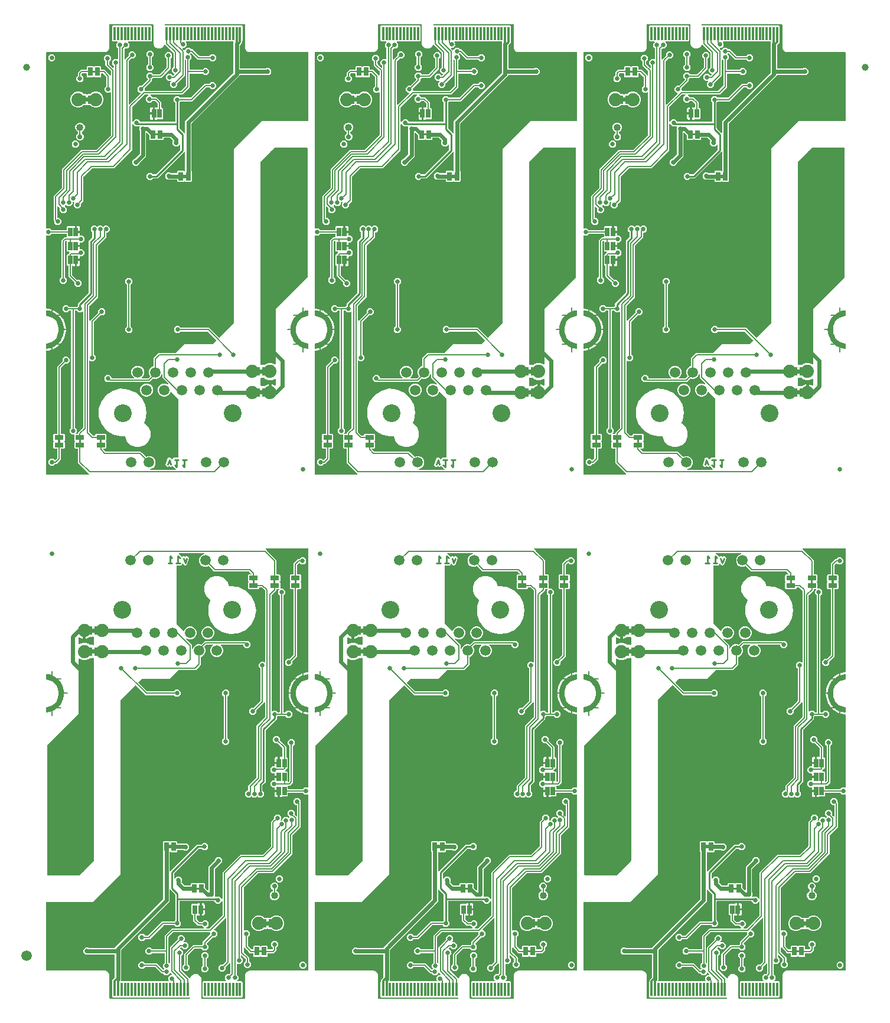
<source format=gbl>
G04 EAGLE Gerber RS-274X export*
G75*
%MOMM*%
%FSLAX34Y34*%
%LPD*%
%INBottom Copper*%
%IPPOS*%
%AMOC8*
5,1,8,0,0,1.08239X$1,22.5*%
G01*
%ADD10C,0.254000*%
%ADD11R,0.700000X0.600000*%
%ADD12C,0.635000*%
%ADD13R,0.635000X1.270000*%
%ADD14C,1.879600*%
%ADD15R,1.270000X0.660400*%
%ADD16R,0.350000X1.950000*%
%ADD17C,0.660400*%
%ADD18C,0.203200*%
%ADD19C,2.550000*%
%ADD20C,1.500000*%
%ADD21R,0.660400X1.270000*%
%ADD22C,1.016000*%
%ADD23C,1.000000*%
%ADD24C,0.177800*%
%ADD25C,0.736600*%
%ADD26C,0.304800*%
%ADD27C,0.558800*%
%ADD28C,0.600000*%

G36*
X447893Y753638D02*
X447893Y753638D01*
X447965Y753640D01*
X448014Y753657D01*
X448065Y753666D01*
X448128Y753699D01*
X448196Y753724D01*
X448236Y753757D01*
X448282Y753781D01*
X448332Y753833D01*
X448388Y753878D01*
X448416Y753922D01*
X448452Y753959D01*
X448482Y754024D01*
X448521Y754085D01*
X448533Y754135D01*
X448555Y754182D01*
X448563Y754254D01*
X448581Y754323D01*
X448577Y754375D01*
X448582Y754427D01*
X448567Y754497D01*
X448562Y754568D01*
X448541Y754616D01*
X448530Y754667D01*
X448493Y754729D01*
X448465Y754795D01*
X448420Y754851D01*
X448404Y754878D01*
X448386Y754894D01*
X448360Y754926D01*
X446461Y756825D01*
X432914Y770372D01*
X432914Y790548D01*
X432910Y790568D01*
X432913Y790588D01*
X432891Y790689D01*
X432874Y790791D01*
X432865Y790809D01*
X432860Y790828D01*
X432807Y790917D01*
X432759Y791009D01*
X432744Y791022D01*
X432734Y791039D01*
X432655Y791107D01*
X432580Y791178D01*
X432562Y791186D01*
X432547Y791199D01*
X432451Y791238D01*
X432357Y791282D01*
X432338Y791284D01*
X432319Y791291D01*
X432152Y791310D01*
X428495Y791310D01*
X427453Y792352D01*
X427453Y800429D01*
X428083Y801059D01*
X428094Y801075D01*
X428110Y801088D01*
X428139Y801134D01*
X428161Y801157D01*
X428177Y801190D01*
X428226Y801259D01*
X428232Y801278D01*
X428243Y801295D01*
X428263Y801377D01*
X428265Y801380D01*
X428265Y801385D01*
X428268Y801395D01*
X428299Y801494D01*
X428298Y801514D01*
X428303Y801533D01*
X428295Y801636D01*
X428292Y801740D01*
X428285Y801759D01*
X428284Y801778D01*
X428243Y801873D01*
X428208Y801971D01*
X428195Y801986D01*
X428187Y802005D01*
X428083Y802136D01*
X427453Y802766D01*
X427453Y810755D01*
X427449Y810775D01*
X427452Y810795D01*
X427430Y810896D01*
X427413Y810998D01*
X427404Y811016D01*
X427399Y811035D01*
X427346Y811124D01*
X427298Y811216D01*
X427283Y811229D01*
X427273Y811246D01*
X427194Y811314D01*
X427119Y811385D01*
X427101Y811393D01*
X427086Y811406D01*
X426990Y811445D01*
X426896Y811489D01*
X426877Y811491D01*
X426858Y811498D01*
X426691Y811517D01*
X423477Y811517D01*
X420501Y814493D01*
X420501Y818702D01*
X422691Y820892D01*
X422744Y820966D01*
X422803Y821035D01*
X422815Y821066D01*
X422834Y821092D01*
X422861Y821179D01*
X422895Y821264D01*
X422900Y821304D01*
X422907Y821327D01*
X422906Y821359D01*
X422914Y821430D01*
X422914Y988168D01*
X422910Y988188D01*
X422913Y988208D01*
X422891Y988309D01*
X422874Y988411D01*
X422865Y988429D01*
X422860Y988448D01*
X422807Y988537D01*
X422759Y988629D01*
X422744Y988642D01*
X422734Y988659D01*
X422655Y988727D01*
X422580Y988798D01*
X422562Y988806D01*
X422547Y988819D01*
X422451Y988858D01*
X422357Y988902D01*
X422338Y988904D01*
X422319Y988911D01*
X422152Y988930D01*
X420414Y988930D01*
X420324Y988915D01*
X420233Y988908D01*
X420203Y988895D01*
X420171Y988890D01*
X420091Y988847D01*
X420007Y988812D01*
X419975Y988786D01*
X419954Y988775D01*
X419932Y988752D01*
X419876Y988707D01*
X417686Y986517D01*
X413477Y986517D01*
X410501Y989493D01*
X410501Y993702D01*
X413477Y996678D01*
X417686Y996678D01*
X419876Y994488D01*
X419950Y994435D01*
X420019Y994376D01*
X420049Y994363D01*
X420076Y994345D01*
X420163Y994318D01*
X420247Y994284D01*
X420288Y994279D01*
X420311Y994272D01*
X420343Y994273D01*
X420414Y994265D01*
X430749Y994265D01*
X430839Y994280D01*
X430930Y994287D01*
X430959Y994300D01*
X430991Y994305D01*
X431072Y994348D01*
X431156Y994383D01*
X431188Y994409D01*
X431209Y994420D01*
X431231Y994443D01*
X431287Y994488D01*
X432310Y995511D01*
X432363Y995585D01*
X432422Y995654D01*
X432434Y995684D01*
X432453Y995711D01*
X432480Y995798D01*
X432514Y995882D01*
X432519Y995923D01*
X432526Y995946D01*
X432525Y995978D01*
X432533Y996049D01*
X432533Y998860D01*
X447890Y1014217D01*
X447935Y1014280D01*
X447960Y1014307D01*
X447965Y1014317D01*
X448002Y1014361D01*
X448014Y1014391D01*
X448033Y1014417D01*
X448060Y1014504D01*
X448094Y1014589D01*
X448099Y1014630D01*
X448106Y1014652D01*
X448105Y1014684D01*
X448113Y1014756D01*
X448113Y1088950D01*
X452890Y1093727D01*
X452943Y1093801D01*
X453002Y1093871D01*
X453014Y1093901D01*
X453033Y1093927D01*
X453060Y1094014D01*
X453094Y1094099D01*
X453099Y1094140D01*
X453106Y1094162D01*
X453105Y1094194D01*
X453113Y1094266D01*
X453113Y1101236D01*
X453098Y1101326D01*
X453091Y1101417D01*
X453078Y1101446D01*
X453073Y1101478D01*
X453030Y1101559D01*
X452995Y1101643D01*
X452969Y1101675D01*
X452958Y1101696D01*
X452934Y1101718D01*
X452890Y1101774D01*
X451081Y1103583D01*
X451081Y1107792D01*
X454057Y1110768D01*
X458266Y1110768D01*
X459878Y1109156D01*
X459894Y1109144D01*
X459907Y1109129D01*
X459994Y1109073D01*
X460078Y1109012D01*
X460097Y1109007D01*
X460114Y1108996D01*
X460214Y1108970D01*
X460313Y1108940D01*
X460333Y1108941D01*
X460352Y1108936D01*
X460455Y1108944D01*
X460559Y1108946D01*
X460578Y1108953D01*
X460597Y1108955D01*
X460692Y1108995D01*
X460790Y1109031D01*
X460805Y1109043D01*
X460824Y1109051D01*
X460955Y1109156D01*
X462477Y1110678D01*
X466686Y1110678D01*
X468234Y1109130D01*
X468250Y1109118D01*
X468263Y1109103D01*
X468350Y1109047D01*
X468434Y1108986D01*
X468453Y1108981D01*
X468470Y1108970D01*
X468570Y1108944D01*
X468669Y1108914D01*
X468689Y1108915D01*
X468708Y1108910D01*
X468811Y1108918D01*
X468915Y1108920D01*
X468934Y1108927D01*
X468953Y1108929D01*
X469048Y1108969D01*
X469146Y1109005D01*
X469161Y1109017D01*
X469180Y1109025D01*
X469311Y1109130D01*
X470859Y1110678D01*
X475068Y1110678D01*
X478044Y1107702D01*
X478044Y1103493D01*
X475068Y1100517D01*
X473979Y1100517D01*
X473960Y1100513D01*
X473940Y1100516D01*
X473839Y1100494D01*
X473737Y1100477D01*
X473719Y1100468D01*
X473700Y1100463D01*
X473611Y1100410D01*
X473519Y1100362D01*
X473506Y1100347D01*
X473488Y1100337D01*
X473421Y1100258D01*
X473350Y1100183D01*
X473342Y1100165D01*
X473329Y1100150D01*
X473290Y1100054D01*
X473246Y1099960D01*
X473244Y1099941D01*
X473237Y1099922D01*
X473218Y1099755D01*
X473218Y1094020D01*
X461545Y1082347D01*
X461492Y1082273D01*
X461433Y1082203D01*
X461420Y1082173D01*
X461402Y1082147D01*
X461375Y1082060D01*
X461341Y1081975D01*
X461336Y1081934D01*
X461329Y1081912D01*
X461330Y1081880D01*
X461322Y1081809D01*
X461322Y1007978D01*
X449266Y995922D01*
X449213Y995848D01*
X449153Y995778D01*
X449141Y995748D01*
X449122Y995722D01*
X449096Y995635D01*
X449061Y995550D01*
X449057Y995509D01*
X449050Y995487D01*
X449051Y995455D01*
X449043Y995383D01*
X449043Y975194D01*
X449054Y975124D01*
X449056Y975052D01*
X449074Y975003D01*
X449083Y974952D01*
X449116Y974888D01*
X449141Y974821D01*
X449173Y974780D01*
X449198Y974734D01*
X449250Y974685D01*
X449294Y974629D01*
X449338Y974601D01*
X449376Y974565D01*
X449441Y974535D01*
X449501Y974496D01*
X449552Y974483D01*
X449599Y974461D01*
X449670Y974453D01*
X449740Y974436D01*
X449792Y974440D01*
X449844Y974434D01*
X449914Y974449D01*
X449985Y974455D01*
X450033Y974475D01*
X450084Y974486D01*
X450146Y974523D01*
X450211Y974551D01*
X450267Y974596D01*
X450295Y974613D01*
X450310Y974630D01*
X450342Y974656D01*
X452279Y976593D01*
X461278Y985591D01*
X461331Y985665D01*
X461390Y985735D01*
X461402Y985765D01*
X461421Y985791D01*
X461448Y985878D01*
X461482Y985963D01*
X461487Y986004D01*
X461494Y986026D01*
X461493Y986058D01*
X461501Y986130D01*
X461501Y989227D01*
X464477Y992203D01*
X468686Y992203D01*
X471662Y989227D01*
X471662Y985018D01*
X468686Y982042D01*
X465589Y982042D01*
X465499Y982027D01*
X465408Y982020D01*
X465378Y982007D01*
X465346Y982002D01*
X465265Y981959D01*
X465181Y981924D01*
X465149Y981898D01*
X465129Y981887D01*
X465106Y981863D01*
X465050Y981819D01*
X456052Y972820D01*
X455999Y972746D01*
X455940Y972677D01*
X455927Y972647D01*
X455909Y972621D01*
X455882Y972534D01*
X455848Y972449D01*
X455843Y972408D01*
X455836Y972386D01*
X455837Y972353D01*
X455829Y972282D01*
X455829Y926370D01*
X455844Y926280D01*
X455851Y926189D01*
X455864Y926159D01*
X455869Y926127D01*
X455912Y926047D01*
X455947Y925963D01*
X455973Y925931D01*
X455984Y925910D01*
X456007Y925888D01*
X456052Y925832D01*
X458242Y923642D01*
X458242Y919433D01*
X455266Y916457D01*
X451057Y916457D01*
X450342Y917171D01*
X450284Y917213D01*
X450232Y917262D01*
X450185Y917284D01*
X450143Y917315D01*
X450074Y917336D01*
X450009Y917366D01*
X449957Y917372D01*
X449908Y917387D01*
X449836Y917385D01*
X449765Y917393D01*
X449714Y917382D01*
X449662Y917381D01*
X449594Y917356D01*
X449524Y917341D01*
X449480Y917314D01*
X449431Y917296D01*
X449375Y917251D01*
X449313Y917215D01*
X449279Y917175D01*
X449239Y917143D01*
X449200Y917082D01*
X449153Y917028D01*
X449134Y916979D01*
X449106Y916936D01*
X449088Y916866D01*
X449061Y916800D01*
X449053Y916728D01*
X449046Y916697D01*
X449047Y916674D01*
X449043Y916633D01*
X449043Y814844D01*
X449058Y814754D01*
X449065Y814663D01*
X449077Y814633D01*
X449083Y814601D01*
X449125Y814521D01*
X449161Y814437D01*
X449187Y814405D01*
X449198Y814384D01*
X449221Y814362D01*
X449266Y814306D01*
X453876Y809695D01*
X453950Y809642D01*
X454020Y809583D01*
X454050Y809570D01*
X454076Y809552D01*
X454163Y809525D01*
X454248Y809491D01*
X454289Y809486D01*
X454311Y809479D01*
X454343Y809480D01*
X454415Y809472D01*
X456691Y809472D01*
X456711Y809475D01*
X456731Y809473D01*
X456832Y809495D01*
X456934Y809512D01*
X456952Y809521D01*
X456971Y809525D01*
X457060Y809579D01*
X457152Y809627D01*
X457165Y809641D01*
X457182Y809652D01*
X457250Y809730D01*
X457321Y809805D01*
X457329Y809823D01*
X457342Y809839D01*
X457381Y809935D01*
X457425Y810028D01*
X457427Y810048D01*
X457434Y810067D01*
X457453Y810233D01*
X457453Y810843D01*
X458495Y811885D01*
X472668Y811885D01*
X473710Y810843D01*
X473710Y802766D01*
X473080Y802136D01*
X473069Y802120D01*
X473053Y802107D01*
X472997Y802020D01*
X472937Y801936D01*
X472931Y801917D01*
X472920Y801900D01*
X472895Y801800D01*
X472864Y801701D01*
X472865Y801681D01*
X472860Y801662D01*
X472868Y801559D01*
X472871Y801455D01*
X472878Y801436D01*
X472879Y801416D01*
X472919Y801322D01*
X472920Y801321D01*
X472923Y801305D01*
X472929Y801295D01*
X472955Y801224D01*
X472968Y801208D01*
X472975Y801190D01*
X473040Y801109D01*
X473049Y801094D01*
X473059Y801086D01*
X473080Y801059D01*
X473710Y800429D01*
X473710Y792352D01*
X472668Y791310D01*
X469510Y791310D01*
X469439Y791298D01*
X469367Y791296D01*
X469318Y791278D01*
X469267Y791270D01*
X469204Y791236D01*
X469136Y791212D01*
X469096Y791179D01*
X469050Y791155D01*
X469000Y791103D01*
X468944Y791058D01*
X468916Y791014D01*
X468880Y790976D01*
X468850Y790912D01*
X468811Y790851D01*
X468798Y790801D01*
X468777Y790753D01*
X468769Y790682D01*
X468751Y790613D01*
X468755Y790561D01*
X468749Y790509D01*
X468765Y790439D01*
X468770Y790367D01*
X468791Y790320D01*
X468802Y790269D01*
X468839Y790207D01*
X468867Y790141D01*
X468911Y790085D01*
X468928Y790057D01*
X468946Y790042D01*
X468971Y790010D01*
X471713Y787268D01*
X471787Y787215D01*
X471857Y787156D01*
X471887Y787143D01*
X471913Y787125D01*
X472000Y787098D01*
X472085Y787064D01*
X472126Y787059D01*
X472148Y787052D01*
X472180Y787053D01*
X472252Y787045D01*
X522406Y787045D01*
X524192Y785259D01*
X529888Y779564D01*
X529983Y779496D01*
X530076Y779426D01*
X530082Y779424D01*
X530088Y779420D01*
X530199Y779386D01*
X530310Y779350D01*
X530317Y779350D01*
X530323Y779348D01*
X530439Y779351D01*
X530556Y779352D01*
X530564Y779354D01*
X530569Y779354D01*
X530586Y779361D01*
X530717Y779399D01*
X532836Y780276D01*
X536527Y780276D01*
X539937Y778864D01*
X542548Y776253D01*
X543960Y772843D01*
X543960Y769152D01*
X542548Y765741D01*
X539937Y763131D01*
X536819Y761840D01*
X536736Y761788D01*
X536650Y761743D01*
X536632Y761724D01*
X536610Y761710D01*
X536548Y761635D01*
X536481Y761564D01*
X536470Y761541D01*
X536453Y761521D01*
X536418Y761430D01*
X536377Y761341D01*
X536374Y761315D01*
X536365Y761291D01*
X536361Y761194D01*
X536350Y761097D01*
X536356Y761071D01*
X536355Y761045D01*
X536382Y760952D01*
X536403Y760857D01*
X536416Y760834D01*
X536423Y760809D01*
X536479Y760729D01*
X536529Y760645D01*
X536549Y760628D01*
X536563Y760607D01*
X536642Y760549D01*
X536716Y760486D01*
X536740Y760476D01*
X536761Y760460D01*
X536853Y760430D01*
X536944Y760394D01*
X536976Y760390D01*
X536995Y760384D01*
X537028Y760384D01*
X537110Y760375D01*
X572321Y760375D01*
X572391Y760387D01*
X572463Y760389D01*
X572512Y760406D01*
X572563Y760415D01*
X572627Y760448D01*
X572694Y760473D01*
X572735Y760506D01*
X572781Y760530D01*
X572830Y760582D01*
X572886Y760627D01*
X572914Y760671D01*
X572950Y760708D01*
X572980Y760773D01*
X573019Y760834D01*
X573032Y760884D01*
X573054Y760931D01*
X573062Y761003D01*
X573079Y761072D01*
X573075Y761124D01*
X573081Y761176D01*
X573066Y761246D01*
X573060Y761317D01*
X573040Y761365D01*
X573029Y761416D01*
X572992Y761478D01*
X572964Y761544D01*
X572919Y761600D01*
X572902Y761627D01*
X572885Y761643D01*
X572859Y761675D01*
X572021Y762512D01*
X571998Y762529D01*
X571958Y762569D01*
X568392Y765422D01*
X568350Y765446D01*
X568313Y765477D01*
X568243Y765505D01*
X568178Y765542D01*
X568130Y765551D01*
X568085Y765570D01*
X568010Y765574D01*
X567936Y765588D01*
X567888Y765582D01*
X567840Y765585D01*
X567715Y765558D01*
X567692Y765555D01*
X567686Y765552D01*
X567676Y765550D01*
X565765Y764912D01*
X564081Y765754D01*
X564060Y765761D01*
X564041Y765773D01*
X563943Y765797D01*
X563846Y765827D01*
X563824Y765827D01*
X563803Y765832D01*
X563702Y765824D01*
X563600Y765821D01*
X563580Y765814D01*
X563558Y765812D01*
X563400Y765754D01*
X561717Y764912D01*
X559321Y765711D01*
X558191Y767970D01*
X560447Y774737D01*
X560453Y774774D01*
X560467Y774809D01*
X560472Y774895D01*
X560486Y774980D01*
X560480Y775017D01*
X560482Y775054D01*
X560449Y775210D01*
X560893Y776099D01*
X560902Y776130D01*
X560934Y776198D01*
X561248Y777141D01*
X561272Y777158D01*
X561306Y777173D01*
X561371Y777230D01*
X561441Y777280D01*
X561463Y777311D01*
X561491Y777336D01*
X561577Y777470D01*
X562520Y777784D01*
X562549Y777799D01*
X562619Y777825D01*
X563509Y778270D01*
X563537Y778265D01*
X563572Y778251D01*
X563658Y778246D01*
X563743Y778232D01*
X563780Y778238D01*
X563817Y778236D01*
X563974Y778270D01*
X564862Y777825D01*
X564893Y777816D01*
X564962Y777784D01*
X565905Y777470D01*
X565922Y777446D01*
X565936Y777412D01*
X565993Y777347D01*
X566044Y777277D01*
X566074Y777256D01*
X566099Y777227D01*
X566233Y777141D01*
X566547Y776198D01*
X566552Y776189D01*
X566553Y776184D01*
X566563Y776167D01*
X566589Y776099D01*
X566715Y775847D01*
X566756Y775789D01*
X566789Y775727D01*
X566828Y775691D01*
X566859Y775647D01*
X566916Y775606D01*
X566967Y775558D01*
X567016Y775535D01*
X567059Y775504D01*
X567126Y775484D01*
X567190Y775454D01*
X567243Y775448D01*
X567294Y775433D01*
X567365Y775435D01*
X567435Y775427D01*
X567487Y775438D01*
X567540Y775440D01*
X567606Y775464D01*
X567675Y775479D01*
X567721Y775506D01*
X567771Y775525D01*
X567826Y775569D01*
X567886Y775605D01*
X567921Y775646D01*
X567962Y775679D01*
X568000Y775738D01*
X568046Y775792D01*
X568066Y775842D01*
X568095Y775886D01*
X568112Y775955D01*
X568138Y776020D01*
X568146Y776094D01*
X568154Y776125D01*
X568152Y776148D01*
X568157Y776187D01*
X568157Y776240D01*
X569943Y778026D01*
X575581Y778026D01*
X575601Y778029D01*
X575621Y778027D01*
X575722Y778049D01*
X575824Y778066D01*
X575842Y778075D01*
X575861Y778079D01*
X575950Y778133D01*
X576042Y778181D01*
X576055Y778195D01*
X576072Y778206D01*
X576140Y778284D01*
X576211Y778359D01*
X576219Y778377D01*
X576232Y778393D01*
X576271Y778489D01*
X576315Y778582D01*
X576317Y778602D01*
X576324Y778621D01*
X576343Y778787D01*
X576343Y861597D01*
X576328Y861688D01*
X576321Y861778D01*
X576308Y861808D01*
X576303Y861840D01*
X576260Y861921D01*
X576225Y862005D01*
X576199Y862037D01*
X576188Y862058D01*
X576164Y862080D01*
X576120Y862136D01*
X566380Y871876D01*
X566342Y871903D01*
X566311Y871936D01*
X566243Y871974D01*
X566180Y872019D01*
X566136Y872033D01*
X566096Y872055D01*
X566019Y872069D01*
X565945Y872092D01*
X565899Y872091D01*
X565854Y872099D01*
X565777Y872087D01*
X565699Y872085D01*
X565656Y872070D01*
X565610Y872063D01*
X565541Y872028D01*
X565468Y872001D01*
X565432Y871972D01*
X565391Y871951D01*
X565336Y871896D01*
X565276Y871847D01*
X565251Y871809D01*
X565219Y871776D01*
X565153Y871656D01*
X565143Y871640D01*
X565142Y871635D01*
X565138Y871629D01*
X564398Y869841D01*
X561787Y867231D01*
X558377Y865819D01*
X554686Y865819D01*
X551275Y867231D01*
X548665Y869841D01*
X547253Y873252D01*
X547253Y876943D01*
X548665Y880353D01*
X551275Y882964D01*
X554686Y884376D01*
X558377Y884376D01*
X561077Y883258D01*
X561172Y883235D01*
X561265Y883207D01*
X561291Y883207D01*
X561317Y883202D01*
X561413Y883211D01*
X561511Y883213D01*
X561536Y883222D01*
X561562Y883225D01*
X561650Y883264D01*
X561742Y883298D01*
X561762Y883314D01*
X561786Y883325D01*
X561858Y883390D01*
X561934Y883451D01*
X561948Y883473D01*
X561967Y883491D01*
X562014Y883576D01*
X562067Y883658D01*
X562073Y883684D01*
X562086Y883707D01*
X562103Y883802D01*
X562127Y883897D01*
X562125Y883923D01*
X562130Y883949D01*
X562115Y884045D01*
X562108Y884142D01*
X562098Y884166D01*
X562094Y884192D01*
X562050Y884279D01*
X562012Y884368D01*
X561991Y884394D01*
X561982Y884411D01*
X561959Y884434D01*
X561907Y884499D01*
X553914Y892492D01*
X553914Y896765D01*
X553912Y896775D01*
X553913Y896781D01*
X553906Y896810D01*
X553898Y896861D01*
X553889Y896958D01*
X553878Y896982D01*
X553874Y897007D01*
X553828Y897093D01*
X553789Y897182D01*
X553771Y897202D01*
X553759Y897225D01*
X553688Y897292D01*
X553622Y897364D01*
X553599Y897376D01*
X553580Y897394D01*
X553492Y897435D01*
X553407Y897482D01*
X553381Y897487D01*
X553357Y897498D01*
X553261Y897508D01*
X553165Y897526D01*
X553139Y897522D01*
X553113Y897525D01*
X553018Y897504D01*
X552921Y897490D01*
X552898Y897478D01*
X552873Y897473D01*
X552789Y897423D01*
X552702Y897379D01*
X552684Y897360D01*
X552661Y897346D01*
X552598Y897273D01*
X552530Y897203D01*
X552514Y897174D01*
X552502Y897160D01*
X552489Y897129D01*
X552449Y897056D01*
X551698Y895241D01*
X549087Y892631D01*
X545677Y891219D01*
X541986Y891219D01*
X541147Y891566D01*
X541034Y891593D01*
X540920Y891621D01*
X540914Y891621D01*
X540908Y891622D01*
X540791Y891611D01*
X540675Y891602D01*
X540669Y891600D01*
X540663Y891599D01*
X540555Y891551D01*
X540449Y891506D01*
X540443Y891501D01*
X540438Y891499D01*
X540424Y891486D01*
X540318Y891401D01*
X535306Y886390D01*
X476988Y886390D01*
X476969Y886406D01*
X476939Y886418D01*
X476913Y886437D01*
X476826Y886464D01*
X476741Y886498D01*
X476700Y886503D01*
X476678Y886510D01*
X476645Y886509D01*
X476574Y886517D01*
X473477Y886517D01*
X470501Y889493D01*
X470501Y893702D01*
X473477Y896678D01*
X477686Y896678D01*
X480662Y893702D01*
X480662Y892486D01*
X480665Y892467D01*
X480663Y892447D01*
X480685Y892346D01*
X480702Y892244D01*
X480711Y892226D01*
X480715Y892207D01*
X480769Y892118D01*
X480817Y892026D01*
X480831Y892013D01*
X480842Y891995D01*
X480920Y891928D01*
X480995Y891857D01*
X481013Y891849D01*
X481029Y891836D01*
X481125Y891797D01*
X481218Y891753D01*
X481238Y891751D01*
X481257Y891744D01*
X481423Y891725D01*
X512244Y891725D01*
X512314Y891737D01*
X512386Y891739D01*
X512435Y891756D01*
X512487Y891765D01*
X512550Y891798D01*
X512617Y891823D01*
X512658Y891856D01*
X512704Y891880D01*
X512753Y891932D01*
X512809Y891977D01*
X512837Y892021D01*
X512873Y892058D01*
X512903Y892123D01*
X512942Y892184D01*
X512955Y892234D01*
X512977Y892281D01*
X512985Y892353D01*
X513002Y892422D01*
X512998Y892474D01*
X513004Y892526D01*
X512989Y892596D01*
X512983Y892667D01*
X512963Y892715D01*
X512952Y892766D01*
X512915Y892828D01*
X512887Y892894D01*
X512842Y892950D01*
X512826Y892977D01*
X512808Y892993D01*
X512782Y893025D01*
X510565Y895241D01*
X509153Y898652D01*
X509153Y902343D01*
X510565Y905753D01*
X513175Y908364D01*
X516586Y909776D01*
X520277Y909776D01*
X523687Y908364D01*
X526298Y905753D01*
X527710Y902343D01*
X527710Y898652D01*
X526298Y895241D01*
X524081Y893025D01*
X524039Y892966D01*
X523990Y892914D01*
X523968Y892867D01*
X523937Y892825D01*
X523916Y892756D01*
X523886Y892691D01*
X523880Y892640D01*
X523865Y892590D01*
X523867Y892518D01*
X523859Y892447D01*
X523870Y892396D01*
X523871Y892344D01*
X523896Y892277D01*
X523911Y892207D01*
X523938Y892162D01*
X523956Y892113D01*
X524001Y892057D01*
X524037Y891995D01*
X524077Y891962D01*
X524109Y891921D01*
X524170Y891882D01*
X524224Y891836D01*
X524273Y891816D01*
X524316Y891788D01*
X524386Y891770D01*
X524452Y891744D01*
X524524Y891736D01*
X524555Y891728D01*
X524578Y891730D01*
X524619Y891725D01*
X532781Y891725D01*
X532871Y891740D01*
X532962Y891747D01*
X532992Y891760D01*
X533024Y891765D01*
X533104Y891808D01*
X533188Y891843D01*
X533221Y891869D01*
X533241Y891880D01*
X533263Y891903D01*
X533319Y891948D01*
X535795Y894424D01*
X535863Y894518D01*
X535933Y894613D01*
X535935Y894619D01*
X535939Y894624D01*
X535973Y894735D01*
X536009Y894846D01*
X536009Y894853D01*
X536011Y894859D01*
X536008Y894976D01*
X536007Y895092D01*
X536005Y895100D01*
X536005Y895105D01*
X535998Y895122D01*
X535960Y895254D01*
X534553Y898652D01*
X534553Y902343D01*
X535965Y905753D01*
X538575Y908364D01*
X540694Y909241D01*
X540793Y909302D01*
X540893Y909362D01*
X540897Y909367D01*
X540903Y909371D01*
X540977Y909461D01*
X541053Y909549D01*
X541056Y909555D01*
X541060Y909560D01*
X541101Y909668D01*
X541145Y909778D01*
X541146Y909785D01*
X541148Y909790D01*
X541149Y909808D01*
X541164Y909944D01*
X541164Y920952D01*
X548476Y928265D01*
X573010Y928265D01*
X573100Y928280D01*
X573191Y928287D01*
X573221Y928300D01*
X573253Y928305D01*
X573334Y928348D01*
X573418Y928383D01*
X573450Y928409D01*
X573471Y928420D01*
X573493Y928443D01*
X573549Y928488D01*
X585897Y940836D01*
X625581Y940836D01*
X625672Y940851D01*
X625762Y940858D01*
X625792Y940871D01*
X625824Y940876D01*
X625905Y940919D01*
X625989Y940954D01*
X626021Y940980D01*
X626042Y940991D01*
X626064Y941014D01*
X626120Y941059D01*
X630695Y945634D01*
X630707Y945651D01*
X630722Y945663D01*
X630778Y945750D01*
X630839Y945834D01*
X630844Y945853D01*
X630855Y945870D01*
X630881Y945971D01*
X630911Y946069D01*
X630910Y946089D01*
X630915Y946109D01*
X630907Y946212D01*
X630905Y946315D01*
X630898Y946334D01*
X630896Y946354D01*
X630856Y946449D01*
X630820Y946546D01*
X630808Y946562D01*
X630800Y946580D01*
X630695Y946711D01*
X618699Y958707D01*
X618625Y958760D01*
X618556Y958819D01*
X618526Y958831D01*
X618500Y958850D01*
X618413Y958877D01*
X618328Y958911D01*
X618287Y958916D01*
X618265Y958923D01*
X618232Y958922D01*
X618161Y958930D01*
X580414Y958930D01*
X580324Y958915D01*
X580233Y958908D01*
X580203Y958895D01*
X580171Y958890D01*
X580091Y958847D01*
X580007Y958812D01*
X579975Y958786D01*
X579954Y958775D01*
X579932Y958751D01*
X579876Y958707D01*
X577686Y956517D01*
X573477Y956517D01*
X570501Y959493D01*
X570501Y963702D01*
X573477Y966678D01*
X577686Y966678D01*
X579876Y964488D01*
X579950Y964435D01*
X580019Y964376D01*
X580050Y964363D01*
X580076Y964345D01*
X580163Y964318D01*
X580248Y964284D01*
X580288Y964279D01*
X580311Y964272D01*
X580343Y964273D01*
X580414Y964265D01*
X620686Y964265D01*
X622472Y962480D01*
X622472Y962479D01*
X634468Y950484D01*
X634484Y950472D01*
X634496Y950457D01*
X634584Y950400D01*
X634668Y950340D01*
X634686Y950334D01*
X634703Y950324D01*
X634804Y950298D01*
X634903Y950268D01*
X634923Y950268D01*
X634942Y950264D01*
X635045Y950272D01*
X635148Y950274D01*
X635167Y950281D01*
X635187Y950283D01*
X635282Y950323D01*
X635379Y950359D01*
X635395Y950371D01*
X635413Y950379D01*
X635544Y950484D01*
X656120Y971059D01*
X656173Y971133D01*
X656232Y971203D01*
X656244Y971233D01*
X656263Y971259D01*
X656290Y971346D01*
X656324Y971431D01*
X656329Y971472D01*
X656336Y971494D01*
X656335Y971526D01*
X656343Y971597D01*
X656343Y1221282D01*
X695897Y1260836D01*
X762291Y1260836D01*
X762311Y1260839D01*
X762331Y1260837D01*
X762432Y1260859D01*
X762534Y1260876D01*
X762552Y1260885D01*
X762571Y1260889D01*
X762660Y1260943D01*
X762752Y1260991D01*
X762765Y1261005D01*
X762782Y1261016D01*
X762850Y1261094D01*
X762921Y1261169D01*
X762929Y1261187D01*
X762942Y1261203D01*
X762981Y1261299D01*
X763025Y1261392D01*
X763027Y1261412D01*
X763034Y1261431D01*
X763053Y1261597D01*
X763053Y1358807D01*
X763049Y1358827D01*
X763052Y1358847D01*
X763030Y1358948D01*
X763013Y1359050D01*
X763004Y1359068D01*
X762999Y1359087D01*
X762946Y1359176D01*
X762898Y1359268D01*
X762883Y1359281D01*
X762873Y1359298D01*
X762794Y1359366D01*
X762719Y1359437D01*
X762701Y1359445D01*
X762686Y1359458D01*
X762590Y1359497D01*
X762496Y1359541D01*
X762477Y1359543D01*
X762458Y1359550D01*
X762291Y1359569D01*
X680195Y1359569D01*
X680115Y1359555D01*
X680033Y1359551D01*
X680015Y1359544D01*
X679065Y1359568D01*
X679057Y1359567D01*
X679045Y1359569D01*
X678097Y1359569D01*
X678082Y1359575D01*
X678027Y1359583D01*
X678000Y1359591D01*
X677971Y1359590D01*
X677916Y1359598D01*
X677180Y1359617D01*
X674931Y1360993D01*
X674023Y1361549D01*
X672256Y1364800D01*
X672302Y1366614D01*
X672301Y1366622D01*
X672303Y1366634D01*
X672303Y1398807D01*
X672299Y1398827D01*
X672302Y1398847D01*
X672280Y1398948D01*
X672263Y1399050D01*
X672254Y1399068D01*
X672249Y1399087D01*
X672196Y1399176D01*
X672148Y1399268D01*
X672133Y1399281D01*
X672123Y1399298D01*
X672044Y1399366D01*
X671969Y1399437D01*
X671951Y1399445D01*
X671936Y1399458D01*
X671840Y1399497D01*
X671746Y1399541D01*
X671727Y1399543D01*
X671708Y1399550D01*
X671541Y1399569D01*
X557621Y1399569D01*
X557602Y1399565D01*
X557582Y1399568D01*
X557481Y1399546D01*
X557379Y1399529D01*
X557361Y1399520D01*
X557342Y1399515D01*
X557253Y1399462D01*
X557161Y1399414D01*
X557148Y1399399D01*
X557130Y1399389D01*
X557063Y1399310D01*
X556992Y1399235D01*
X556984Y1399217D01*
X556971Y1399202D01*
X556932Y1399106D01*
X556888Y1399012D01*
X556886Y1398993D01*
X556879Y1398974D01*
X556860Y1398807D01*
X556860Y1398637D01*
X556863Y1398618D01*
X556861Y1398598D01*
X556883Y1398497D01*
X556900Y1398395D01*
X556909Y1398377D01*
X556913Y1398358D01*
X556967Y1398269D01*
X557015Y1398177D01*
X557029Y1398164D01*
X557040Y1398146D01*
X557118Y1398079D01*
X557193Y1398008D01*
X557211Y1398000D01*
X557227Y1397987D01*
X557323Y1397948D01*
X557416Y1397904D01*
X557436Y1397902D01*
X557455Y1397895D01*
X557621Y1397876D01*
X667568Y1397876D01*
X668610Y1396834D01*
X668610Y1375861D01*
X668607Y1375858D01*
X668554Y1375784D01*
X668495Y1375714D01*
X668482Y1375684D01*
X668464Y1375658D01*
X668437Y1375571D01*
X668403Y1375486D01*
X668398Y1375445D01*
X668391Y1375423D01*
X668392Y1375391D01*
X668384Y1375319D01*
X668384Y1372979D01*
X664877Y1369472D01*
X664824Y1369398D01*
X664765Y1369329D01*
X664752Y1369299D01*
X664734Y1369273D01*
X664707Y1369186D01*
X664673Y1369101D01*
X664668Y1369060D01*
X664661Y1369038D01*
X664662Y1369005D01*
X664654Y1368934D01*
X664654Y1336931D01*
X664657Y1336912D01*
X664655Y1336892D01*
X664677Y1336791D01*
X664694Y1336689D01*
X664703Y1336671D01*
X664707Y1336652D01*
X664761Y1336563D01*
X664809Y1336471D01*
X664823Y1336458D01*
X664834Y1336440D01*
X664912Y1336373D01*
X664987Y1336302D01*
X665005Y1336294D01*
X665021Y1336281D01*
X665117Y1336242D01*
X665210Y1336198D01*
X665230Y1336196D01*
X665249Y1336189D01*
X665415Y1336170D01*
X701654Y1336170D01*
X701744Y1336185D01*
X701835Y1336192D01*
X701864Y1336205D01*
X701896Y1336210D01*
X701977Y1336253D01*
X702061Y1336288D01*
X702093Y1336314D01*
X702114Y1336325D01*
X702136Y1336348D01*
X702192Y1336393D01*
X702477Y1336678D01*
X706686Y1336678D01*
X709662Y1333702D01*
X709662Y1329493D01*
X706686Y1326517D01*
X702477Y1326517D01*
X702192Y1326802D01*
X702118Y1326855D01*
X702048Y1326914D01*
X702018Y1326926D01*
X701992Y1326945D01*
X701905Y1326972D01*
X701820Y1327006D01*
X701779Y1327011D01*
X701757Y1327018D01*
X701725Y1327017D01*
X701654Y1327025D01*
X665415Y1327025D01*
X665396Y1327021D01*
X665376Y1327024D01*
X665275Y1327002D01*
X665173Y1326985D01*
X665155Y1326976D01*
X665136Y1326971D01*
X665047Y1326918D01*
X664955Y1326870D01*
X664942Y1326855D01*
X664924Y1326845D01*
X664857Y1326766D01*
X664786Y1326691D01*
X664778Y1326673D01*
X664765Y1326658D01*
X664726Y1326562D01*
X664682Y1326468D01*
X664680Y1326449D01*
X664673Y1326430D01*
X664654Y1326263D01*
X664654Y1326203D01*
X595584Y1257133D01*
X595531Y1257059D01*
X595472Y1256990D01*
X595459Y1256960D01*
X595441Y1256934D01*
X595414Y1256847D01*
X595380Y1256762D01*
X595375Y1256721D01*
X595368Y1256698D01*
X595369Y1256666D01*
X595361Y1256595D01*
X595361Y1189508D01*
X595376Y1189417D01*
X595383Y1189327D01*
X595396Y1189297D01*
X595401Y1189265D01*
X595444Y1189184D01*
X595479Y1189100D01*
X595505Y1189068D01*
X595516Y1189047D01*
X595539Y1189025D01*
X595584Y1188969D01*
X595869Y1188684D01*
X595869Y1174511D01*
X594827Y1173469D01*
X586750Y1173469D01*
X586120Y1174099D01*
X586104Y1174110D01*
X586091Y1174126D01*
X586004Y1174182D01*
X585920Y1174242D01*
X585901Y1174248D01*
X585884Y1174259D01*
X585784Y1174284D01*
X585685Y1174315D01*
X585665Y1174314D01*
X585646Y1174319D01*
X585543Y1174311D01*
X585439Y1174308D01*
X585420Y1174301D01*
X585400Y1174300D01*
X585306Y1174259D01*
X585208Y1174224D01*
X585192Y1174211D01*
X585174Y1174203D01*
X585043Y1174099D01*
X584413Y1173469D01*
X576336Y1173469D01*
X575294Y1174511D01*
X575294Y1176263D01*
X575290Y1176283D01*
X575293Y1176303D01*
X575271Y1176404D01*
X575254Y1176506D01*
X575245Y1176524D01*
X575240Y1176543D01*
X575187Y1176632D01*
X575139Y1176724D01*
X575124Y1176737D01*
X575114Y1176754D01*
X575035Y1176822D01*
X574960Y1176893D01*
X574942Y1176901D01*
X574927Y1176914D01*
X574831Y1176953D01*
X574737Y1176997D01*
X574718Y1176999D01*
X574699Y1177006D01*
X574532Y1177025D01*
X565619Y1177025D01*
X565529Y1177010D01*
X565438Y1177003D01*
X565408Y1176990D01*
X565376Y1176985D01*
X565296Y1176942D01*
X565212Y1176907D01*
X565180Y1176881D01*
X565159Y1176870D01*
X565137Y1176846D01*
X565087Y1176807D01*
X560877Y1176807D01*
X557901Y1179783D01*
X557901Y1183992D01*
X560877Y1186968D01*
X565086Y1186968D01*
X565661Y1186393D01*
X565735Y1186340D01*
X565804Y1186281D01*
X565835Y1186268D01*
X565861Y1186250D01*
X565948Y1186223D01*
X566033Y1186189D01*
X566073Y1186184D01*
X566096Y1186177D01*
X566128Y1186178D01*
X566199Y1186170D01*
X574532Y1186170D01*
X574552Y1186173D01*
X574572Y1186171D01*
X574673Y1186193D01*
X574775Y1186210D01*
X574793Y1186219D01*
X574812Y1186223D01*
X574901Y1186277D01*
X574993Y1186325D01*
X575006Y1186339D01*
X575023Y1186350D01*
X575091Y1186428D01*
X575162Y1186503D01*
X575170Y1186521D01*
X575183Y1186537D01*
X575222Y1186633D01*
X575266Y1186726D01*
X575268Y1186746D01*
X575275Y1186765D01*
X575294Y1186931D01*
X575294Y1188684D01*
X576336Y1189726D01*
X584413Y1189726D01*
X584916Y1189223D01*
X584974Y1189181D01*
X585026Y1189132D01*
X585074Y1189110D01*
X585116Y1189080D01*
X585184Y1189059D01*
X585249Y1189028D01*
X585301Y1189023D01*
X585351Y1189007D01*
X585423Y1189009D01*
X585494Y1189001D01*
X585545Y1189012D01*
X585597Y1189014D01*
X585664Y1189038D01*
X585734Y1189053D01*
X585779Y1189080D01*
X585828Y1189098D01*
X585884Y1189143D01*
X585945Y1189180D01*
X585979Y1189219D01*
X586020Y1189252D01*
X586059Y1189312D01*
X586105Y1189367D01*
X586125Y1189415D01*
X586153Y1189459D01*
X586170Y1189528D01*
X586197Y1189595D01*
X586205Y1189666D01*
X586213Y1189697D01*
X586211Y1189721D01*
X586216Y1189761D01*
X586216Y1216082D01*
X586204Y1216153D01*
X586202Y1216225D01*
X586184Y1216274D01*
X586176Y1216325D01*
X586142Y1216388D01*
X586118Y1216456D01*
X586085Y1216496D01*
X586061Y1216542D01*
X586009Y1216592D01*
X585964Y1216648D01*
X585920Y1216676D01*
X585882Y1216712D01*
X585818Y1216742D01*
X585757Y1216781D01*
X585707Y1216793D01*
X585659Y1216815D01*
X585588Y1216823D01*
X585519Y1216841D01*
X585467Y1216837D01*
X585415Y1216843D01*
X585345Y1216827D01*
X585273Y1216822D01*
X585226Y1216801D01*
X585175Y1216790D01*
X585113Y1216753D01*
X585047Y1216725D01*
X584991Y1216681D01*
X584963Y1216664D01*
X584948Y1216646D01*
X584916Y1216621D01*
X583621Y1215326D01*
X548823Y1180527D01*
X546814Y1178519D01*
X540433Y1178519D01*
X540343Y1178504D01*
X540252Y1178497D01*
X540222Y1178484D01*
X540190Y1178479D01*
X540110Y1178436D01*
X540026Y1178400D01*
X539994Y1178375D01*
X539973Y1178364D01*
X539951Y1178340D01*
X539895Y1178296D01*
X538086Y1176487D01*
X533877Y1176487D01*
X530901Y1179463D01*
X530901Y1183672D01*
X533877Y1186648D01*
X538086Y1186648D01*
X539895Y1184839D01*
X539969Y1184786D01*
X540038Y1184726D01*
X540068Y1184714D01*
X540095Y1184696D01*
X540182Y1184669D01*
X540267Y1184635D01*
X540307Y1184630D01*
X540330Y1184623D01*
X540362Y1184624D01*
X540433Y1184616D01*
X543973Y1184616D01*
X544063Y1184631D01*
X544154Y1184638D01*
X544184Y1184651D01*
X544216Y1184656D01*
X544297Y1184699D01*
X544381Y1184734D01*
X544413Y1184760D01*
X544433Y1184771D01*
X544456Y1184794D01*
X544511Y1184839D01*
X579310Y1219637D01*
X579363Y1219711D01*
X579422Y1219781D01*
X579434Y1219811D01*
X579453Y1219837D01*
X579480Y1219924D01*
X579514Y1220009D01*
X579519Y1220050D01*
X579526Y1220072D01*
X579525Y1220104D01*
X579533Y1220176D01*
X579533Y1226526D01*
X579521Y1226596D01*
X579519Y1226668D01*
X579501Y1226717D01*
X579493Y1226768D01*
X579459Y1226832D01*
X579435Y1226899D01*
X579402Y1226940D01*
X579378Y1226986D01*
X579326Y1227035D01*
X579281Y1227091D01*
X579237Y1227119D01*
X579199Y1227155D01*
X579135Y1227185D01*
X579074Y1227224D01*
X579024Y1227237D01*
X578976Y1227259D01*
X578905Y1227267D01*
X578836Y1227284D01*
X578784Y1227280D01*
X578732Y1227286D01*
X578662Y1227271D01*
X578590Y1227265D01*
X578543Y1227245D01*
X578492Y1227234D01*
X578430Y1227197D01*
X578364Y1227169D01*
X578308Y1227124D01*
X578280Y1227107D01*
X578265Y1227090D01*
X578233Y1227064D01*
X575686Y1224517D01*
X571477Y1224517D01*
X568501Y1227493D01*
X568501Y1231702D01*
X568717Y1231918D01*
X568729Y1231935D01*
X568744Y1231947D01*
X568773Y1231991D01*
X568804Y1232024D01*
X568824Y1232067D01*
X568861Y1232118D01*
X568866Y1232137D01*
X568877Y1232154D01*
X568893Y1232215D01*
X568908Y1232247D01*
X568912Y1232284D01*
X568933Y1232353D01*
X568932Y1232373D01*
X568937Y1232392D01*
X568932Y1232464D01*
X568935Y1232492D01*
X568929Y1232520D01*
X568927Y1232599D01*
X568920Y1232618D01*
X568918Y1232638D01*
X568887Y1232710D01*
X568883Y1232732D01*
X568871Y1232752D01*
X568842Y1232830D01*
X568830Y1232846D01*
X568822Y1232864D01*
X568717Y1232995D01*
X564910Y1236802D01*
X564836Y1236855D01*
X564767Y1236914D01*
X564737Y1236926D01*
X564711Y1236945D01*
X564624Y1236972D01*
X564539Y1237006D01*
X564498Y1237011D01*
X564475Y1237018D01*
X564443Y1237017D01*
X564372Y1237025D01*
X556630Y1237025D01*
X556611Y1237021D01*
X556591Y1237024D01*
X556490Y1237002D01*
X556388Y1236985D01*
X556370Y1236976D01*
X556351Y1236971D01*
X556262Y1236918D01*
X556170Y1236870D01*
X556157Y1236855D01*
X556139Y1236845D01*
X556072Y1236766D01*
X556001Y1236691D01*
X555993Y1236673D01*
X555980Y1236658D01*
X555941Y1236562D01*
X555897Y1236468D01*
X555895Y1236449D01*
X555888Y1236430D01*
X555869Y1236263D01*
X555869Y1234511D01*
X554827Y1233469D01*
X546750Y1233469D01*
X546120Y1234099D01*
X546104Y1234110D01*
X546091Y1234126D01*
X546004Y1234182D01*
X545920Y1234242D01*
X545901Y1234248D01*
X545884Y1234259D01*
X545784Y1234284D01*
X545685Y1234315D01*
X545665Y1234314D01*
X545646Y1234319D01*
X545543Y1234311D01*
X545439Y1234308D01*
X545420Y1234301D01*
X545400Y1234300D01*
X545306Y1234259D01*
X545208Y1234224D01*
X545192Y1234211D01*
X545174Y1234203D01*
X545043Y1234099D01*
X544413Y1233469D01*
X536336Y1233469D01*
X535294Y1234511D01*
X535294Y1239896D01*
X535279Y1239986D01*
X535272Y1240077D01*
X535259Y1240107D01*
X535254Y1240139D01*
X535211Y1240219D01*
X535176Y1240303D01*
X535150Y1240335D01*
X535139Y1240356D01*
X535116Y1240378D01*
X535071Y1240434D01*
X531724Y1243781D01*
X531665Y1243823D01*
X531613Y1243873D01*
X531566Y1243894D01*
X531524Y1243925D01*
X531455Y1243946D01*
X531390Y1243976D01*
X531339Y1243982D01*
X531289Y1243997D01*
X531217Y1243995D01*
X531146Y1244003D01*
X531095Y1243992D01*
X531043Y1243991D01*
X530976Y1243966D01*
X530906Y1243951D01*
X530861Y1243924D01*
X530812Y1243906D01*
X530756Y1243862D01*
X530694Y1243825D01*
X530661Y1243785D01*
X530620Y1243753D01*
X530581Y1243692D01*
X530535Y1243638D01*
X530515Y1243590D01*
X530487Y1243546D01*
X530469Y1243476D01*
X530443Y1243410D01*
X530435Y1243338D01*
X530427Y1243307D01*
X530429Y1243284D01*
X530424Y1243243D01*
X530424Y1209973D01*
X520885Y1200434D01*
X520832Y1200360D01*
X520773Y1200291D01*
X520760Y1200261D01*
X520742Y1200235D01*
X520715Y1200148D01*
X520681Y1200063D01*
X520676Y1200022D01*
X520669Y1199999D01*
X520670Y1199967D01*
X520662Y1199896D01*
X520662Y1199493D01*
X517686Y1196517D01*
X513477Y1196517D01*
X510501Y1199493D01*
X510501Y1203702D01*
X513477Y1206678D01*
X513880Y1206678D01*
X513970Y1206693D01*
X514061Y1206700D01*
X514091Y1206713D01*
X514123Y1206718D01*
X514203Y1206761D01*
X514287Y1206796D01*
X514319Y1206822D01*
X514340Y1206833D01*
X514362Y1206856D01*
X514418Y1206901D01*
X521056Y1213539D01*
X521109Y1213612D01*
X521168Y1213682D01*
X521180Y1213712D01*
X521199Y1213738D01*
X521226Y1213825D01*
X521260Y1213910D01*
X521265Y1213951D01*
X521272Y1213973D01*
X521271Y1214006D01*
X521279Y1214077D01*
X521279Y1246940D01*
X521277Y1246950D01*
X521278Y1246956D01*
X521271Y1246985D01*
X521264Y1247030D01*
X521257Y1247121D01*
X521244Y1247150D01*
X521239Y1247182D01*
X521196Y1247263D01*
X521161Y1247347D01*
X521135Y1247379D01*
X521124Y1247400D01*
X521100Y1247422D01*
X521056Y1247478D01*
X520771Y1247763D01*
X520771Y1251972D01*
X521048Y1252249D01*
X521090Y1252307D01*
X521139Y1252359D01*
X521161Y1252407D01*
X521191Y1252449D01*
X521213Y1252517D01*
X521243Y1252582D01*
X521248Y1252634D01*
X521264Y1252684D01*
X521262Y1252756D01*
X521270Y1252827D01*
X521259Y1252878D01*
X521257Y1252930D01*
X521233Y1252997D01*
X521218Y1253067D01*
X521191Y1253112D01*
X521173Y1253161D01*
X521128Y1253217D01*
X521091Y1253278D01*
X521052Y1253312D01*
X521019Y1253353D01*
X520959Y1253392D01*
X520905Y1253438D01*
X520856Y1253458D01*
X520812Y1253486D01*
X520743Y1253503D01*
X520676Y1253530D01*
X520605Y1253538D01*
X520574Y1253546D01*
X520551Y1253544D01*
X520510Y1253549D01*
X519753Y1253549D01*
X519663Y1253534D01*
X519572Y1253527D01*
X519542Y1253514D01*
X519510Y1253509D01*
X519430Y1253466D01*
X519346Y1253431D01*
X519314Y1253405D01*
X519293Y1253394D01*
X519271Y1253371D01*
X519215Y1253326D01*
X518926Y1253037D01*
X514717Y1253037D01*
X511549Y1256205D01*
X511490Y1256247D01*
X511438Y1256296D01*
X511391Y1256318D01*
X511349Y1256348D01*
X511280Y1256370D01*
X511215Y1256400D01*
X511164Y1256405D01*
X511114Y1256421D01*
X511042Y1256419D01*
X510971Y1256427D01*
X510920Y1256416D01*
X510868Y1256414D01*
X510801Y1256390D01*
X510731Y1256375D01*
X510686Y1256348D01*
X510637Y1256330D01*
X510581Y1256285D01*
X510519Y1256248D01*
X510486Y1256209D01*
X510445Y1256176D01*
X510406Y1256116D01*
X510360Y1256062D01*
X510340Y1256013D01*
X510312Y1255969D01*
X510294Y1255900D01*
X510268Y1255833D01*
X510260Y1255762D01*
X510252Y1255731D01*
X510254Y1255708D01*
X510249Y1255667D01*
X510249Y1218692D01*
X484746Y1193190D01*
X453312Y1193190D01*
X453222Y1193175D01*
X453131Y1193168D01*
X453101Y1193155D01*
X453069Y1193150D01*
X452988Y1193107D01*
X452904Y1193072D01*
X452872Y1193046D01*
X452852Y1193035D01*
X452829Y1193011D01*
X452773Y1192967D01*
X440822Y1181015D01*
X440769Y1180941D01*
X440710Y1180872D01*
X440697Y1180842D01*
X440679Y1180816D01*
X440652Y1180729D01*
X440618Y1180644D01*
X440613Y1180603D01*
X440606Y1180581D01*
X440607Y1180548D01*
X440599Y1180477D01*
X440599Y1145842D01*
X436885Y1142128D01*
X436832Y1142054D01*
X436773Y1141985D01*
X436760Y1141955D01*
X436742Y1141929D01*
X436715Y1141842D01*
X436681Y1141757D01*
X436676Y1141716D01*
X436669Y1141694D01*
X436670Y1141661D01*
X436662Y1141590D01*
X436662Y1138493D01*
X433686Y1135517D01*
X429477Y1135517D01*
X426501Y1138493D01*
X426501Y1142702D01*
X427016Y1143217D01*
X427058Y1143275D01*
X427107Y1143327D01*
X427129Y1143375D01*
X427159Y1143417D01*
X427181Y1143485D01*
X427211Y1143550D01*
X427216Y1143602D01*
X427232Y1143652D01*
X427230Y1143724D01*
X427238Y1143795D01*
X427227Y1143846D01*
X427225Y1143898D01*
X427201Y1143965D01*
X427186Y1144035D01*
X427159Y1144080D01*
X427141Y1144129D01*
X427096Y1144185D01*
X427059Y1144246D01*
X427020Y1144280D01*
X426987Y1144321D01*
X426927Y1144360D01*
X426873Y1144406D01*
X426824Y1144426D01*
X426780Y1144454D01*
X426711Y1144471D01*
X426644Y1144498D01*
X426573Y1144506D01*
X426542Y1144514D01*
X426519Y1144512D01*
X426478Y1144517D01*
X425485Y1144517D01*
X425466Y1144513D01*
X425446Y1144516D01*
X425345Y1144494D01*
X425243Y1144477D01*
X425225Y1144468D01*
X425206Y1144463D01*
X425117Y1144410D01*
X425025Y1144362D01*
X425012Y1144347D01*
X424994Y1144337D01*
X424927Y1144258D01*
X424856Y1144183D01*
X424848Y1144165D01*
X424835Y1144150D01*
X424796Y1144054D01*
X424752Y1143960D01*
X424750Y1143941D01*
X424743Y1143922D01*
X424724Y1143755D01*
X424724Y1141608D01*
X421748Y1138632D01*
X417539Y1138632D01*
X416048Y1140122D01*
X416032Y1140134D01*
X416020Y1140150D01*
X415956Y1140190D01*
X415909Y1140231D01*
X415883Y1140241D01*
X415848Y1140266D01*
X415829Y1140272D01*
X415813Y1140283D01*
X415726Y1140304D01*
X415681Y1140323D01*
X415655Y1140326D01*
X415613Y1140338D01*
X415593Y1140338D01*
X415574Y1140343D01*
X415531Y1140339D01*
X415514Y1140341D01*
X415506Y1140341D01*
X415465Y1140334D01*
X415367Y1140332D01*
X415349Y1140325D01*
X415329Y1140324D01*
X415286Y1140305D01*
X415263Y1140301D01*
X415216Y1140277D01*
X415136Y1140247D01*
X415121Y1140235D01*
X415103Y1140227D01*
X415063Y1140196D01*
X415046Y1140186D01*
X415027Y1140166D01*
X414972Y1140122D01*
X414145Y1139296D01*
X414133Y1139280D01*
X414118Y1139267D01*
X414062Y1139180D01*
X414001Y1139096D01*
X413996Y1139077D01*
X413985Y1139060D01*
X413959Y1138960D01*
X413929Y1138861D01*
X413930Y1138841D01*
X413925Y1138822D01*
X413933Y1138719D01*
X413935Y1138615D01*
X413942Y1138596D01*
X413944Y1138576D01*
X413984Y1138482D01*
X414020Y1138384D01*
X414032Y1138368D01*
X414040Y1138350D01*
X414145Y1138219D01*
X416662Y1135702D01*
X416662Y1131493D01*
X413686Y1128517D01*
X409477Y1128517D01*
X406501Y1131493D01*
X406501Y1135829D01*
X406486Y1135919D01*
X406479Y1136010D01*
X406466Y1136039D01*
X406461Y1136071D01*
X406418Y1136152D01*
X406383Y1136236D01*
X406357Y1136268D01*
X406346Y1136289D01*
X406323Y1136311D01*
X406278Y1136367D01*
X404580Y1138065D01*
X404521Y1138107D01*
X404469Y1138156D01*
X404422Y1138178D01*
X404380Y1138208D01*
X404311Y1138230D01*
X404246Y1138260D01*
X404195Y1138265D01*
X404145Y1138281D01*
X404073Y1138279D01*
X404002Y1138287D01*
X403951Y1138276D01*
X403899Y1138274D01*
X403832Y1138250D01*
X403762Y1138235D01*
X403717Y1138208D01*
X403668Y1138190D01*
X403612Y1138145D01*
X403550Y1138108D01*
X403517Y1138069D01*
X403476Y1138036D01*
X403437Y1137976D01*
X403391Y1137922D01*
X403371Y1137873D01*
X403343Y1137829D01*
X403325Y1137760D01*
X403299Y1137693D01*
X403291Y1137622D01*
X403283Y1137591D01*
X403285Y1137568D01*
X403280Y1137527D01*
X403280Y1122439D01*
X403283Y1122420D01*
X403281Y1122400D01*
X403303Y1122299D01*
X403320Y1122197D01*
X403329Y1122179D01*
X403333Y1122160D01*
X403387Y1122071D01*
X403435Y1121979D01*
X403449Y1121966D01*
X403460Y1121948D01*
X403538Y1121881D01*
X403613Y1121810D01*
X403631Y1121802D01*
X403647Y1121789D01*
X403743Y1121750D01*
X403836Y1121706D01*
X403856Y1121704D01*
X403875Y1121697D01*
X404041Y1121678D01*
X405686Y1121678D01*
X408662Y1118702D01*
X408662Y1114493D01*
X405686Y1111517D01*
X401477Y1111517D01*
X398501Y1114493D01*
X398501Y1117590D01*
X398486Y1117680D01*
X398479Y1117771D01*
X398466Y1117801D01*
X398461Y1117833D01*
X398418Y1117914D01*
X398383Y1117997D01*
X398357Y1118030D01*
X398346Y1118050D01*
X398322Y1118072D01*
X398278Y1118128D01*
X397945Y1118461D01*
X397945Y1153303D01*
X409895Y1165253D01*
X409948Y1165327D01*
X410007Y1165397D01*
X410019Y1165427D01*
X410038Y1165453D01*
X410065Y1165540D01*
X410099Y1165625D01*
X410104Y1165666D01*
X410111Y1165688D01*
X410110Y1165720D01*
X410118Y1165792D01*
X410118Y1191993D01*
X437477Y1219353D01*
X458249Y1219353D01*
X458339Y1219368D01*
X458430Y1219375D01*
X458460Y1219388D01*
X458492Y1219393D01*
X458573Y1219436D01*
X458656Y1219471D01*
X458689Y1219497D01*
X458709Y1219508D01*
X458731Y1219531D01*
X458787Y1219576D01*
X479722Y1240510D01*
X479775Y1240584D01*
X479834Y1240654D01*
X479846Y1240684D01*
X479865Y1240710D01*
X479892Y1240797D01*
X479926Y1240882D01*
X479931Y1240923D01*
X479938Y1240945D01*
X479937Y1240977D01*
X479945Y1241049D01*
X479945Y1301248D01*
X479933Y1301318D01*
X479931Y1301390D01*
X479913Y1301439D01*
X479905Y1301490D01*
X479871Y1301554D01*
X479847Y1301621D01*
X479814Y1301662D01*
X479790Y1301708D01*
X479738Y1301757D01*
X479693Y1301813D01*
X479649Y1301841D01*
X479611Y1301877D01*
X479546Y1301907D01*
X479486Y1301946D01*
X479436Y1301959D01*
X479388Y1301981D01*
X479317Y1301989D01*
X479248Y1302006D01*
X479196Y1302002D01*
X479144Y1302008D01*
X479074Y1301993D01*
X479002Y1301987D01*
X478955Y1301967D01*
X478904Y1301956D01*
X478842Y1301919D01*
X478776Y1301891D01*
X478720Y1301846D01*
X478692Y1301829D01*
X478677Y1301812D01*
X478645Y1301786D01*
X478126Y1301267D01*
X473917Y1301267D01*
X470941Y1304243D01*
X470941Y1308452D01*
X473131Y1310642D01*
X473184Y1310716D01*
X473243Y1310785D01*
X473255Y1310816D01*
X473274Y1310842D01*
X473301Y1310929D01*
X473335Y1311014D01*
X473340Y1311054D01*
X473347Y1311077D01*
X473346Y1311109D01*
X473354Y1311180D01*
X473354Y1323977D01*
X473339Y1324067D01*
X473332Y1324158D01*
X473319Y1324188D01*
X473314Y1324220D01*
X473271Y1324301D01*
X473236Y1324384D01*
X473210Y1324417D01*
X473199Y1324437D01*
X473175Y1324459D01*
X473131Y1324515D01*
X468789Y1328857D01*
X468715Y1328910D01*
X468646Y1328969D01*
X468616Y1328981D01*
X468590Y1329000D01*
X468503Y1329027D01*
X468418Y1329061D01*
X468377Y1329066D01*
X468355Y1329073D01*
X468322Y1329072D01*
X468251Y1329080D01*
X466630Y1329080D01*
X466611Y1329076D01*
X466591Y1329079D01*
X466490Y1329057D01*
X466388Y1329040D01*
X466370Y1329031D01*
X466351Y1329026D01*
X466262Y1328973D01*
X466170Y1328925D01*
X466157Y1328910D01*
X466139Y1328900D01*
X466072Y1328821D01*
X466001Y1328746D01*
X465993Y1328728D01*
X465980Y1328713D01*
X465941Y1328617D01*
X465897Y1328523D01*
X465895Y1328504D01*
X465888Y1328485D01*
X465869Y1328318D01*
X465869Y1324511D01*
X464827Y1323469D01*
X456750Y1323469D01*
X456120Y1324099D01*
X456104Y1324110D01*
X456091Y1324126D01*
X456004Y1324182D01*
X455920Y1324242D01*
X455901Y1324248D01*
X455884Y1324259D01*
X455784Y1324284D01*
X455685Y1324315D01*
X455665Y1324314D01*
X455646Y1324319D01*
X455543Y1324311D01*
X455439Y1324308D01*
X455420Y1324301D01*
X455400Y1324300D01*
X455306Y1324259D01*
X455208Y1324224D01*
X455192Y1324211D01*
X455174Y1324203D01*
X455043Y1324099D01*
X454413Y1323469D01*
X446336Y1323469D01*
X445294Y1324511D01*
X445294Y1328318D01*
X445290Y1328338D01*
X445293Y1328358D01*
X445271Y1328459D01*
X445254Y1328561D01*
X445245Y1328579D01*
X445240Y1328598D01*
X445187Y1328687D01*
X445139Y1328779D01*
X445124Y1328792D01*
X445114Y1328809D01*
X445035Y1328877D01*
X444960Y1328948D01*
X444942Y1328956D01*
X444927Y1328969D01*
X444831Y1329008D01*
X444737Y1329052D01*
X444718Y1329054D01*
X444699Y1329061D01*
X444532Y1329080D01*
X439342Y1329080D01*
X439252Y1329065D01*
X439161Y1329058D01*
X439131Y1329045D01*
X439099Y1329040D01*
X439018Y1328997D01*
X438934Y1328962D01*
X438902Y1328936D01*
X438882Y1328925D01*
X438859Y1328901D01*
X438803Y1328857D01*
X438272Y1328325D01*
X438219Y1328251D01*
X438160Y1328182D01*
X438147Y1328152D01*
X438129Y1328126D01*
X438102Y1328039D01*
X438068Y1327954D01*
X438063Y1327913D01*
X438056Y1327891D01*
X438057Y1327858D01*
X438049Y1327787D01*
X438049Y1326420D01*
X438064Y1326330D01*
X438071Y1326239D01*
X438084Y1326209D01*
X438089Y1326177D01*
X438132Y1326097D01*
X438167Y1326013D01*
X438193Y1325981D01*
X438204Y1325960D01*
X438227Y1325938D01*
X438272Y1325882D01*
X440462Y1323692D01*
X440462Y1319483D01*
X437486Y1316507D01*
X433277Y1316507D01*
X430301Y1319483D01*
X430301Y1323692D01*
X432491Y1325882D01*
X432544Y1325956D01*
X432603Y1326025D01*
X432615Y1326056D01*
X432634Y1326082D01*
X432661Y1326169D01*
X432695Y1326254D01*
X432700Y1326294D01*
X432707Y1326317D01*
X432706Y1326349D01*
X432714Y1326420D01*
X432714Y1330312D01*
X436816Y1334415D01*
X444532Y1334415D01*
X444552Y1334418D01*
X444572Y1334416D01*
X444673Y1334438D01*
X444775Y1334455D01*
X444793Y1334464D01*
X444812Y1334468D01*
X444901Y1334522D01*
X444993Y1334570D01*
X445006Y1334584D01*
X445023Y1334595D01*
X445091Y1334673D01*
X445162Y1334748D01*
X445170Y1334766D01*
X445183Y1334782D01*
X445222Y1334878D01*
X445266Y1334971D01*
X445268Y1334991D01*
X445275Y1335010D01*
X445294Y1335176D01*
X445294Y1338684D01*
X446336Y1339726D01*
X454413Y1339726D01*
X455043Y1339096D01*
X455059Y1339085D01*
X455072Y1339069D01*
X455159Y1339013D01*
X455243Y1338953D01*
X455262Y1338947D01*
X455279Y1338936D01*
X455379Y1338911D01*
X455478Y1338880D01*
X455498Y1338881D01*
X455517Y1338876D01*
X455620Y1338884D01*
X455724Y1338887D01*
X455743Y1338894D01*
X455762Y1338895D01*
X455857Y1338935D01*
X455955Y1338971D01*
X455970Y1338984D01*
X455989Y1338991D01*
X456120Y1339096D01*
X456750Y1339726D01*
X464827Y1339726D01*
X465869Y1338684D01*
X465869Y1335176D01*
X465872Y1335157D01*
X465870Y1335137D01*
X465892Y1335036D01*
X465909Y1334934D01*
X465918Y1334916D01*
X465922Y1334897D01*
X465976Y1334808D01*
X466024Y1334716D01*
X466038Y1334703D01*
X466049Y1334685D01*
X466127Y1334618D01*
X466202Y1334547D01*
X466220Y1334539D01*
X466236Y1334526D01*
X466332Y1334487D01*
X466425Y1334443D01*
X466445Y1334441D01*
X466464Y1334434D01*
X466630Y1334415D01*
X470776Y1334415D01*
X472562Y1332629D01*
X478645Y1326546D01*
X478703Y1326505D01*
X478755Y1326455D01*
X478803Y1326433D01*
X478845Y1326403D01*
X478913Y1326382D01*
X478978Y1326352D01*
X479030Y1326346D01*
X479080Y1326330D01*
X479152Y1326332D01*
X479223Y1326324D01*
X479274Y1326336D01*
X479326Y1326337D01*
X479393Y1326361D01*
X479463Y1326377D01*
X479508Y1326403D01*
X479557Y1326421D01*
X479613Y1326466D01*
X479674Y1326503D01*
X479708Y1326542D01*
X479749Y1326575D01*
X479788Y1326635D01*
X479834Y1326690D01*
X479854Y1326738D01*
X479882Y1326782D01*
X479899Y1326851D01*
X479926Y1326918D01*
X479934Y1326989D01*
X479942Y1327020D01*
X479940Y1327044D01*
X479945Y1327085D01*
X479945Y1332177D01*
X479942Y1332196D01*
X479944Y1332216D01*
X479929Y1332285D01*
X479923Y1332358D01*
X479910Y1332388D01*
X479905Y1332420D01*
X479895Y1332438D01*
X479891Y1332456D01*
X479856Y1332515D01*
X479827Y1332584D01*
X479801Y1332617D01*
X479790Y1332637D01*
X479774Y1332652D01*
X479765Y1332667D01*
X479750Y1332680D01*
X479722Y1332715D01*
X471945Y1340492D01*
X471945Y1345765D01*
X471930Y1345855D01*
X471923Y1345946D01*
X471910Y1345975D01*
X471905Y1346007D01*
X471862Y1346088D01*
X471827Y1346172D01*
X471801Y1346204D01*
X471790Y1346225D01*
X471767Y1346247D01*
X471722Y1346303D01*
X469532Y1348493D01*
X469532Y1352702D01*
X472508Y1355678D01*
X476717Y1355678D01*
X479693Y1352702D01*
X479693Y1348493D01*
X477503Y1346303D01*
X477450Y1346229D01*
X477391Y1346159D01*
X477378Y1346129D01*
X477360Y1346103D01*
X477333Y1346016D01*
X477299Y1345931D01*
X477294Y1345890D01*
X477287Y1345868D01*
X477288Y1345836D01*
X477280Y1345765D01*
X477280Y1343018D01*
X477295Y1342928D01*
X477302Y1342837D01*
X477315Y1342807D01*
X477320Y1342775D01*
X477363Y1342694D01*
X477398Y1342610D01*
X477424Y1342578D01*
X477435Y1342558D01*
X477458Y1342535D01*
X477503Y1342479D01*
X482645Y1337337D01*
X482703Y1337296D01*
X482755Y1337246D01*
X482803Y1337224D01*
X482845Y1337194D01*
X482913Y1337173D01*
X482978Y1337143D01*
X483030Y1337137D01*
X483080Y1337121D01*
X483152Y1337123D01*
X483223Y1337115D01*
X483274Y1337127D01*
X483326Y1337128D01*
X483393Y1337152D01*
X483463Y1337168D01*
X483508Y1337194D01*
X483557Y1337212D01*
X483613Y1337257D01*
X483674Y1337294D01*
X483708Y1337333D01*
X483749Y1337366D01*
X483788Y1337426D01*
X483834Y1337481D01*
X483854Y1337529D01*
X483882Y1337573D01*
X483899Y1337642D01*
X483926Y1337709D01*
X483934Y1337780D01*
X483942Y1337811D01*
X483940Y1337835D01*
X483945Y1337876D01*
X483945Y1339765D01*
X483930Y1339855D01*
X483923Y1339946D01*
X483910Y1339975D01*
X483905Y1340007D01*
X483862Y1340088D01*
X483827Y1340172D01*
X483801Y1340204D01*
X483790Y1340225D01*
X483767Y1340247D01*
X483743Y1340276D01*
X483741Y1340280D01*
X483739Y1340282D01*
X483722Y1340303D01*
X481532Y1342493D01*
X481532Y1346702D01*
X484508Y1349678D01*
X488749Y1349678D01*
X488772Y1349668D01*
X488814Y1349637D01*
X488882Y1349616D01*
X488947Y1349586D01*
X488999Y1349580D01*
X489049Y1349565D01*
X489121Y1349567D01*
X489192Y1349559D01*
X489243Y1349570D01*
X489295Y1349571D01*
X489362Y1349596D01*
X489432Y1349611D01*
X489477Y1349638D01*
X489526Y1349656D01*
X489582Y1349701D01*
X489643Y1349737D01*
X489677Y1349777D01*
X489718Y1349809D01*
X489757Y1349870D01*
X489803Y1349924D01*
X489823Y1349973D01*
X489851Y1350016D01*
X489868Y1350086D01*
X489895Y1350152D01*
X489903Y1350224D01*
X489911Y1350255D01*
X489909Y1350278D01*
X489914Y1350319D01*
X489914Y1364765D01*
X489899Y1364855D01*
X489892Y1364946D01*
X489879Y1364975D01*
X489874Y1365007D01*
X489831Y1365088D01*
X489796Y1365172D01*
X489770Y1365204D01*
X489759Y1365225D01*
X489735Y1365247D01*
X489691Y1365303D01*
X487501Y1367493D01*
X487501Y1371702D01*
X489318Y1373519D01*
X489360Y1373577D01*
X489409Y1373629D01*
X489431Y1373677D01*
X489461Y1373719D01*
X489483Y1373787D01*
X489513Y1373852D01*
X489518Y1373904D01*
X489534Y1373954D01*
X489532Y1374026D01*
X489540Y1374097D01*
X489529Y1374148D01*
X489527Y1374200D01*
X489503Y1374267D01*
X489488Y1374337D01*
X489461Y1374382D01*
X489443Y1374431D01*
X489398Y1374487D01*
X489361Y1374548D01*
X489322Y1374582D01*
X489289Y1374623D01*
X489229Y1374662D01*
X489175Y1374708D01*
X489126Y1374728D01*
X489082Y1374756D01*
X489013Y1374773D01*
X488946Y1374800D01*
X488875Y1374808D01*
X488844Y1374816D01*
X488821Y1374814D01*
X488780Y1374819D01*
X482595Y1374819D01*
X481553Y1375861D01*
X481553Y1396834D01*
X482595Y1397876D01*
X537568Y1397876D01*
X538610Y1396834D01*
X538610Y1375861D01*
X537568Y1374819D01*
X505383Y1374819D01*
X505312Y1374807D01*
X505241Y1374805D01*
X505192Y1374787D01*
X505140Y1374779D01*
X505077Y1374745D01*
X505010Y1374721D01*
X504969Y1374688D01*
X504923Y1374664D01*
X504874Y1374612D01*
X504818Y1374567D01*
X504790Y1374523D01*
X504754Y1374485D01*
X504723Y1374421D01*
X504685Y1374360D01*
X504672Y1374310D01*
X504650Y1374262D01*
X504642Y1374191D01*
X504625Y1374122D01*
X504629Y1374070D01*
X504623Y1374018D01*
X504638Y1373948D01*
X504644Y1373876D01*
X504664Y1373829D01*
X504675Y1373778D01*
X504712Y1373716D01*
X504740Y1373650D01*
X504785Y1373594D01*
X504801Y1373566D01*
X504812Y1373558D01*
X504814Y1373554D01*
X504824Y1373546D01*
X504845Y1373519D01*
X506662Y1371702D01*
X506662Y1367493D01*
X503686Y1364517D01*
X500589Y1364517D01*
X500499Y1364502D01*
X500408Y1364495D01*
X500378Y1364482D01*
X500346Y1364477D01*
X500265Y1364434D01*
X500181Y1364399D01*
X500149Y1364373D01*
X500129Y1364362D01*
X500106Y1364338D01*
X500050Y1364294D01*
X499472Y1363715D01*
X499419Y1363641D01*
X499360Y1363572D01*
X499347Y1363542D01*
X499329Y1363516D01*
X499302Y1363429D01*
X499268Y1363344D01*
X499263Y1363303D01*
X499256Y1363281D01*
X499257Y1363248D01*
X499249Y1363177D01*
X499249Y1349876D01*
X499261Y1349805D01*
X499263Y1349733D01*
X499280Y1349684D01*
X499289Y1349633D01*
X499322Y1349570D01*
X499347Y1349502D01*
X499380Y1349462D01*
X499404Y1349416D01*
X499456Y1349366D01*
X499501Y1349310D01*
X499545Y1349282D01*
X499582Y1349246D01*
X499647Y1349216D01*
X499708Y1349177D01*
X499758Y1349164D01*
X499805Y1349143D01*
X499877Y1349135D01*
X499946Y1349117D01*
X499998Y1349121D01*
X500050Y1349115D01*
X500120Y1349131D01*
X500191Y1349136D01*
X500239Y1349157D01*
X500290Y1349168D01*
X500352Y1349205D01*
X500418Y1349233D01*
X500474Y1349277D01*
X500501Y1349294D01*
X500517Y1349312D01*
X500549Y1349337D01*
X505278Y1354066D01*
X505331Y1354140D01*
X505390Y1354210D01*
X505402Y1354240D01*
X505421Y1354266D01*
X505448Y1354353D01*
X505482Y1354438D01*
X505487Y1354479D01*
X505494Y1354501D01*
X505493Y1354533D01*
X505501Y1354605D01*
X505501Y1357702D01*
X508477Y1360678D01*
X512686Y1360678D01*
X515662Y1357702D01*
X515662Y1353493D01*
X512686Y1350517D01*
X509589Y1350517D01*
X509499Y1350502D01*
X509408Y1350495D01*
X509378Y1350482D01*
X509346Y1350477D01*
X509265Y1350434D01*
X509181Y1350399D01*
X509149Y1350373D01*
X509129Y1350362D01*
X509106Y1350338D01*
X509050Y1350294D01*
X505472Y1346715D01*
X505419Y1346641D01*
X505360Y1346572D01*
X505347Y1346542D01*
X505329Y1346516D01*
X505302Y1346429D01*
X505268Y1346344D01*
X505263Y1346303D01*
X505256Y1346281D01*
X505257Y1346248D01*
X505249Y1346177D01*
X505249Y1284876D01*
X505261Y1284805D01*
X505263Y1284733D01*
X505280Y1284684D01*
X505289Y1284633D01*
X505322Y1284570D01*
X505347Y1284502D01*
X505380Y1284461D01*
X505404Y1284416D01*
X505456Y1284366D01*
X505501Y1284310D01*
X505545Y1284282D01*
X505582Y1284246D01*
X505647Y1284216D01*
X505708Y1284177D01*
X505758Y1284164D01*
X505805Y1284143D01*
X505877Y1284135D01*
X505946Y1284117D01*
X505998Y1284121D01*
X506050Y1284115D01*
X506120Y1284131D01*
X506191Y1284136D01*
X506239Y1284157D01*
X506290Y1284168D01*
X506352Y1284205D01*
X506418Y1284233D01*
X506474Y1284277D01*
X506501Y1284294D01*
X506517Y1284312D01*
X506549Y1284337D01*
X522178Y1299967D01*
X522220Y1300025D01*
X522270Y1300077D01*
X522292Y1300125D01*
X522322Y1300167D01*
X522343Y1300235D01*
X522373Y1300300D01*
X522379Y1300352D01*
X522394Y1300402D01*
X522392Y1300474D01*
X522400Y1300545D01*
X522389Y1300596D01*
X522388Y1300648D01*
X522363Y1300715D01*
X522348Y1300785D01*
X522321Y1300830D01*
X522304Y1300879D01*
X522259Y1300935D01*
X522222Y1300996D01*
X522182Y1301030D01*
X522150Y1301071D01*
X522090Y1301110D01*
X522035Y1301156D01*
X521987Y1301176D01*
X521943Y1301204D01*
X521873Y1301221D01*
X521807Y1301248D01*
X521736Y1301256D01*
X521704Y1301264D01*
X521681Y1301262D01*
X521640Y1301267D01*
X520907Y1301267D01*
X517931Y1304243D01*
X517931Y1308452D01*
X520907Y1311428D01*
X524004Y1311428D01*
X524094Y1311443D01*
X524185Y1311450D01*
X524215Y1311463D01*
X524247Y1311468D01*
X524328Y1311511D01*
X524411Y1311546D01*
X524444Y1311572D01*
X524464Y1311583D01*
X524486Y1311606D01*
X524542Y1311651D01*
X532821Y1319929D01*
X532874Y1320003D01*
X532933Y1320073D01*
X532945Y1320103D01*
X532964Y1320129D01*
X532991Y1320216D01*
X533025Y1320301D01*
X533030Y1320342D01*
X533037Y1320364D01*
X533036Y1320396D01*
X533044Y1320468D01*
X533044Y1320565D01*
X533029Y1320655D01*
X533022Y1320746D01*
X533009Y1320775D01*
X533004Y1320807D01*
X532961Y1320888D01*
X532926Y1320972D01*
X532900Y1321004D01*
X532889Y1321025D01*
X532865Y1321047D01*
X532821Y1321103D01*
X530631Y1323293D01*
X530631Y1327502D01*
X533607Y1330478D01*
X537816Y1330478D01*
X540006Y1328288D01*
X540080Y1328235D01*
X540149Y1328176D01*
X540180Y1328163D01*
X540206Y1328145D01*
X540293Y1328118D01*
X540378Y1328084D01*
X540418Y1328079D01*
X540441Y1328072D01*
X540473Y1328073D01*
X540544Y1328065D01*
X549961Y1328065D01*
X550051Y1328080D01*
X550142Y1328087D01*
X550172Y1328100D01*
X550204Y1328105D01*
X550285Y1328148D01*
X550368Y1328183D01*
X550401Y1328209D01*
X550421Y1328220D01*
X550443Y1328243D01*
X550499Y1328288D01*
X559691Y1337479D01*
X559744Y1337553D01*
X559803Y1337623D01*
X559815Y1337653D01*
X559834Y1337679D01*
X559861Y1337766D01*
X559895Y1337851D01*
X559900Y1337892D01*
X559907Y1337914D01*
X559906Y1337946D01*
X559914Y1338018D01*
X559914Y1349765D01*
X559899Y1349855D01*
X559892Y1349946D01*
X559879Y1349975D01*
X559874Y1350007D01*
X559831Y1350088D01*
X559796Y1350172D01*
X559770Y1350204D01*
X559759Y1350225D01*
X559736Y1350247D01*
X559691Y1350303D01*
X557501Y1352493D01*
X557501Y1356702D01*
X560477Y1359678D01*
X564686Y1359678D01*
X567662Y1356702D01*
X567662Y1352493D01*
X565472Y1350303D01*
X565419Y1350229D01*
X565360Y1350159D01*
X565347Y1350129D01*
X565329Y1350103D01*
X565302Y1350016D01*
X565268Y1349931D01*
X565263Y1349890D01*
X565256Y1349868D01*
X565257Y1349836D01*
X565249Y1349765D01*
X565249Y1335492D01*
X552486Y1322730D01*
X540544Y1322730D01*
X540454Y1322715D01*
X540363Y1322708D01*
X540333Y1322695D01*
X540301Y1322690D01*
X540221Y1322647D01*
X540137Y1322612D01*
X540105Y1322586D01*
X540084Y1322575D01*
X540062Y1322551D01*
X540006Y1322507D01*
X538602Y1321103D01*
X538549Y1321029D01*
X538490Y1320959D01*
X538477Y1320929D01*
X538459Y1320903D01*
X538432Y1320816D01*
X538398Y1320731D01*
X538393Y1320690D01*
X538386Y1320668D01*
X538387Y1320636D01*
X538379Y1320565D01*
X538379Y1317942D01*
X528315Y1307878D01*
X528262Y1307804D01*
X528203Y1307735D01*
X528190Y1307705D01*
X528172Y1307679D01*
X528145Y1307592D01*
X528111Y1307507D01*
X528106Y1307466D01*
X528099Y1307444D01*
X528100Y1307411D01*
X528092Y1307340D01*
X528092Y1305026D01*
X528095Y1305007D01*
X528093Y1304987D01*
X528115Y1304886D01*
X528132Y1304784D01*
X528141Y1304766D01*
X528145Y1304747D01*
X528199Y1304658D01*
X528247Y1304566D01*
X528261Y1304553D01*
X528272Y1304535D01*
X528350Y1304468D01*
X528425Y1304397D01*
X528443Y1304389D01*
X528459Y1304376D01*
X528555Y1304337D01*
X528648Y1304293D01*
X528668Y1304291D01*
X528687Y1304284D01*
X528853Y1304265D01*
X580190Y1304265D01*
X580280Y1304280D01*
X580371Y1304287D01*
X580401Y1304300D01*
X580433Y1304305D01*
X580514Y1304348D01*
X580597Y1304383D01*
X580630Y1304409D01*
X580650Y1304420D01*
X580672Y1304443D01*
X580728Y1304488D01*
X587309Y1311068D01*
X587362Y1311142D01*
X587421Y1311212D01*
X587433Y1311242D01*
X587452Y1311268D01*
X587479Y1311355D01*
X587513Y1311440D01*
X587518Y1311481D01*
X587525Y1311503D01*
X587524Y1311535D01*
X587532Y1311607D01*
X587532Y1347765D01*
X587517Y1347854D01*
X587510Y1347946D01*
X587497Y1347975D01*
X587492Y1348007D01*
X587449Y1348088D01*
X587414Y1348172D01*
X587388Y1348204D01*
X587377Y1348225D01*
X587354Y1348247D01*
X587309Y1348303D01*
X587049Y1348563D01*
X586990Y1348605D01*
X586938Y1348654D01*
X586891Y1348676D01*
X586849Y1348706D01*
X586780Y1348728D01*
X586715Y1348758D01*
X586664Y1348763D01*
X586614Y1348779D01*
X586542Y1348777D01*
X586471Y1348785D01*
X586420Y1348774D01*
X586368Y1348772D01*
X586301Y1348748D01*
X586231Y1348733D01*
X586186Y1348706D01*
X586137Y1348688D01*
X586081Y1348643D01*
X586019Y1348606D01*
X585986Y1348567D01*
X585945Y1348534D01*
X585906Y1348474D01*
X585860Y1348420D01*
X585840Y1348371D01*
X585812Y1348327D01*
X585794Y1348258D01*
X585768Y1348191D01*
X585760Y1348120D01*
X585752Y1348089D01*
X585754Y1348066D01*
X585749Y1348025D01*
X585749Y1325992D01*
X574885Y1315128D01*
X574832Y1315054D01*
X574773Y1314985D01*
X574760Y1314955D01*
X574742Y1314929D01*
X574715Y1314842D01*
X574681Y1314757D01*
X574676Y1314716D01*
X574669Y1314694D01*
X574670Y1314661D01*
X574662Y1314590D01*
X574662Y1311493D01*
X571686Y1308517D01*
X567477Y1308517D01*
X564501Y1311493D01*
X564501Y1315702D01*
X566016Y1317217D01*
X566058Y1317275D01*
X566107Y1317327D01*
X566129Y1317375D01*
X566159Y1317417D01*
X566181Y1317485D01*
X566211Y1317550D01*
X566216Y1317602D01*
X566232Y1317652D01*
X566230Y1317724D01*
X566238Y1317795D01*
X566227Y1317846D01*
X566225Y1317898D01*
X566201Y1317965D01*
X566186Y1318035D01*
X566159Y1318080D01*
X566141Y1318129D01*
X566096Y1318185D01*
X566059Y1318246D01*
X566020Y1318280D01*
X565987Y1318321D01*
X565927Y1318360D01*
X565873Y1318406D01*
X565824Y1318426D01*
X565780Y1318454D01*
X565711Y1318471D01*
X565644Y1318498D01*
X565573Y1318506D01*
X565542Y1318514D01*
X565519Y1318512D01*
X565478Y1318517D01*
X562008Y1318517D01*
X559032Y1321493D01*
X559032Y1325702D01*
X562008Y1328678D01*
X566217Y1328678D01*
X568407Y1326488D01*
X568481Y1326435D01*
X568550Y1326376D01*
X568580Y1326363D01*
X568607Y1326345D01*
X568694Y1326318D01*
X568778Y1326284D01*
X568819Y1326279D01*
X568842Y1326272D01*
X568874Y1326273D01*
X568945Y1326265D01*
X569692Y1326265D01*
X569782Y1326280D01*
X569873Y1326287D01*
X569903Y1326300D01*
X569935Y1326305D01*
X570015Y1326347D01*
X570099Y1326383D01*
X570132Y1326409D01*
X570152Y1326420D01*
X570174Y1326443D01*
X570230Y1326488D01*
X570959Y1327217D01*
X571001Y1327275D01*
X571051Y1327327D01*
X571073Y1327375D01*
X571103Y1327417D01*
X571124Y1327485D01*
X571154Y1327550D01*
X571160Y1327602D01*
X571175Y1327652D01*
X571173Y1327724D01*
X571181Y1327795D01*
X571170Y1327846D01*
X571169Y1327898D01*
X571144Y1327965D01*
X571129Y1328035D01*
X571102Y1328080D01*
X571085Y1328129D01*
X571040Y1328185D01*
X571003Y1328246D01*
X570963Y1328280D01*
X570931Y1328321D01*
X570871Y1328360D01*
X570816Y1328406D01*
X570768Y1328426D01*
X570724Y1328454D01*
X570654Y1328471D01*
X570588Y1328498D01*
X570517Y1328506D01*
X570485Y1328514D01*
X570462Y1328512D01*
X570421Y1328517D01*
X570008Y1328517D01*
X567032Y1331493D01*
X567032Y1335702D01*
X569222Y1337892D01*
X569275Y1337966D01*
X569334Y1338035D01*
X569346Y1338066D01*
X569365Y1338092D01*
X569392Y1338179D01*
X569426Y1338264D01*
X569431Y1338304D01*
X569438Y1338327D01*
X569437Y1338359D01*
X569445Y1338430D01*
X569445Y1358176D01*
X569430Y1358267D01*
X569423Y1358357D01*
X569410Y1358387D01*
X569405Y1358419D01*
X569362Y1358500D01*
X569327Y1358584D01*
X569301Y1358616D01*
X569290Y1358637D01*
X569266Y1358659D01*
X569222Y1358715D01*
X569221Y1358716D01*
X557794Y1370143D01*
X557698Y1370211D01*
X557601Y1370283D01*
X557597Y1370284D01*
X557594Y1370286D01*
X557481Y1370321D01*
X557366Y1370358D01*
X557362Y1370358D01*
X557359Y1370359D01*
X557241Y1370356D01*
X557121Y1370354D01*
X557117Y1370353D01*
X557113Y1370352D01*
X557001Y1370311D01*
X556889Y1370272D01*
X556886Y1370269D01*
X556882Y1370268D01*
X556788Y1370193D01*
X556695Y1370120D01*
X556692Y1370116D01*
X556690Y1370114D01*
X556683Y1370103D01*
X556596Y1369985D01*
X554712Y1366717D01*
X550984Y1364563D01*
X546679Y1364563D01*
X542951Y1366717D01*
X540801Y1370447D01*
X540803Y1372599D01*
X540803Y1398807D01*
X540799Y1398827D01*
X540802Y1398847D01*
X540780Y1398948D01*
X540763Y1399050D01*
X540754Y1399068D01*
X540749Y1399087D01*
X540696Y1399176D01*
X540648Y1399268D01*
X540633Y1399281D01*
X540623Y1399298D01*
X540544Y1399366D01*
X540469Y1399437D01*
X540451Y1399445D01*
X540436Y1399458D01*
X540340Y1399497D01*
X540246Y1399541D01*
X540227Y1399543D01*
X540208Y1399550D01*
X540041Y1399569D01*
X478621Y1399569D01*
X478602Y1399565D01*
X478582Y1399568D01*
X478481Y1399546D01*
X478379Y1399529D01*
X478361Y1399520D01*
X478342Y1399515D01*
X478253Y1399462D01*
X478161Y1399414D01*
X478148Y1399399D01*
X478130Y1399389D01*
X478063Y1399310D01*
X477992Y1399235D01*
X477984Y1399217D01*
X477971Y1399202D01*
X477932Y1399106D01*
X477888Y1399012D01*
X477886Y1398993D01*
X477879Y1398974D01*
X477860Y1398807D01*
X477860Y1366633D01*
X477861Y1366625D01*
X477860Y1366614D01*
X477907Y1364800D01*
X476139Y1361549D01*
X472983Y1359617D01*
X472247Y1359598D01*
X472167Y1359583D01*
X472085Y1359576D01*
X472067Y1359569D01*
X471118Y1359569D01*
X471110Y1359567D01*
X471098Y1359568D01*
X470149Y1359544D01*
X470134Y1359550D01*
X470079Y1359556D01*
X470052Y1359564D01*
X470023Y1359563D01*
X469967Y1359569D01*
X387871Y1359569D01*
X387852Y1359565D01*
X387832Y1359568D01*
X387731Y1359546D01*
X387629Y1359529D01*
X387611Y1359520D01*
X387592Y1359515D01*
X387503Y1359462D01*
X387411Y1359414D01*
X387398Y1359399D01*
X387380Y1359389D01*
X387313Y1359310D01*
X387242Y1359235D01*
X387234Y1359217D01*
X387221Y1359202D01*
X387182Y1359106D01*
X387138Y1359012D01*
X387136Y1358993D01*
X387129Y1358974D01*
X387110Y1358807D01*
X387110Y1107149D01*
X387122Y1107078D01*
X387124Y1107007D01*
X387141Y1106958D01*
X387150Y1106906D01*
X387183Y1106843D01*
X387208Y1106776D01*
X387241Y1106735D01*
X387265Y1106689D01*
X387317Y1106640D01*
X387362Y1106584D01*
X387406Y1106556D01*
X387443Y1106520D01*
X387508Y1106489D01*
X387569Y1106451D01*
X387619Y1106438D01*
X387666Y1106416D01*
X387738Y1106408D01*
X387807Y1106391D01*
X387859Y1106395D01*
X387911Y1106389D01*
X387981Y1106404D01*
X388052Y1106410D01*
X388100Y1106430D01*
X388151Y1106441D01*
X388213Y1106478D01*
X388279Y1106506D01*
X388335Y1106551D01*
X388362Y1106567D01*
X388378Y1106585D01*
X388410Y1106611D01*
X388477Y1106678D01*
X392686Y1106678D01*
X394876Y1104488D01*
X394950Y1104435D01*
X395019Y1104376D01*
X395050Y1104363D01*
X395076Y1104345D01*
X395163Y1104318D01*
X395248Y1104284D01*
X395288Y1104279D01*
X395311Y1104272D01*
X395343Y1104273D01*
X395414Y1104265D01*
X415802Y1104265D01*
X415822Y1104268D01*
X415842Y1104266D01*
X415943Y1104288D01*
X416045Y1104305D01*
X416063Y1104314D01*
X416082Y1104318D01*
X416171Y1104372D01*
X416263Y1104420D01*
X416276Y1104434D01*
X416293Y1104445D01*
X416361Y1104523D01*
X416432Y1104598D01*
X416440Y1104616D01*
X416453Y1104632D01*
X416492Y1104728D01*
X416536Y1104821D01*
X416538Y1104841D01*
X416545Y1104860D01*
X416564Y1105026D01*
X416564Y1108684D01*
X417606Y1109726D01*
X424341Y1109726D01*
X424431Y1109741D01*
X424522Y1109748D01*
X424551Y1109761D01*
X424583Y1109766D01*
X424664Y1109809D01*
X424748Y1109844D01*
X424780Y1109870D01*
X424801Y1109881D01*
X424823Y1109904D01*
X424879Y1109949D01*
X424910Y1109981D01*
X425490Y1110315D01*
X426136Y1110488D01*
X428122Y1110488D01*
X428122Y1102360D01*
X428125Y1102340D01*
X428123Y1102320D01*
X428145Y1102219D01*
X428162Y1102117D01*
X428171Y1102099D01*
X428175Y1102080D01*
X428229Y1101991D01*
X428277Y1101899D01*
X428291Y1101886D01*
X428302Y1101869D01*
X428380Y1101801D01*
X428455Y1101730D01*
X428473Y1101722D01*
X428489Y1101709D01*
X428585Y1101670D01*
X428678Y1101626D01*
X428698Y1101624D01*
X428717Y1101617D01*
X428883Y1101598D01*
X429646Y1101598D01*
X429646Y1100835D01*
X429649Y1100816D01*
X429647Y1100796D01*
X429669Y1100695D01*
X429686Y1100593D01*
X429695Y1100575D01*
X429700Y1100556D01*
X429753Y1100467D01*
X429801Y1100375D01*
X429816Y1100362D01*
X429826Y1100345D01*
X429904Y1100277D01*
X429979Y1100206D01*
X429997Y1100198D01*
X430013Y1100185D01*
X430109Y1100146D01*
X430203Y1100102D01*
X430222Y1100100D01*
X430241Y1100093D01*
X430408Y1100074D01*
X435361Y1100074D01*
X435361Y1097439D01*
X435364Y1097420D01*
X435362Y1097400D01*
X435384Y1097299D01*
X435401Y1097197D01*
X435410Y1097179D01*
X435414Y1097160D01*
X435468Y1097071D01*
X435516Y1096979D01*
X435530Y1096966D01*
X435541Y1096948D01*
X435619Y1096881D01*
X435694Y1096810D01*
X435712Y1096802D01*
X435728Y1096789D01*
X435824Y1096750D01*
X435917Y1096706D01*
X435937Y1096704D01*
X435956Y1096697D01*
X436122Y1096678D01*
X438686Y1096678D01*
X441662Y1093702D01*
X441662Y1089493D01*
X438686Y1086517D01*
X436122Y1086517D01*
X436103Y1086513D01*
X436083Y1086516D01*
X435982Y1086494D01*
X435880Y1086477D01*
X435862Y1086468D01*
X435843Y1086463D01*
X435754Y1086410D01*
X435662Y1086362D01*
X435649Y1086347D01*
X435631Y1086337D01*
X435564Y1086258D01*
X435493Y1086183D01*
X435485Y1086165D01*
X435472Y1086150D01*
X435433Y1086054D01*
X435389Y1085960D01*
X435387Y1085941D01*
X435380Y1085922D01*
X435361Y1085755D01*
X435361Y1083121D01*
X430408Y1083121D01*
X430388Y1083117D01*
X430368Y1083120D01*
X430267Y1083098D01*
X430165Y1083081D01*
X430147Y1083072D01*
X430128Y1083067D01*
X430039Y1083014D01*
X429947Y1082966D01*
X429934Y1082951D01*
X429917Y1082941D01*
X429849Y1082862D01*
X429778Y1082787D01*
X429770Y1082769D01*
X429757Y1082754D01*
X429718Y1082658D01*
X429674Y1082564D01*
X429672Y1082545D01*
X429665Y1082526D01*
X429646Y1082359D01*
X429646Y1080835D01*
X429649Y1080816D01*
X429647Y1080796D01*
X429669Y1080695D01*
X429686Y1080593D01*
X429695Y1080575D01*
X429700Y1080556D01*
X429753Y1080467D01*
X429801Y1080375D01*
X429816Y1080362D01*
X429826Y1080345D01*
X429904Y1080277D01*
X429979Y1080206D01*
X429997Y1080198D01*
X430013Y1080185D01*
X430109Y1080146D01*
X430203Y1080102D01*
X430222Y1080100D01*
X430241Y1080093D01*
X430408Y1080074D01*
X435361Y1080074D01*
X435361Y1077439D01*
X435364Y1077420D01*
X435362Y1077400D01*
X435384Y1077299D01*
X435401Y1077197D01*
X435410Y1077179D01*
X435414Y1077160D01*
X435468Y1077071D01*
X435516Y1076979D01*
X435530Y1076966D01*
X435541Y1076948D01*
X435619Y1076881D01*
X435694Y1076810D01*
X435712Y1076802D01*
X435728Y1076789D01*
X435824Y1076750D01*
X435917Y1076706D01*
X435937Y1076704D01*
X435956Y1076697D01*
X436122Y1076678D01*
X438686Y1076678D01*
X441662Y1073702D01*
X441662Y1069493D01*
X438686Y1066517D01*
X436122Y1066517D01*
X436103Y1066513D01*
X436083Y1066516D01*
X435982Y1066494D01*
X435880Y1066477D01*
X435862Y1066468D01*
X435843Y1066463D01*
X435754Y1066410D01*
X435662Y1066362D01*
X435649Y1066347D01*
X435631Y1066337D01*
X435564Y1066258D01*
X435493Y1066183D01*
X435485Y1066165D01*
X435472Y1066150D01*
X435433Y1066054D01*
X435389Y1065960D01*
X435387Y1065941D01*
X435380Y1065922D01*
X435361Y1065755D01*
X435361Y1063121D01*
X430408Y1063121D01*
X430388Y1063117D01*
X430368Y1063120D01*
X430267Y1063098D01*
X430165Y1063081D01*
X430147Y1063072D01*
X430128Y1063067D01*
X430039Y1063014D01*
X429947Y1062966D01*
X429934Y1062951D01*
X429917Y1062941D01*
X429849Y1062862D01*
X429778Y1062787D01*
X429770Y1062769D01*
X429757Y1062754D01*
X429718Y1062658D01*
X429674Y1062564D01*
X429672Y1062545D01*
X429665Y1062526D01*
X429646Y1062359D01*
X429646Y1061597D01*
X428883Y1061597D01*
X428864Y1061593D01*
X428844Y1061596D01*
X428743Y1061574D01*
X428641Y1061557D01*
X428623Y1061548D01*
X428604Y1061543D01*
X428515Y1061490D01*
X428423Y1061442D01*
X428410Y1061427D01*
X428393Y1061417D01*
X428325Y1061338D01*
X428254Y1061263D01*
X428246Y1061245D01*
X428233Y1061230D01*
X428194Y1061134D01*
X428150Y1061040D01*
X428148Y1061021D01*
X428141Y1061002D01*
X428122Y1060835D01*
X428122Y1052707D01*
X426136Y1052707D01*
X425490Y1052880D01*
X425327Y1052974D01*
X425238Y1053007D01*
X425151Y1053048D01*
X425123Y1053051D01*
X425097Y1053061D01*
X425001Y1053064D01*
X424907Y1053075D01*
X424879Y1053069D01*
X424851Y1053070D01*
X424760Y1053043D01*
X424667Y1053022D01*
X424642Y1053008D01*
X424615Y1053000D01*
X424537Y1052945D01*
X424455Y1052896D01*
X424437Y1052875D01*
X424414Y1052859D01*
X424358Y1052782D01*
X424296Y1052709D01*
X424285Y1052683D01*
X424268Y1052660D01*
X424239Y1052570D01*
X424204Y1052481D01*
X424200Y1052446D01*
X424193Y1052426D01*
X424194Y1052393D01*
X424185Y1052315D01*
X424185Y1040640D01*
X424200Y1040550D01*
X424207Y1040459D01*
X424220Y1040429D01*
X424225Y1040397D01*
X424268Y1040317D01*
X424303Y1040233D01*
X424329Y1040201D01*
X424340Y1040180D01*
X424363Y1040158D01*
X424384Y1040132D01*
X424387Y1040126D01*
X424391Y1040124D01*
X424408Y1040102D01*
X431242Y1033268D01*
X431316Y1033214D01*
X431386Y1033155D01*
X431416Y1033143D01*
X431442Y1033124D01*
X431529Y1033097D01*
X431614Y1033063D01*
X431655Y1033059D01*
X431677Y1033052D01*
X431709Y1033053D01*
X431781Y1033045D01*
X434878Y1033045D01*
X437854Y1030068D01*
X437854Y1025859D01*
X434878Y1022883D01*
X430669Y1022883D01*
X427693Y1025859D01*
X427693Y1028957D01*
X427678Y1029047D01*
X427671Y1029138D01*
X427658Y1029167D01*
X427653Y1029199D01*
X427610Y1029280D01*
X427575Y1029364D01*
X427549Y1029396D01*
X427538Y1029417D01*
X427514Y1029439D01*
X427470Y1029495D01*
X418850Y1038115D01*
X418850Y1052707D01*
X418846Y1052727D01*
X418849Y1052747D01*
X418827Y1052848D01*
X418810Y1052950D01*
X418801Y1052968D01*
X418796Y1052987D01*
X418743Y1053076D01*
X418695Y1053168D01*
X418680Y1053181D01*
X418670Y1053198D01*
X418591Y1053266D01*
X418516Y1053337D01*
X418498Y1053345D01*
X418483Y1053358D01*
X418387Y1053397D01*
X418293Y1053441D01*
X418274Y1053443D01*
X418255Y1053450D01*
X418088Y1053469D01*
X417606Y1053469D01*
X416564Y1054511D01*
X416564Y1068684D01*
X417606Y1069726D01*
X418088Y1069726D01*
X418108Y1069729D01*
X418128Y1069727D01*
X418229Y1069749D01*
X418331Y1069766D01*
X418349Y1069775D01*
X418368Y1069779D01*
X418457Y1069833D01*
X418549Y1069881D01*
X418562Y1069895D01*
X418579Y1069906D01*
X418647Y1069984D01*
X418718Y1070059D01*
X418726Y1070077D01*
X418739Y1070093D01*
X418778Y1070189D01*
X418822Y1070282D01*
X418824Y1070302D01*
X418831Y1070321D01*
X418850Y1070487D01*
X418850Y1070672D01*
X420346Y1072169D01*
X420388Y1072227D01*
X420438Y1072279D01*
X420460Y1072327D01*
X420490Y1072369D01*
X420511Y1072437D01*
X420541Y1072502D01*
X420547Y1072554D01*
X420562Y1072604D01*
X420560Y1072676D01*
X420568Y1072747D01*
X420557Y1072798D01*
X420556Y1072850D01*
X420531Y1072917D01*
X420516Y1072987D01*
X420489Y1073032D01*
X420472Y1073081D01*
X420427Y1073137D01*
X420390Y1073198D01*
X420350Y1073232D01*
X420318Y1073273D01*
X420258Y1073312D01*
X420203Y1073358D01*
X420155Y1073378D01*
X420111Y1073406D01*
X420041Y1073423D01*
X419975Y1073450D01*
X419904Y1073458D01*
X419872Y1073466D01*
X419849Y1073464D01*
X419808Y1073469D01*
X417606Y1073469D01*
X416564Y1074511D01*
X416564Y1087969D01*
X416552Y1088040D01*
X416550Y1088112D01*
X416532Y1088161D01*
X416524Y1088212D01*
X416490Y1088275D01*
X416466Y1088343D01*
X416433Y1088383D01*
X416409Y1088429D01*
X416357Y1088479D01*
X416312Y1088535D01*
X416268Y1088563D01*
X416230Y1088599D01*
X416165Y1088629D01*
X416105Y1088668D01*
X416055Y1088680D01*
X416007Y1088702D01*
X415936Y1088710D01*
X415867Y1088728D01*
X415815Y1088724D01*
X415763Y1088729D01*
X415693Y1088714D01*
X415621Y1088709D01*
X415574Y1088688D01*
X415523Y1088677D01*
X415461Y1088640D01*
X415395Y1088612D01*
X415339Y1088567D01*
X415311Y1088551D01*
X415296Y1088533D01*
X415264Y1088507D01*
X414472Y1087715D01*
X414419Y1087641D01*
X414360Y1087572D01*
X414347Y1087542D01*
X414329Y1087516D01*
X414302Y1087429D01*
X414268Y1087344D01*
X414263Y1087303D01*
X414256Y1087281D01*
X414257Y1087248D01*
X414249Y1087177D01*
X414249Y1037430D01*
X414264Y1037340D01*
X414271Y1037249D01*
X414284Y1037219D01*
X414289Y1037187D01*
X414332Y1037107D01*
X414367Y1037023D01*
X414393Y1036991D01*
X414404Y1036970D01*
X414427Y1036948D01*
X414472Y1036892D01*
X416662Y1034702D01*
X416662Y1030493D01*
X413686Y1027517D01*
X409477Y1027517D01*
X406501Y1030493D01*
X406501Y1034702D01*
X408691Y1036892D01*
X408744Y1036966D01*
X408803Y1037035D01*
X408815Y1037066D01*
X408834Y1037092D01*
X408861Y1037179D01*
X408895Y1037264D01*
X408900Y1037304D01*
X408907Y1037327D01*
X408906Y1037359D01*
X408914Y1037430D01*
X408914Y1089702D01*
X413476Y1094265D01*
X415802Y1094265D01*
X415822Y1094268D01*
X415842Y1094266D01*
X415943Y1094288D01*
X416045Y1094305D01*
X416063Y1094314D01*
X416082Y1094318D01*
X416171Y1094372D01*
X416263Y1094420D01*
X416276Y1094434D01*
X416293Y1094445D01*
X416361Y1094523D01*
X416432Y1094598D01*
X416440Y1094616D01*
X416453Y1094632D01*
X416492Y1094728D01*
X416536Y1094821D01*
X416538Y1094841D01*
X416545Y1094860D01*
X416564Y1095026D01*
X416564Y1098168D01*
X416560Y1098188D01*
X416563Y1098208D01*
X416541Y1098309D01*
X416524Y1098411D01*
X416515Y1098429D01*
X416510Y1098448D01*
X416457Y1098537D01*
X416409Y1098629D01*
X416394Y1098642D01*
X416384Y1098659D01*
X416305Y1098727D01*
X416230Y1098798D01*
X416212Y1098806D01*
X416197Y1098819D01*
X416101Y1098858D01*
X416007Y1098902D01*
X415988Y1098904D01*
X415969Y1098911D01*
X415802Y1098930D01*
X395414Y1098930D01*
X395324Y1098915D01*
X395233Y1098908D01*
X395203Y1098895D01*
X395171Y1098890D01*
X395091Y1098847D01*
X395007Y1098812D01*
X394975Y1098786D01*
X394954Y1098775D01*
X394932Y1098751D01*
X394876Y1098707D01*
X392686Y1096517D01*
X388477Y1096517D01*
X388410Y1096584D01*
X388351Y1096626D01*
X388299Y1096675D01*
X388252Y1096697D01*
X388210Y1096727D01*
X388141Y1096749D01*
X388076Y1096779D01*
X388025Y1096784D01*
X387975Y1096800D01*
X387903Y1096798D01*
X387832Y1096806D01*
X387781Y1096795D01*
X387729Y1096793D01*
X387662Y1096769D01*
X387592Y1096754D01*
X387547Y1096727D01*
X387498Y1096709D01*
X387442Y1096664D01*
X387380Y1096627D01*
X387347Y1096588D01*
X387306Y1096555D01*
X387267Y1096495D01*
X387221Y1096441D01*
X387201Y1096392D01*
X387173Y1096348D01*
X387155Y1096279D01*
X387129Y1096212D01*
X387121Y1096141D01*
X387113Y1096110D01*
X387115Y1096087D01*
X387110Y1096046D01*
X387110Y992649D01*
X387113Y992633D01*
X387111Y992619D01*
X387112Y992616D01*
X387111Y992610D01*
X387133Y992509D01*
X387150Y992407D01*
X387159Y992389D01*
X387163Y992370D01*
X387217Y992281D01*
X387265Y992189D01*
X387279Y992176D01*
X387290Y992158D01*
X387368Y992091D01*
X387443Y992020D01*
X387461Y992012D01*
X387477Y991999D01*
X387573Y991960D01*
X387666Y991916D01*
X387686Y991914D01*
X387705Y991907D01*
X387871Y991888D01*
X387949Y991888D01*
X388021Y991869D01*
X388054Y991865D01*
X388144Y991846D01*
X389449Y991719D01*
X392589Y991073D01*
X394320Y990523D01*
X394320Y987768D01*
X391670Y988641D01*
X391660Y988641D01*
X391635Y988650D01*
X387624Y989343D01*
X387586Y989339D01*
X387548Y989344D01*
X387518Y989331D01*
X387485Y989327D01*
X387455Y989303D01*
X387420Y989288D01*
X387402Y989260D01*
X387376Y989239D01*
X387364Y989203D01*
X387343Y989171D01*
X387335Y989113D01*
X387332Y989107D01*
X387333Y989104D01*
X387332Y989097D01*
X387332Y981597D01*
X387351Y981532D01*
X387370Y981465D01*
X387371Y981465D01*
X387371Y981463D01*
X387424Y981417D01*
X387474Y981372D01*
X387476Y981372D01*
X387477Y981371D01*
X387479Y981371D01*
X387545Y981351D01*
X390444Y980927D01*
X393221Y980061D01*
X395830Y978771D01*
X398204Y977090D01*
X400285Y975057D01*
X402024Y972724D01*
X403375Y970148D01*
X404308Y967391D01*
X404797Y964523D01*
X404832Y961597D01*
X404797Y958672D01*
X404308Y955804D01*
X403375Y953047D01*
X402024Y950471D01*
X400285Y948138D01*
X398204Y946105D01*
X395830Y944423D01*
X393221Y943134D01*
X390444Y942268D01*
X387545Y941844D01*
X387484Y941816D01*
X387420Y941788D01*
X387419Y941786D01*
X387418Y941786D01*
X387381Y941728D01*
X387343Y941671D01*
X387343Y941669D01*
X387342Y941668D01*
X387342Y941666D01*
X387332Y941597D01*
X387332Y941123D01*
X387313Y941101D01*
X387242Y941026D01*
X387234Y941008D01*
X387221Y940992D01*
X387182Y940896D01*
X387138Y940803D01*
X387136Y940783D01*
X387129Y940764D01*
X387110Y940598D01*
X387110Y940597D01*
X387113Y940578D01*
X387111Y940558D01*
X387133Y940457D01*
X387150Y940354D01*
X387159Y940337D01*
X387163Y940317D01*
X387217Y940228D01*
X387265Y940137D01*
X387279Y940123D01*
X387290Y940106D01*
X387332Y940070D01*
X387332Y934097D01*
X387343Y934060D01*
X387344Y934021D01*
X387362Y933994D01*
X387371Y933963D01*
X387401Y933937D01*
X387423Y933905D01*
X387452Y933892D01*
X387477Y933871D01*
X387515Y933865D01*
X387551Y933850D01*
X387607Y933852D01*
X387615Y933850D01*
X387618Y933852D01*
X387626Y933852D01*
X391624Y934572D01*
X391632Y934576D01*
X391659Y934581D01*
X394320Y935474D01*
X394320Y932714D01*
X392950Y932246D01*
X389587Y931503D01*
X388152Y931351D01*
X388120Y931343D01*
X388035Y931330D01*
X387949Y931307D01*
X387871Y931307D01*
X387852Y931303D01*
X387832Y931306D01*
X387731Y931284D01*
X387629Y931267D01*
X387611Y931258D01*
X387592Y931253D01*
X387503Y931200D01*
X387411Y931152D01*
X387398Y931137D01*
X387380Y931127D01*
X387313Y931048D01*
X387242Y930973D01*
X387234Y930955D01*
X387221Y930940D01*
X387182Y930844D01*
X387138Y930750D01*
X387136Y930731D01*
X387129Y930712D01*
X387110Y930545D01*
X387110Y754387D01*
X387113Y754368D01*
X387111Y754348D01*
X387133Y754247D01*
X387150Y754145D01*
X387159Y754127D01*
X387163Y754108D01*
X387217Y754019D01*
X387265Y753927D01*
X387279Y753914D01*
X387290Y753896D01*
X387368Y753829D01*
X387443Y753758D01*
X387461Y753750D01*
X387477Y753737D01*
X387573Y753698D01*
X387666Y753654D01*
X387686Y753652D01*
X387705Y753645D01*
X387871Y753626D01*
X447822Y753626D01*
X447893Y753638D01*
G37*
G36*
X832982Y753638D02*
X832982Y753638D01*
X833054Y753640D01*
X833103Y753657D01*
X833154Y753666D01*
X833218Y753699D01*
X833285Y753724D01*
X833326Y753757D01*
X833372Y753781D01*
X833421Y753833D01*
X833477Y753878D01*
X833505Y753922D01*
X833541Y753959D01*
X833571Y754024D01*
X833610Y754085D01*
X833623Y754135D01*
X833645Y754182D01*
X833653Y754254D01*
X833670Y754323D01*
X833666Y754375D01*
X833672Y754427D01*
X833657Y754497D01*
X833651Y754568D01*
X833631Y754616D01*
X833620Y754667D01*
X833583Y754729D01*
X833555Y754795D01*
X833510Y754851D01*
X833493Y754878D01*
X833476Y754894D01*
X833450Y754926D01*
X831550Y756825D01*
X819789Y768587D01*
X818003Y770372D01*
X818003Y790548D01*
X818000Y790568D01*
X818002Y790588D01*
X817980Y790689D01*
X817963Y790791D01*
X817954Y790809D01*
X817950Y790828D01*
X817897Y790917D01*
X817848Y791009D01*
X817834Y791022D01*
X817824Y791039D01*
X817745Y791107D01*
X817670Y791178D01*
X817652Y791186D01*
X817637Y791199D01*
X817540Y791238D01*
X817447Y791282D01*
X817427Y791284D01*
X817409Y791291D01*
X817242Y791310D01*
X813584Y791310D01*
X812542Y792352D01*
X812542Y800429D01*
X813172Y801059D01*
X813184Y801075D01*
X813199Y801088D01*
X813229Y801134D01*
X813251Y801157D01*
X813266Y801190D01*
X813316Y801259D01*
X813321Y801278D01*
X813332Y801295D01*
X813353Y801377D01*
X813354Y801380D01*
X813355Y801385D01*
X813357Y801395D01*
X813388Y801494D01*
X813387Y801514D01*
X813392Y801533D01*
X813384Y801636D01*
X813382Y801740D01*
X813375Y801759D01*
X813373Y801778D01*
X813333Y801873D01*
X813297Y801971D01*
X813285Y801986D01*
X813277Y802005D01*
X813172Y802136D01*
X812542Y802766D01*
X812542Y810755D01*
X812539Y810775D01*
X812541Y810795D01*
X812519Y810896D01*
X812502Y810998D01*
X812493Y811016D01*
X812489Y811035D01*
X812436Y811124D01*
X812387Y811216D01*
X812373Y811229D01*
X812363Y811246D01*
X812284Y811314D01*
X812209Y811385D01*
X812191Y811393D01*
X812176Y811406D01*
X812079Y811445D01*
X811986Y811489D01*
X811966Y811491D01*
X811948Y811498D01*
X811781Y811517D01*
X808566Y811517D01*
X805590Y814493D01*
X805590Y818702D01*
X807780Y820892D01*
X807833Y820966D01*
X807893Y821035D01*
X807905Y821066D01*
X807924Y821092D01*
X807950Y821179D01*
X807985Y821264D01*
X807989Y821304D01*
X807996Y821327D01*
X807995Y821359D01*
X808003Y821430D01*
X808003Y988168D01*
X808000Y988188D01*
X808002Y988208D01*
X807980Y988309D01*
X807963Y988411D01*
X807954Y988429D01*
X807950Y988448D01*
X807897Y988537D01*
X807848Y988629D01*
X807834Y988642D01*
X807824Y988659D01*
X807745Y988727D01*
X807670Y988798D01*
X807652Y988806D01*
X807637Y988819D01*
X807540Y988858D01*
X807447Y988902D01*
X807427Y988904D01*
X807409Y988911D01*
X807242Y988930D01*
X805504Y988930D01*
X805414Y988915D01*
X805323Y988908D01*
X805293Y988895D01*
X805261Y988890D01*
X805180Y988847D01*
X805096Y988812D01*
X805064Y988786D01*
X805043Y988775D01*
X805021Y988752D01*
X804965Y988707D01*
X802775Y986517D01*
X798566Y986517D01*
X795590Y989493D01*
X795590Y993702D01*
X798566Y996678D01*
X802775Y996678D01*
X804965Y994488D01*
X805039Y994435D01*
X805109Y994376D01*
X805139Y994363D01*
X805165Y994345D01*
X805252Y994318D01*
X805337Y994284D01*
X805378Y994279D01*
X805400Y994272D01*
X805432Y994273D01*
X805504Y994265D01*
X815838Y994265D01*
X815928Y994280D01*
X816019Y994287D01*
X816049Y994300D01*
X816081Y994305D01*
X816161Y994348D01*
X816245Y994383D01*
X816277Y994409D01*
X816298Y994420D01*
X816320Y994443D01*
X816376Y994488D01*
X817399Y995511D01*
X817452Y995585D01*
X817512Y995654D01*
X817524Y995685D01*
X817543Y995711D01*
X817569Y995798D01*
X817604Y995883D01*
X817608Y995923D01*
X817615Y995946D01*
X817614Y995978D01*
X817622Y996049D01*
X817622Y998860D01*
X832979Y1014217D01*
X833024Y1014280D01*
X833050Y1014307D01*
X833054Y1014317D01*
X833092Y1014361D01*
X833104Y1014391D01*
X833123Y1014417D01*
X833149Y1014504D01*
X833184Y1014589D01*
X833188Y1014630D01*
X833195Y1014652D01*
X833194Y1014684D01*
X833202Y1014756D01*
X833202Y1088950D01*
X837979Y1093727D01*
X838032Y1093801D01*
X838092Y1093871D01*
X838104Y1093901D01*
X838123Y1093927D01*
X838149Y1094014D01*
X838184Y1094099D01*
X838188Y1094140D01*
X838195Y1094162D01*
X838194Y1094194D01*
X838202Y1094266D01*
X838202Y1101236D01*
X838187Y1101326D01*
X838180Y1101417D01*
X838168Y1101446D01*
X838162Y1101478D01*
X838120Y1101559D01*
X838084Y1101643D01*
X838058Y1101675D01*
X838047Y1101696D01*
X838024Y1101718D01*
X837979Y1101774D01*
X836170Y1103583D01*
X836170Y1107792D01*
X839146Y1110768D01*
X843355Y1110768D01*
X844968Y1109156D01*
X844984Y1109144D01*
X844996Y1109129D01*
X845084Y1109073D01*
X845167Y1109012D01*
X845186Y1109007D01*
X845203Y1108996D01*
X845304Y1108970D01*
X845402Y1108940D01*
X845422Y1108941D01*
X845442Y1108936D01*
X845545Y1108944D01*
X845648Y1108946D01*
X845667Y1108953D01*
X845687Y1108955D01*
X845782Y1108995D01*
X845879Y1109031D01*
X845895Y1109043D01*
X845913Y1109051D01*
X846044Y1109156D01*
X847566Y1110678D01*
X851775Y1110678D01*
X853324Y1109130D01*
X853340Y1109118D01*
X853352Y1109103D01*
X853439Y1109047D01*
X853523Y1108986D01*
X853542Y1108981D01*
X853559Y1108970D01*
X853660Y1108944D01*
X853758Y1108914D01*
X853778Y1108915D01*
X853798Y1108910D01*
X853901Y1108918D01*
X854004Y1108920D01*
X854023Y1108927D01*
X854043Y1108929D01*
X854138Y1108969D01*
X854235Y1109005D01*
X854251Y1109017D01*
X854269Y1109025D01*
X854400Y1109130D01*
X855948Y1110678D01*
X860157Y1110678D01*
X863134Y1107702D01*
X863134Y1103493D01*
X860157Y1100517D01*
X859069Y1100517D01*
X859049Y1100513D01*
X859029Y1100516D01*
X858928Y1100494D01*
X858826Y1100477D01*
X858808Y1100468D01*
X858789Y1100463D01*
X858700Y1100410D01*
X858609Y1100362D01*
X858595Y1100347D01*
X858578Y1100337D01*
X858511Y1100258D01*
X858439Y1100183D01*
X858431Y1100165D01*
X858418Y1100150D01*
X858379Y1100054D01*
X858336Y1099960D01*
X858333Y1099941D01*
X858326Y1099922D01*
X858308Y1099755D01*
X858308Y1094020D01*
X856522Y1092234D01*
X846635Y1082347D01*
X846581Y1082273D01*
X846522Y1082203D01*
X846510Y1082173D01*
X846491Y1082147D01*
X846464Y1082060D01*
X846430Y1081975D01*
X846425Y1081934D01*
X846419Y1081912D01*
X846419Y1081880D01*
X846412Y1081809D01*
X846412Y1007978D01*
X834355Y995922D01*
X834302Y995848D01*
X834243Y995778D01*
X834231Y995748D01*
X834212Y995722D01*
X834185Y995635D01*
X834151Y995550D01*
X834146Y995509D01*
X834139Y995487D01*
X834140Y995455D01*
X834132Y995383D01*
X834132Y975194D01*
X834144Y975124D01*
X834146Y975052D01*
X834164Y975003D01*
X834172Y974952D01*
X834206Y974888D01*
X834230Y974821D01*
X834263Y974780D01*
X834287Y974734D01*
X834339Y974685D01*
X834384Y974629D01*
X834428Y974601D01*
X834465Y974565D01*
X834530Y974535D01*
X834591Y974496D01*
X834641Y974483D01*
X834689Y974461D01*
X834760Y974453D01*
X834829Y974436D01*
X834881Y974440D01*
X834933Y974434D01*
X835003Y974449D01*
X835075Y974455D01*
X835122Y974475D01*
X835173Y974486D01*
X835235Y974523D01*
X835301Y974551D01*
X835357Y974596D01*
X835384Y974613D01*
X835400Y974630D01*
X835432Y974656D01*
X837369Y976593D01*
X846367Y985591D01*
X846420Y985665D01*
X846480Y985735D01*
X846492Y985765D01*
X846511Y985791D01*
X846537Y985878D01*
X846572Y985963D01*
X846576Y986004D01*
X846583Y986026D01*
X846582Y986058D01*
X846590Y986130D01*
X846590Y989227D01*
X849566Y992203D01*
X853775Y992203D01*
X856752Y989227D01*
X856752Y985018D01*
X853775Y982042D01*
X850678Y982042D01*
X850588Y982027D01*
X850497Y982020D01*
X850467Y982007D01*
X850435Y982002D01*
X850355Y981959D01*
X850271Y981924D01*
X850239Y981898D01*
X850218Y981887D01*
X850196Y981863D01*
X850140Y981819D01*
X841142Y972820D01*
X841088Y972746D01*
X841029Y972677D01*
X841017Y972647D01*
X840998Y972621D01*
X840971Y972534D01*
X840937Y972449D01*
X840932Y972408D01*
X840926Y972386D01*
X840926Y972353D01*
X840919Y972282D01*
X840919Y926370D01*
X840933Y926280D01*
X840940Y926189D01*
X840953Y926159D01*
X840958Y926127D01*
X841001Y926047D01*
X841037Y925963D01*
X841062Y925931D01*
X841073Y925910D01*
X841097Y925888D01*
X841142Y925832D01*
X843332Y923642D01*
X843332Y919433D01*
X840355Y916457D01*
X836146Y916457D01*
X835432Y917171D01*
X835374Y917213D01*
X835322Y917262D01*
X835274Y917284D01*
X835232Y917315D01*
X835164Y917336D01*
X835099Y917366D01*
X835047Y917372D01*
X834997Y917387D01*
X834925Y917385D01*
X834854Y917393D01*
X834803Y917382D01*
X834751Y917381D01*
X834684Y917356D01*
X834614Y917341D01*
X834569Y917314D01*
X834520Y917296D01*
X834464Y917251D01*
X834403Y917215D01*
X834369Y917175D01*
X834328Y917143D01*
X834289Y917082D01*
X834243Y917028D01*
X834223Y916979D01*
X834195Y916936D01*
X834178Y916866D01*
X834151Y916800D01*
X834143Y916728D01*
X834135Y916697D01*
X834137Y916674D01*
X834132Y916633D01*
X834132Y814844D01*
X834147Y814754D01*
X834154Y814663D01*
X834167Y814633D01*
X834172Y814601D01*
X834215Y814521D01*
X834250Y814437D01*
X834276Y814405D01*
X834287Y814384D01*
X834310Y814362D01*
X834355Y814306D01*
X838966Y809695D01*
X839040Y809642D01*
X839109Y809583D01*
X839139Y809570D01*
X839166Y809552D01*
X839253Y809525D01*
X839337Y809491D01*
X839378Y809486D01*
X839401Y809479D01*
X839433Y809480D01*
X839504Y809472D01*
X841781Y809472D01*
X841801Y809475D01*
X841820Y809473D01*
X841922Y809495D01*
X842024Y809512D01*
X842041Y809521D01*
X842061Y809525D01*
X842150Y809579D01*
X842241Y809627D01*
X842255Y809641D01*
X842272Y809652D01*
X842339Y809730D01*
X842410Y809805D01*
X842419Y809823D01*
X842432Y809839D01*
X842470Y809935D01*
X842514Y810028D01*
X842516Y810048D01*
X842524Y810067D01*
X842542Y810233D01*
X842542Y810843D01*
X843584Y811885D01*
X857758Y811885D01*
X858800Y810843D01*
X858800Y802766D01*
X858170Y802136D01*
X858158Y802120D01*
X858142Y802107D01*
X858086Y802020D01*
X858026Y801936D01*
X858020Y801917D01*
X858009Y801900D01*
X857984Y801800D01*
X857954Y801701D01*
X857954Y801681D01*
X857949Y801662D01*
X857957Y801559D01*
X857960Y801455D01*
X857967Y801436D01*
X857968Y801416D01*
X858009Y801322D01*
X858009Y801321D01*
X858012Y801305D01*
X858019Y801295D01*
X858045Y801224D01*
X858057Y801208D01*
X858065Y801190D01*
X858130Y801109D01*
X858139Y801094D01*
X858148Y801086D01*
X858170Y801059D01*
X858800Y800429D01*
X858800Y792352D01*
X857758Y791310D01*
X854599Y791310D01*
X854528Y791298D01*
X854457Y791296D01*
X854408Y791278D01*
X854356Y791270D01*
X854293Y791236D01*
X854226Y791212D01*
X854185Y791179D01*
X854139Y791155D01*
X854090Y791103D01*
X854034Y791058D01*
X854005Y791014D01*
X853970Y790976D01*
X853939Y790912D01*
X853901Y790851D01*
X853888Y790801D01*
X853866Y790753D01*
X853858Y790682D01*
X853841Y790613D01*
X853845Y790561D01*
X853839Y790509D01*
X853854Y790439D01*
X853860Y790367D01*
X853880Y790320D01*
X853891Y790269D01*
X853928Y790207D01*
X853956Y790141D01*
X854001Y790085D01*
X854017Y790057D01*
X854035Y790042D01*
X854061Y790010D01*
X856803Y787268D01*
X856877Y787215D01*
X856946Y787156D01*
X856976Y787143D01*
X857003Y787125D01*
X857090Y787098D01*
X857174Y787064D01*
X857215Y787059D01*
X857238Y787052D01*
X857270Y787053D01*
X857341Y787045D01*
X907496Y787045D01*
X909282Y785259D01*
X914977Y779564D01*
X915072Y779496D01*
X915166Y779426D01*
X915172Y779424D01*
X915177Y779420D01*
X915288Y779386D01*
X915400Y779350D01*
X915406Y779350D01*
X915412Y779348D01*
X915529Y779351D01*
X915646Y779352D01*
X915653Y779354D01*
X915658Y779354D01*
X915675Y779361D01*
X915807Y779399D01*
X917925Y780276D01*
X921616Y780276D01*
X925027Y778864D01*
X927637Y776253D01*
X929050Y772843D01*
X929050Y769152D01*
X927637Y765741D01*
X925027Y763131D01*
X921909Y761840D01*
X921826Y761788D01*
X921740Y761743D01*
X921722Y761724D01*
X921700Y761710D01*
X921637Y761635D01*
X921570Y761564D01*
X921559Y761541D01*
X921543Y761521D01*
X921508Y761430D01*
X921467Y761341D01*
X921464Y761315D01*
X921455Y761291D01*
X921450Y761194D01*
X921440Y761097D01*
X921445Y761071D01*
X921444Y761045D01*
X921471Y760952D01*
X921492Y760857D01*
X921505Y760834D01*
X921513Y760809D01*
X921568Y760729D01*
X921618Y760645D01*
X921638Y760628D01*
X921653Y760607D01*
X921731Y760549D01*
X921805Y760486D01*
X921829Y760476D01*
X921850Y760460D01*
X921943Y760430D01*
X922033Y760394D01*
X922066Y760390D01*
X922084Y760384D01*
X922117Y760384D01*
X922200Y760375D01*
X957410Y760375D01*
X957481Y760387D01*
X957552Y760389D01*
X957601Y760406D01*
X957653Y760415D01*
X957716Y760448D01*
X957783Y760473D01*
X957824Y760506D01*
X957870Y760530D01*
X957919Y760582D01*
X957975Y760627D01*
X958004Y760671D01*
X958039Y760708D01*
X958070Y760773D01*
X958108Y760834D01*
X958121Y760884D01*
X958143Y760931D01*
X958151Y761003D01*
X958169Y761072D01*
X958164Y761124D01*
X958170Y761176D01*
X958155Y761246D01*
X958149Y761317D01*
X958129Y761365D01*
X958118Y761416D01*
X958081Y761478D01*
X958053Y761544D01*
X958008Y761600D01*
X957992Y761627D01*
X957974Y761643D01*
X957948Y761675D01*
X957110Y762512D01*
X957087Y762529D01*
X957048Y762569D01*
X953481Y765422D01*
X953439Y765446D01*
X953402Y765477D01*
X953333Y765505D01*
X953267Y765542D01*
X953219Y765551D01*
X953175Y765570D01*
X953099Y765574D01*
X953025Y765588D01*
X952977Y765582D01*
X952929Y765585D01*
X952804Y765558D01*
X952782Y765555D01*
X952775Y765552D01*
X952765Y765550D01*
X950854Y764912D01*
X949171Y765754D01*
X949150Y765761D01*
X949131Y765773D01*
X949032Y765797D01*
X948936Y765827D01*
X948914Y765827D01*
X948892Y765832D01*
X948791Y765824D01*
X948690Y765821D01*
X948669Y765814D01*
X948647Y765812D01*
X948490Y765754D01*
X946806Y764912D01*
X944410Y765711D01*
X943281Y767970D01*
X945536Y774737D01*
X945542Y774774D01*
X945556Y774809D01*
X945562Y774895D01*
X945575Y774980D01*
X945569Y775017D01*
X945571Y775054D01*
X945538Y775210D01*
X945982Y776099D01*
X945992Y776130D01*
X946023Y776198D01*
X946338Y777141D01*
X946361Y777158D01*
X946396Y777173D01*
X946460Y777230D01*
X946530Y777280D01*
X946552Y777311D01*
X946580Y777336D01*
X946667Y777470D01*
X947609Y777784D01*
X947638Y777799D01*
X947709Y777825D01*
X948598Y778270D01*
X948626Y778265D01*
X948661Y778251D01*
X948747Y778246D01*
X948832Y778232D01*
X948869Y778238D01*
X948907Y778236D01*
X949063Y778270D01*
X949951Y777825D01*
X949983Y777816D01*
X950051Y777784D01*
X950994Y777470D01*
X951011Y777446D01*
X951026Y777412D01*
X951083Y777347D01*
X951133Y777277D01*
X951164Y777256D01*
X951189Y777227D01*
X951323Y777141D01*
X951637Y776198D01*
X951642Y776189D01*
X951643Y776184D01*
X951653Y776167D01*
X951678Y776099D01*
X951804Y775847D01*
X951845Y775789D01*
X951878Y775727D01*
X951917Y775690D01*
X951948Y775647D01*
X952006Y775606D01*
X952057Y775558D01*
X952105Y775535D01*
X952148Y775504D01*
X952216Y775484D01*
X952280Y775454D01*
X952333Y775448D01*
X952383Y775433D01*
X952454Y775435D01*
X952524Y775427D01*
X952576Y775438D01*
X952629Y775440D01*
X952696Y775464D01*
X952765Y775479D01*
X952810Y775506D01*
X952860Y775525D01*
X952915Y775569D01*
X952976Y775605D01*
X953010Y775646D01*
X953052Y775679D01*
X953090Y775738D01*
X953136Y775792D01*
X953156Y775842D01*
X953184Y775886D01*
X953201Y775955D01*
X953228Y776020D01*
X953236Y776093D01*
X953244Y776125D01*
X953242Y776148D01*
X953246Y776187D01*
X953246Y776240D01*
X955032Y778026D01*
X960671Y778026D01*
X960691Y778029D01*
X960710Y778027D01*
X960812Y778049D01*
X960914Y778066D01*
X960931Y778075D01*
X960951Y778079D01*
X961040Y778133D01*
X961131Y778181D01*
X961145Y778195D01*
X961162Y778206D01*
X961229Y778284D01*
X961300Y778359D01*
X961309Y778377D01*
X961322Y778393D01*
X961360Y778489D01*
X961404Y778582D01*
X961406Y778602D01*
X961414Y778621D01*
X961432Y778787D01*
X961432Y861597D01*
X961417Y861688D01*
X961410Y861778D01*
X961398Y861808D01*
X961392Y861840D01*
X961350Y861921D01*
X961314Y862005D01*
X961288Y862037D01*
X961277Y862058D01*
X961254Y862080D01*
X961209Y862136D01*
X951469Y871876D01*
X951432Y871903D01*
X951401Y871936D01*
X951332Y871974D01*
X951269Y872019D01*
X951225Y872033D01*
X951185Y872055D01*
X951108Y872069D01*
X951034Y872092D01*
X950988Y872091D01*
X950943Y872099D01*
X950866Y872087D01*
X950788Y872085D01*
X950745Y872070D01*
X950700Y872063D01*
X950630Y872028D01*
X950557Y872001D01*
X950521Y871972D01*
X950480Y871951D01*
X950426Y871896D01*
X950365Y871847D01*
X950340Y871809D01*
X950308Y871776D01*
X950242Y871656D01*
X950232Y871640D01*
X950231Y871635D01*
X950227Y871629D01*
X949487Y869841D01*
X946877Y867231D01*
X943466Y865819D01*
X939775Y865819D01*
X936365Y867231D01*
X933755Y869841D01*
X932342Y873252D01*
X932342Y876943D01*
X933755Y880353D01*
X936365Y882964D01*
X939775Y884376D01*
X943466Y884376D01*
X946167Y883258D01*
X946261Y883235D01*
X946354Y883207D01*
X946381Y883207D01*
X946406Y883202D01*
X946503Y883211D01*
X946600Y883213D01*
X946625Y883222D01*
X946651Y883225D01*
X946740Y883264D01*
X946831Y883298D01*
X946852Y883314D01*
X946876Y883325D01*
X946947Y883390D01*
X947023Y883451D01*
X947038Y883473D01*
X947057Y883491D01*
X947104Y883576D01*
X947156Y883658D01*
X947163Y883684D01*
X947175Y883707D01*
X947193Y883802D01*
X947216Y883897D01*
X947214Y883923D01*
X947219Y883949D01*
X947205Y884045D01*
X947197Y884142D01*
X947187Y884166D01*
X947183Y884192D01*
X947139Y884279D01*
X947101Y884368D01*
X947081Y884394D01*
X947072Y884411D01*
X947048Y884434D01*
X946996Y884499D01*
X940789Y890707D01*
X939003Y892492D01*
X939003Y896765D01*
X939001Y896775D01*
X939002Y896781D01*
X938996Y896810D01*
X938987Y896861D01*
X938978Y896958D01*
X938968Y896982D01*
X938963Y897007D01*
X938918Y897093D01*
X938878Y897182D01*
X938860Y897202D01*
X938848Y897225D01*
X938778Y897292D01*
X938712Y897364D01*
X938689Y897376D01*
X938670Y897394D01*
X938582Y897435D01*
X938496Y897482D01*
X938471Y897487D01*
X938447Y897498D01*
X938350Y897508D01*
X938254Y897526D01*
X938228Y897522D01*
X938202Y897525D01*
X938107Y897504D01*
X938011Y897490D01*
X937988Y897478D01*
X937962Y897473D01*
X937878Y897423D01*
X937792Y897379D01*
X937773Y897360D01*
X937751Y897346D01*
X937688Y897273D01*
X937619Y897203D01*
X937604Y897174D01*
X937591Y897160D01*
X937579Y897129D01*
X937539Y897056D01*
X936787Y895241D01*
X934177Y892631D01*
X930766Y891219D01*
X927075Y891219D01*
X926237Y891566D01*
X926123Y891593D01*
X926010Y891621D01*
X926003Y891621D01*
X925997Y891622D01*
X925881Y891611D01*
X925764Y891602D01*
X925759Y891600D01*
X925752Y891599D01*
X925645Y891551D01*
X925538Y891506D01*
X925532Y891501D01*
X925528Y891499D01*
X925514Y891486D01*
X925407Y891401D01*
X920396Y886390D01*
X862078Y886390D01*
X862058Y886406D01*
X862028Y886418D01*
X862002Y886437D01*
X861915Y886464D01*
X861830Y886498D01*
X861789Y886503D01*
X861767Y886510D01*
X861735Y886509D01*
X861663Y886517D01*
X858566Y886517D01*
X855590Y889493D01*
X855590Y893702D01*
X858566Y896678D01*
X862775Y896678D01*
X865752Y893702D01*
X865752Y892486D01*
X865755Y892467D01*
X865753Y892447D01*
X865775Y892346D01*
X865791Y892244D01*
X865801Y892226D01*
X865805Y892207D01*
X865858Y892118D01*
X865906Y892026D01*
X865921Y892013D01*
X865931Y891995D01*
X866010Y891928D01*
X866085Y891857D01*
X866103Y891849D01*
X866118Y891836D01*
X866214Y891797D01*
X866308Y891753D01*
X866328Y891751D01*
X866346Y891744D01*
X866513Y891725D01*
X897333Y891725D01*
X897404Y891737D01*
X897476Y891739D01*
X897525Y891756D01*
X897576Y891765D01*
X897639Y891798D01*
X897707Y891823D01*
X897747Y891856D01*
X897793Y891880D01*
X897843Y891932D01*
X897899Y891977D01*
X897927Y892021D01*
X897963Y892058D01*
X897993Y892123D01*
X898032Y892184D01*
X898044Y892234D01*
X898066Y892281D01*
X898074Y892353D01*
X898092Y892422D01*
X898088Y892474D01*
X898093Y892526D01*
X898078Y892596D01*
X898073Y892667D01*
X898052Y892715D01*
X898041Y892766D01*
X898004Y892828D01*
X897976Y892894D01*
X897931Y892950D01*
X897915Y892977D01*
X897897Y892993D01*
X897871Y893025D01*
X895655Y895241D01*
X894242Y898652D01*
X894242Y902343D01*
X895655Y905753D01*
X898265Y908364D01*
X901675Y909776D01*
X905366Y909776D01*
X908777Y908364D01*
X911387Y905753D01*
X912800Y902343D01*
X912800Y898652D01*
X911387Y895241D01*
X909170Y893025D01*
X909128Y892966D01*
X909079Y892914D01*
X909057Y892867D01*
X909027Y892825D01*
X909006Y892756D01*
X908975Y892691D01*
X908970Y892640D01*
X908954Y892590D01*
X908956Y892518D01*
X908948Y892447D01*
X908959Y892396D01*
X908961Y892344D01*
X908985Y892277D01*
X909000Y892207D01*
X909027Y892162D01*
X909045Y892113D01*
X909090Y892057D01*
X909127Y891995D01*
X909166Y891962D01*
X909199Y891921D01*
X909259Y891882D01*
X909314Y891836D01*
X909362Y891816D01*
X909406Y891788D01*
X909475Y891770D01*
X909542Y891744D01*
X909613Y891736D01*
X909644Y891728D01*
X909668Y891730D01*
X909708Y891725D01*
X917870Y891725D01*
X917961Y891740D01*
X918051Y891747D01*
X918081Y891760D01*
X918113Y891765D01*
X918194Y891808D01*
X918278Y891843D01*
X918310Y891869D01*
X918331Y891880D01*
X918353Y891903D01*
X918409Y891948D01*
X920885Y894424D01*
X920952Y894518D01*
X921023Y894613D01*
X921025Y894619D01*
X921028Y894624D01*
X921062Y894735D01*
X921099Y894847D01*
X921099Y894853D01*
X921101Y894859D01*
X921098Y894976D01*
X921096Y895092D01*
X921094Y895100D01*
X921094Y895105D01*
X921088Y895122D01*
X921050Y895254D01*
X919642Y898652D01*
X919642Y902343D01*
X921055Y905753D01*
X923665Y908364D01*
X925783Y909241D01*
X925882Y909302D01*
X925983Y909362D01*
X925987Y909367D01*
X925992Y909371D01*
X926067Y909461D01*
X926143Y909549D01*
X926145Y909555D01*
X926149Y909560D01*
X926191Y909668D01*
X926235Y909778D01*
X926235Y909785D01*
X926237Y909790D01*
X926238Y909808D01*
X926253Y909944D01*
X926253Y920952D01*
X933566Y928265D01*
X958100Y928265D01*
X958190Y928280D01*
X958281Y928287D01*
X958311Y928300D01*
X958343Y928305D01*
X958423Y928348D01*
X958507Y928383D01*
X958539Y928409D01*
X958560Y928420D01*
X958582Y928443D01*
X958638Y928488D01*
X970986Y940836D01*
X1010671Y940836D01*
X1010761Y940851D01*
X1010852Y940858D01*
X1010882Y940871D01*
X1010914Y940876D01*
X1010994Y940919D01*
X1011078Y940954D01*
X1011110Y940980D01*
X1011131Y940991D01*
X1011153Y941014D01*
X1011209Y941059D01*
X1015784Y945634D01*
X1015796Y945651D01*
X1015812Y945663D01*
X1015868Y945750D01*
X1015928Y945834D01*
X1015934Y945853D01*
X1015945Y945870D01*
X1015970Y945971D01*
X1016000Y946069D01*
X1016000Y946089D01*
X1016005Y946109D01*
X1015997Y946212D01*
X1015994Y946315D01*
X1015987Y946334D01*
X1015986Y946354D01*
X1015945Y946449D01*
X1015910Y946546D01*
X1015897Y946562D01*
X1015889Y946580D01*
X1015784Y946711D01*
X1003789Y958707D01*
X1003715Y958760D01*
X1003645Y958819D01*
X1003615Y958831D01*
X1003589Y958850D01*
X1003502Y958877D01*
X1003417Y958911D01*
X1003376Y958916D01*
X1003354Y958923D01*
X1003322Y958922D01*
X1003250Y958930D01*
X965504Y958930D01*
X965414Y958915D01*
X965323Y958908D01*
X965293Y958895D01*
X965261Y958890D01*
X965180Y958847D01*
X965096Y958812D01*
X965064Y958786D01*
X965044Y958775D01*
X965021Y958751D01*
X964965Y958707D01*
X962775Y956517D01*
X958566Y956517D01*
X955590Y959493D01*
X955590Y963702D01*
X958566Y966678D01*
X962775Y966678D01*
X964965Y964488D01*
X965039Y964435D01*
X965109Y964376D01*
X965139Y964363D01*
X965165Y964345D01*
X965252Y964318D01*
X965337Y964284D01*
X965378Y964279D01*
X965400Y964272D01*
X965432Y964273D01*
X965504Y964265D01*
X1005776Y964265D01*
X1007562Y962479D01*
X1019557Y950484D01*
X1019573Y950472D01*
X1019586Y950457D01*
X1019673Y950401D01*
X1019757Y950340D01*
X1019776Y950334D01*
X1019793Y950324D01*
X1019893Y950298D01*
X1019992Y950268D01*
X1020012Y950268D01*
X1020031Y950264D01*
X1020134Y950272D01*
X1020238Y950274D01*
X1020257Y950281D01*
X1020276Y950283D01*
X1020371Y950323D01*
X1020469Y950359D01*
X1020485Y950371D01*
X1020503Y950379D01*
X1020634Y950484D01*
X1041209Y971059D01*
X1041262Y971133D01*
X1041322Y971203D01*
X1041334Y971233D01*
X1041353Y971259D01*
X1041379Y971346D01*
X1041414Y971431D01*
X1041418Y971472D01*
X1041425Y971494D01*
X1041424Y971526D01*
X1041432Y971597D01*
X1041432Y1221282D01*
X1080986Y1260836D01*
X1147381Y1260836D01*
X1147401Y1260839D01*
X1147420Y1260837D01*
X1147522Y1260859D01*
X1147624Y1260876D01*
X1147641Y1260885D01*
X1147661Y1260889D01*
X1147750Y1260943D01*
X1147841Y1260991D01*
X1147855Y1261005D01*
X1147872Y1261016D01*
X1147939Y1261094D01*
X1148010Y1261169D01*
X1148019Y1261187D01*
X1148032Y1261203D01*
X1148070Y1261299D01*
X1148114Y1261392D01*
X1148116Y1261412D01*
X1148124Y1261431D01*
X1148142Y1261597D01*
X1148142Y1358807D01*
X1148139Y1358827D01*
X1148141Y1358847D01*
X1148119Y1358948D01*
X1148102Y1359050D01*
X1148093Y1359068D01*
X1148089Y1359087D01*
X1148036Y1359176D01*
X1147987Y1359268D01*
X1147973Y1359281D01*
X1147963Y1359298D01*
X1147884Y1359366D01*
X1147809Y1359437D01*
X1147791Y1359445D01*
X1147776Y1359458D01*
X1147679Y1359497D01*
X1147586Y1359541D01*
X1147566Y1359543D01*
X1147548Y1359550D01*
X1147381Y1359569D01*
X1065285Y1359569D01*
X1065204Y1359555D01*
X1065123Y1359551D01*
X1065105Y1359544D01*
X1064154Y1359568D01*
X1064146Y1359567D01*
X1064135Y1359569D01*
X1063186Y1359569D01*
X1063171Y1359575D01*
X1063117Y1359583D01*
X1063090Y1359591D01*
X1063061Y1359590D01*
X1063005Y1359598D01*
X1062269Y1359617D01*
X1059113Y1361549D01*
X1057345Y1364800D01*
X1057392Y1366614D01*
X1057391Y1366622D01*
X1057392Y1366633D01*
X1057392Y1398807D01*
X1057389Y1398827D01*
X1057391Y1398847D01*
X1057369Y1398948D01*
X1057352Y1399050D01*
X1057343Y1399068D01*
X1057339Y1399087D01*
X1057286Y1399176D01*
X1057237Y1399268D01*
X1057223Y1399281D01*
X1057213Y1399298D01*
X1057134Y1399366D01*
X1057059Y1399437D01*
X1057041Y1399445D01*
X1057026Y1399458D01*
X1056929Y1399497D01*
X1056836Y1399541D01*
X1056816Y1399543D01*
X1056798Y1399550D01*
X1056631Y1399569D01*
X942711Y1399569D01*
X942691Y1399565D01*
X942671Y1399568D01*
X942570Y1399546D01*
X942468Y1399529D01*
X942450Y1399520D01*
X942431Y1399515D01*
X942342Y1399462D01*
X942251Y1399414D01*
X942237Y1399399D01*
X942220Y1399389D01*
X942153Y1399310D01*
X942081Y1399235D01*
X942073Y1399217D01*
X942060Y1399202D01*
X942021Y1399106D01*
X941978Y1399012D01*
X941975Y1398993D01*
X941968Y1398974D01*
X941950Y1398807D01*
X941950Y1398637D01*
X941953Y1398618D01*
X941951Y1398598D01*
X941973Y1398497D01*
X941989Y1398395D01*
X941999Y1398377D01*
X942003Y1398358D01*
X942056Y1398269D01*
X942104Y1398177D01*
X942119Y1398164D01*
X942129Y1398146D01*
X942208Y1398079D01*
X942283Y1398008D01*
X942301Y1398000D01*
X942316Y1397987D01*
X942412Y1397948D01*
X942506Y1397904D01*
X942526Y1397902D01*
X942544Y1397895D01*
X942711Y1397876D01*
X1052658Y1397876D01*
X1053700Y1396834D01*
X1053700Y1375861D01*
X1053697Y1375858D01*
X1053643Y1375784D01*
X1053584Y1375714D01*
X1053572Y1375684D01*
X1053553Y1375658D01*
X1053526Y1375571D01*
X1053492Y1375486D01*
X1053487Y1375445D01*
X1053481Y1375423D01*
X1053481Y1375391D01*
X1053474Y1375319D01*
X1053474Y1372979D01*
X1049967Y1369472D01*
X1049913Y1369398D01*
X1049854Y1369329D01*
X1049842Y1369299D01*
X1049823Y1369273D01*
X1049796Y1369186D01*
X1049762Y1369101D01*
X1049757Y1369060D01*
X1049751Y1369038D01*
X1049751Y1369005D01*
X1049744Y1368934D01*
X1049744Y1336931D01*
X1049747Y1336912D01*
X1049745Y1336892D01*
X1049767Y1336791D01*
X1049783Y1336689D01*
X1049793Y1336671D01*
X1049797Y1336652D01*
X1049850Y1336563D01*
X1049898Y1336471D01*
X1049913Y1336458D01*
X1049923Y1336440D01*
X1050002Y1336373D01*
X1050077Y1336302D01*
X1050095Y1336294D01*
X1050110Y1336281D01*
X1050206Y1336242D01*
X1050300Y1336198D01*
X1050320Y1336196D01*
X1050338Y1336189D01*
X1050505Y1336170D01*
X1086743Y1336170D01*
X1086833Y1336185D01*
X1086924Y1336192D01*
X1086954Y1336205D01*
X1086986Y1336210D01*
X1087066Y1336253D01*
X1087150Y1336288D01*
X1087183Y1336314D01*
X1087203Y1336325D01*
X1087225Y1336348D01*
X1087281Y1336393D01*
X1087566Y1336678D01*
X1091775Y1336678D01*
X1094752Y1333702D01*
X1094752Y1329493D01*
X1091775Y1326517D01*
X1087566Y1326517D01*
X1087281Y1326802D01*
X1087207Y1326855D01*
X1087138Y1326914D01*
X1087108Y1326926D01*
X1087082Y1326945D01*
X1086995Y1326972D01*
X1086910Y1327006D01*
X1086869Y1327011D01*
X1086847Y1327018D01*
X1086814Y1327017D01*
X1086743Y1327025D01*
X1050505Y1327025D01*
X1050485Y1327021D01*
X1050465Y1327024D01*
X1050364Y1327002D01*
X1050262Y1326985D01*
X1050244Y1326976D01*
X1050225Y1326971D01*
X1050136Y1326918D01*
X1050045Y1326870D01*
X1050031Y1326855D01*
X1050014Y1326845D01*
X1049947Y1326766D01*
X1049875Y1326691D01*
X1049867Y1326673D01*
X1049854Y1326658D01*
X1049815Y1326562D01*
X1049772Y1326468D01*
X1049769Y1326449D01*
X1049762Y1326430D01*
X1049744Y1326263D01*
X1049744Y1326203D01*
X980674Y1257133D01*
X980620Y1257059D01*
X980561Y1256990D01*
X980549Y1256960D01*
X980530Y1256934D01*
X980503Y1256847D01*
X980469Y1256762D01*
X980464Y1256721D01*
X980458Y1256698D01*
X980458Y1256666D01*
X980451Y1256595D01*
X980451Y1189508D01*
X980465Y1189417D01*
X980472Y1189327D01*
X980485Y1189297D01*
X980490Y1189265D01*
X980533Y1189184D01*
X980569Y1189100D01*
X980594Y1189068D01*
X980605Y1189047D01*
X980629Y1189025D01*
X980674Y1188969D01*
X980959Y1188684D01*
X980959Y1174511D01*
X979917Y1173469D01*
X971839Y1173469D01*
X971209Y1174099D01*
X971193Y1174110D01*
X971180Y1174126D01*
X971093Y1174182D01*
X971009Y1174242D01*
X970990Y1174248D01*
X970974Y1174259D01*
X970873Y1174284D01*
X970774Y1174315D01*
X970754Y1174314D01*
X970735Y1174319D01*
X970632Y1174311D01*
X970528Y1174308D01*
X970510Y1174301D01*
X970490Y1174300D01*
X970395Y1174259D01*
X970297Y1174224D01*
X970282Y1174211D01*
X970263Y1174203D01*
X970133Y1174099D01*
X969503Y1173469D01*
X961425Y1173469D01*
X960383Y1174511D01*
X960383Y1176263D01*
X960380Y1176283D01*
X960382Y1176303D01*
X960360Y1176404D01*
X960343Y1176506D01*
X960334Y1176524D01*
X960330Y1176543D01*
X960277Y1176632D01*
X960228Y1176724D01*
X960214Y1176737D01*
X960204Y1176754D01*
X960125Y1176822D01*
X960050Y1176893D01*
X960032Y1176901D01*
X960017Y1176914D01*
X959920Y1176953D01*
X959827Y1176997D01*
X959807Y1176999D01*
X959789Y1177006D01*
X959622Y1177025D01*
X950709Y1177025D01*
X950619Y1177010D01*
X950528Y1177003D01*
X950498Y1176990D01*
X950466Y1176985D01*
X950385Y1176942D01*
X950301Y1176907D01*
X950269Y1176881D01*
X950248Y1176870D01*
X950226Y1176847D01*
X950177Y1176807D01*
X945966Y1176807D01*
X942990Y1179783D01*
X942990Y1183992D01*
X945966Y1186968D01*
X950175Y1186968D01*
X950750Y1186393D01*
X950824Y1186340D01*
X950894Y1186281D01*
X950924Y1186268D01*
X950950Y1186250D01*
X951037Y1186223D01*
X951122Y1186189D01*
X951163Y1186184D01*
X951185Y1186177D01*
X951217Y1186178D01*
X951289Y1186170D01*
X959622Y1186170D01*
X959642Y1186173D01*
X959661Y1186171D01*
X959763Y1186193D01*
X959865Y1186210D01*
X959882Y1186219D01*
X959902Y1186223D01*
X959991Y1186277D01*
X960082Y1186325D01*
X960096Y1186339D01*
X960113Y1186350D01*
X960180Y1186428D01*
X960251Y1186503D01*
X960260Y1186521D01*
X960273Y1186537D01*
X960311Y1186633D01*
X960355Y1186726D01*
X960357Y1186746D01*
X960365Y1186765D01*
X960383Y1186931D01*
X960383Y1188684D01*
X961425Y1189726D01*
X969503Y1189726D01*
X970006Y1189223D01*
X970064Y1189181D01*
X970116Y1189132D01*
X970163Y1189110D01*
X970205Y1189080D01*
X970274Y1189059D01*
X970339Y1189028D01*
X970391Y1189023D01*
X970440Y1189007D01*
X970512Y1189009D01*
X970583Y1189001D01*
X970634Y1189012D01*
X970686Y1189014D01*
X970754Y1189038D01*
X970824Y1189053D01*
X970868Y1189080D01*
X970917Y1189098D01*
X970973Y1189143D01*
X971035Y1189180D01*
X971069Y1189219D01*
X971109Y1189252D01*
X971148Y1189312D01*
X971195Y1189367D01*
X971214Y1189415D01*
X971242Y1189459D01*
X971260Y1189528D01*
X971287Y1189595D01*
X971295Y1189666D01*
X971302Y1189697D01*
X971301Y1189721D01*
X971305Y1189761D01*
X971305Y1216082D01*
X971294Y1216153D01*
X971292Y1216225D01*
X971274Y1216274D01*
X971265Y1216325D01*
X971232Y1216388D01*
X971207Y1216456D01*
X971175Y1216496D01*
X971150Y1216542D01*
X971098Y1216592D01*
X971053Y1216648D01*
X971010Y1216676D01*
X970972Y1216712D01*
X970907Y1216742D01*
X970847Y1216781D01*
X970796Y1216793D01*
X970749Y1216815D01*
X970678Y1216823D01*
X970608Y1216841D01*
X970556Y1216837D01*
X970504Y1216843D01*
X970434Y1216827D01*
X970363Y1216822D01*
X970315Y1216801D01*
X970264Y1216790D01*
X970202Y1216753D01*
X970136Y1216725D01*
X970081Y1216681D01*
X970053Y1216664D01*
X970038Y1216646D01*
X970006Y1216621D01*
X968711Y1215326D01*
X931904Y1178519D01*
X925523Y1178519D01*
X925432Y1178504D01*
X925342Y1178497D01*
X925312Y1178484D01*
X925280Y1178479D01*
X925199Y1178436D01*
X925115Y1178400D01*
X925083Y1178375D01*
X925062Y1178364D01*
X925040Y1178340D01*
X924984Y1178296D01*
X923175Y1176487D01*
X918966Y1176487D01*
X915990Y1179463D01*
X915990Y1183672D01*
X918966Y1186648D01*
X923175Y1186648D01*
X924984Y1184839D01*
X925058Y1184786D01*
X925128Y1184726D01*
X925158Y1184714D01*
X925184Y1184696D01*
X925271Y1184669D01*
X925356Y1184635D01*
X925397Y1184630D01*
X925419Y1184623D01*
X925451Y1184624D01*
X925523Y1184616D01*
X929063Y1184616D01*
X929153Y1184631D01*
X929244Y1184638D01*
X929273Y1184651D01*
X929305Y1184656D01*
X929386Y1184699D01*
X929470Y1184734D01*
X929502Y1184760D01*
X929523Y1184771D01*
X929545Y1184794D01*
X929601Y1184839D01*
X964399Y1219637D01*
X964452Y1219711D01*
X964512Y1219781D01*
X964524Y1219811D01*
X964543Y1219837D01*
X964569Y1219924D01*
X964604Y1220009D01*
X964608Y1220050D01*
X964615Y1220072D01*
X964614Y1220104D01*
X964622Y1220176D01*
X964622Y1226526D01*
X964611Y1226596D01*
X964609Y1226668D01*
X964591Y1226717D01*
X964582Y1226768D01*
X964549Y1226832D01*
X964524Y1226899D01*
X964492Y1226940D01*
X964467Y1226986D01*
X964415Y1227035D01*
X964370Y1227091D01*
X964327Y1227119D01*
X964289Y1227155D01*
X964224Y1227185D01*
X964164Y1227224D01*
X964113Y1227237D01*
X964066Y1227259D01*
X963995Y1227267D01*
X963925Y1227284D01*
X963873Y1227280D01*
X963821Y1227286D01*
X963751Y1227271D01*
X963680Y1227265D01*
X963632Y1227245D01*
X963581Y1227234D01*
X963519Y1227197D01*
X963453Y1227169D01*
X963398Y1227124D01*
X963370Y1227107D01*
X963355Y1227090D01*
X963323Y1227064D01*
X960775Y1224517D01*
X956566Y1224517D01*
X953590Y1227493D01*
X953590Y1231702D01*
X953807Y1231918D01*
X953818Y1231935D01*
X953834Y1231947D01*
X953862Y1231991D01*
X953894Y1232024D01*
X953913Y1232067D01*
X953950Y1232118D01*
X953956Y1232137D01*
X953967Y1232154D01*
X953982Y1232215D01*
X953997Y1232247D01*
X954001Y1232284D01*
X954022Y1232353D01*
X954022Y1232373D01*
X954027Y1232392D01*
X954021Y1232464D01*
X954024Y1232492D01*
X954018Y1232520D01*
X954016Y1232599D01*
X954009Y1232618D01*
X954008Y1232638D01*
X953977Y1232710D01*
X953972Y1232732D01*
X953960Y1232752D01*
X953932Y1232830D01*
X953919Y1232846D01*
X953911Y1232864D01*
X953807Y1232995D01*
X950000Y1236802D01*
X949926Y1236855D01*
X949856Y1236914D01*
X949826Y1236926D01*
X949800Y1236945D01*
X949713Y1236972D01*
X949628Y1237006D01*
X949587Y1237011D01*
X949565Y1237018D01*
X949533Y1237017D01*
X949461Y1237025D01*
X941720Y1237025D01*
X941700Y1237021D01*
X941680Y1237024D01*
X941579Y1237002D01*
X941477Y1236985D01*
X941459Y1236976D01*
X941440Y1236971D01*
X941351Y1236918D01*
X941260Y1236870D01*
X941246Y1236855D01*
X941229Y1236845D01*
X941162Y1236766D01*
X941090Y1236691D01*
X941082Y1236673D01*
X941069Y1236658D01*
X941030Y1236562D01*
X940987Y1236468D01*
X940984Y1236449D01*
X940977Y1236430D01*
X940959Y1236263D01*
X940959Y1234511D01*
X939917Y1233469D01*
X931839Y1233469D01*
X931209Y1234099D01*
X931193Y1234110D01*
X931180Y1234126D01*
X931093Y1234182D01*
X931009Y1234242D01*
X930990Y1234248D01*
X930974Y1234259D01*
X930873Y1234284D01*
X930774Y1234315D01*
X930754Y1234314D01*
X930735Y1234319D01*
X930632Y1234311D01*
X930528Y1234308D01*
X930510Y1234301D01*
X930490Y1234300D01*
X930395Y1234259D01*
X930297Y1234224D01*
X930282Y1234211D01*
X930264Y1234203D01*
X930133Y1234099D01*
X929503Y1233469D01*
X921425Y1233469D01*
X920383Y1234511D01*
X920383Y1239896D01*
X920368Y1239986D01*
X920361Y1240077D01*
X920349Y1240107D01*
X920343Y1240139D01*
X920301Y1240219D01*
X920265Y1240303D01*
X920239Y1240335D01*
X920228Y1240356D01*
X920205Y1240378D01*
X920160Y1240434D01*
X916813Y1243781D01*
X916755Y1243823D01*
X916703Y1243873D01*
X916656Y1243895D01*
X916613Y1243925D01*
X916545Y1243946D01*
X916480Y1243976D01*
X916428Y1243982D01*
X916378Y1243997D01*
X916307Y1243995D01*
X916235Y1244003D01*
X916184Y1243992D01*
X916132Y1243991D01*
X916065Y1243966D01*
X915995Y1243951D01*
X915950Y1243924D01*
X915901Y1243906D01*
X915845Y1243862D01*
X915784Y1243825D01*
X915750Y1243785D01*
X915709Y1243753D01*
X915671Y1243692D01*
X915624Y1243638D01*
X915604Y1243590D01*
X915576Y1243546D01*
X915559Y1243476D01*
X915532Y1243410D01*
X915524Y1243338D01*
X915516Y1243307D01*
X915518Y1243284D01*
X915514Y1243243D01*
X915514Y1209973D01*
X905975Y1200434D01*
X905921Y1200360D01*
X905862Y1200291D01*
X905850Y1200261D01*
X905831Y1200235D01*
X905804Y1200148D01*
X905770Y1200063D01*
X905765Y1200022D01*
X905759Y1199999D01*
X905759Y1199967D01*
X905752Y1199896D01*
X905752Y1199493D01*
X902775Y1196517D01*
X898566Y1196517D01*
X895590Y1199493D01*
X895590Y1203702D01*
X898566Y1206678D01*
X898969Y1206678D01*
X899059Y1206693D01*
X899150Y1206700D01*
X899180Y1206713D01*
X899212Y1206718D01*
X899293Y1206761D01*
X899377Y1206796D01*
X899409Y1206822D01*
X899430Y1206833D01*
X899452Y1206856D01*
X899508Y1206901D01*
X906145Y1213539D01*
X906198Y1213612D01*
X906258Y1213682D01*
X906270Y1213712D01*
X906289Y1213738D01*
X906315Y1213825D01*
X906350Y1213910D01*
X906354Y1213951D01*
X906361Y1213973D01*
X906360Y1214006D01*
X906368Y1214077D01*
X906368Y1246940D01*
X906366Y1246950D01*
X906367Y1246956D01*
X906361Y1246985D01*
X906353Y1247030D01*
X906346Y1247121D01*
X906334Y1247150D01*
X906328Y1247182D01*
X906286Y1247263D01*
X906250Y1247347D01*
X906224Y1247379D01*
X906213Y1247400D01*
X906190Y1247422D01*
X906145Y1247478D01*
X905860Y1247763D01*
X905860Y1251972D01*
X906137Y1252249D01*
X906179Y1252307D01*
X906229Y1252359D01*
X906250Y1252407D01*
X906281Y1252449D01*
X906302Y1252517D01*
X906332Y1252582D01*
X906338Y1252634D01*
X906353Y1252684D01*
X906351Y1252756D01*
X906359Y1252827D01*
X906348Y1252878D01*
X906347Y1252930D01*
X906322Y1252997D01*
X906307Y1253067D01*
X906280Y1253112D01*
X906262Y1253161D01*
X906218Y1253217D01*
X906181Y1253278D01*
X906141Y1253312D01*
X906109Y1253353D01*
X906048Y1253392D01*
X905994Y1253438D01*
X905945Y1253458D01*
X905902Y1253486D01*
X905832Y1253503D01*
X905766Y1253530D01*
X905694Y1253538D01*
X905663Y1253546D01*
X905640Y1253544D01*
X905599Y1253549D01*
X904843Y1253549D01*
X904753Y1253534D01*
X904662Y1253527D01*
X904632Y1253514D01*
X904600Y1253509D01*
X904519Y1253466D01*
X904435Y1253431D01*
X904403Y1253405D01*
X904383Y1253394D01*
X904360Y1253370D01*
X904304Y1253326D01*
X904015Y1253037D01*
X899806Y1253037D01*
X896638Y1256205D01*
X896580Y1256247D01*
X896528Y1256296D01*
X896481Y1256318D01*
X896438Y1256348D01*
X896370Y1256370D01*
X896305Y1256400D01*
X896253Y1256405D01*
X896203Y1256421D01*
X896132Y1256419D01*
X896060Y1256427D01*
X896009Y1256416D01*
X895957Y1256414D01*
X895890Y1256390D01*
X895820Y1256375D01*
X895775Y1256348D01*
X895726Y1256330D01*
X895670Y1256285D01*
X895609Y1256248D01*
X895575Y1256209D01*
X895534Y1256176D01*
X895496Y1256116D01*
X895449Y1256062D01*
X895429Y1256013D01*
X895401Y1255969D01*
X895384Y1255900D01*
X895357Y1255833D01*
X895349Y1255762D01*
X895341Y1255731D01*
X895343Y1255708D01*
X895339Y1255667D01*
X895339Y1218692D01*
X869836Y1193190D01*
X838401Y1193190D01*
X838311Y1193175D01*
X838220Y1193168D01*
X838190Y1193155D01*
X838158Y1193150D01*
X838078Y1193107D01*
X837994Y1193072D01*
X837962Y1193046D01*
X837941Y1193035D01*
X837919Y1193011D01*
X837863Y1192967D01*
X825912Y1181015D01*
X825858Y1180941D01*
X825799Y1180872D01*
X825787Y1180842D01*
X825768Y1180816D01*
X825741Y1180729D01*
X825707Y1180644D01*
X825702Y1180603D01*
X825696Y1180581D01*
X825696Y1180548D01*
X825689Y1180477D01*
X825689Y1145842D01*
X821975Y1142128D01*
X821921Y1142054D01*
X821862Y1141985D01*
X821850Y1141955D01*
X821831Y1141929D01*
X821804Y1141842D01*
X821770Y1141757D01*
X821765Y1141716D01*
X821759Y1141694D01*
X821759Y1141661D01*
X821752Y1141590D01*
X821752Y1138493D01*
X818775Y1135517D01*
X814566Y1135517D01*
X811590Y1138493D01*
X811590Y1142702D01*
X812105Y1143217D01*
X812147Y1143275D01*
X812197Y1143327D01*
X812218Y1143375D01*
X812249Y1143417D01*
X812270Y1143485D01*
X812300Y1143550D01*
X812306Y1143602D01*
X812321Y1143652D01*
X812319Y1143724D01*
X812327Y1143795D01*
X812316Y1143846D01*
X812315Y1143898D01*
X812290Y1143965D01*
X812275Y1144035D01*
X812248Y1144080D01*
X812230Y1144129D01*
X812186Y1144185D01*
X812149Y1144246D01*
X812109Y1144280D01*
X812077Y1144321D01*
X812016Y1144360D01*
X811962Y1144406D01*
X811914Y1144426D01*
X811870Y1144454D01*
X811800Y1144471D01*
X811734Y1144498D01*
X811662Y1144506D01*
X811631Y1144514D01*
X811608Y1144512D01*
X811567Y1144517D01*
X810575Y1144517D01*
X810555Y1144513D01*
X810535Y1144516D01*
X810434Y1144494D01*
X810332Y1144477D01*
X810314Y1144468D01*
X810295Y1144463D01*
X810206Y1144410D01*
X810115Y1144362D01*
X810101Y1144347D01*
X810084Y1144337D01*
X810017Y1144258D01*
X809945Y1144183D01*
X809937Y1144165D01*
X809924Y1144150D01*
X809885Y1144054D01*
X809842Y1143960D01*
X809839Y1143941D01*
X809832Y1143922D01*
X809814Y1143755D01*
X809814Y1141608D01*
X806837Y1138632D01*
X802628Y1138632D01*
X801138Y1140122D01*
X801121Y1140134D01*
X801109Y1140150D01*
X801046Y1140190D01*
X800998Y1140231D01*
X800972Y1140241D01*
X800938Y1140266D01*
X800919Y1140272D01*
X800902Y1140283D01*
X800816Y1140304D01*
X800770Y1140323D01*
X800744Y1140326D01*
X800703Y1140338D01*
X800683Y1140338D01*
X800664Y1140343D01*
X800620Y1140339D01*
X800604Y1140341D01*
X800595Y1140341D01*
X800554Y1140334D01*
X800457Y1140332D01*
X800438Y1140325D01*
X800418Y1140324D01*
X800375Y1140305D01*
X800352Y1140301D01*
X800305Y1140277D01*
X800226Y1140247D01*
X800210Y1140235D01*
X800192Y1140227D01*
X800153Y1140196D01*
X800135Y1140186D01*
X800116Y1140166D01*
X800061Y1140122D01*
X799234Y1139296D01*
X799223Y1139280D01*
X799207Y1139267D01*
X799151Y1139180D01*
X799091Y1139096D01*
X799085Y1139077D01*
X799074Y1139060D01*
X799049Y1138960D01*
X799018Y1138861D01*
X799019Y1138841D01*
X799014Y1138822D01*
X799022Y1138719D01*
X799025Y1138615D01*
X799032Y1138596D01*
X799033Y1138576D01*
X799074Y1138482D01*
X799109Y1138384D01*
X799122Y1138368D01*
X799130Y1138350D01*
X799234Y1138219D01*
X801752Y1135702D01*
X801752Y1131493D01*
X798775Y1128517D01*
X794566Y1128517D01*
X791590Y1131493D01*
X791590Y1135829D01*
X791575Y1135919D01*
X791568Y1136010D01*
X791556Y1136039D01*
X791550Y1136071D01*
X791508Y1136152D01*
X791472Y1136236D01*
X791446Y1136268D01*
X791435Y1136289D01*
X791412Y1136311D01*
X791367Y1136367D01*
X789669Y1138065D01*
X789611Y1138107D01*
X789559Y1138156D01*
X789512Y1138178D01*
X789469Y1138208D01*
X789401Y1138230D01*
X789336Y1138260D01*
X789284Y1138265D01*
X789234Y1138281D01*
X789163Y1138279D01*
X789091Y1138287D01*
X789040Y1138276D01*
X788988Y1138274D01*
X788921Y1138250D01*
X788851Y1138235D01*
X788806Y1138208D01*
X788757Y1138190D01*
X788701Y1138145D01*
X788640Y1138108D01*
X788606Y1138069D01*
X788565Y1138036D01*
X788527Y1137976D01*
X788480Y1137922D01*
X788460Y1137873D01*
X788432Y1137829D01*
X788415Y1137760D01*
X788388Y1137693D01*
X788380Y1137622D01*
X788372Y1137591D01*
X788374Y1137568D01*
X788370Y1137527D01*
X788370Y1122439D01*
X788373Y1122420D01*
X788371Y1122400D01*
X788393Y1122299D01*
X788409Y1122197D01*
X788419Y1122179D01*
X788423Y1122160D01*
X788476Y1122071D01*
X788524Y1121979D01*
X788539Y1121966D01*
X788549Y1121948D01*
X788628Y1121881D01*
X788703Y1121810D01*
X788721Y1121802D01*
X788736Y1121789D01*
X788832Y1121750D01*
X788926Y1121706D01*
X788946Y1121704D01*
X788964Y1121697D01*
X789131Y1121678D01*
X790775Y1121678D01*
X793752Y1118702D01*
X793752Y1114493D01*
X790775Y1111517D01*
X786566Y1111517D01*
X783590Y1114493D01*
X783590Y1117590D01*
X783575Y1117680D01*
X783568Y1117771D01*
X783556Y1117801D01*
X783550Y1117833D01*
X783508Y1117914D01*
X783472Y1117997D01*
X783446Y1118030D01*
X783435Y1118050D01*
X783412Y1118072D01*
X783367Y1118128D01*
X783034Y1118461D01*
X783034Y1153303D01*
X794984Y1165253D01*
X795037Y1165327D01*
X795097Y1165397D01*
X795109Y1165427D01*
X795128Y1165453D01*
X795154Y1165540D01*
X795189Y1165625D01*
X795193Y1165666D01*
X795200Y1165688D01*
X795199Y1165720D01*
X795207Y1165792D01*
X795207Y1191993D01*
X822567Y1219353D01*
X843338Y1219353D01*
X843429Y1219368D01*
X843519Y1219375D01*
X843549Y1219388D01*
X843581Y1219393D01*
X843662Y1219436D01*
X843746Y1219471D01*
X843778Y1219497D01*
X843799Y1219508D01*
X843821Y1219531D01*
X843877Y1219576D01*
X864811Y1240510D01*
X864864Y1240584D01*
X864924Y1240654D01*
X864936Y1240684D01*
X864955Y1240710D01*
X864981Y1240797D01*
X865016Y1240882D01*
X865020Y1240923D01*
X865027Y1240945D01*
X865026Y1240977D01*
X865034Y1241049D01*
X865034Y1301248D01*
X865023Y1301318D01*
X865021Y1301390D01*
X865003Y1301439D01*
X864994Y1301490D01*
X864961Y1301554D01*
X864936Y1301621D01*
X864904Y1301662D01*
X864879Y1301708D01*
X864827Y1301757D01*
X864782Y1301813D01*
X864739Y1301841D01*
X864701Y1301877D01*
X864636Y1301907D01*
X864576Y1301946D01*
X864525Y1301959D01*
X864478Y1301981D01*
X864407Y1301989D01*
X864337Y1302006D01*
X864285Y1302002D01*
X864233Y1302008D01*
X864163Y1301993D01*
X864092Y1301987D01*
X864044Y1301967D01*
X863993Y1301956D01*
X863931Y1301919D01*
X863865Y1301891D01*
X863810Y1301846D01*
X863782Y1301829D01*
X863767Y1301812D01*
X863735Y1301786D01*
X863215Y1301267D01*
X859006Y1301267D01*
X856030Y1304243D01*
X856030Y1308452D01*
X858220Y1310642D01*
X858273Y1310716D01*
X858333Y1310785D01*
X858345Y1310816D01*
X858364Y1310842D01*
X858390Y1310929D01*
X858425Y1311014D01*
X858429Y1311054D01*
X858436Y1311077D01*
X858435Y1311109D01*
X858443Y1311180D01*
X858443Y1323977D01*
X858428Y1324067D01*
X858421Y1324158D01*
X858409Y1324188D01*
X858403Y1324220D01*
X858361Y1324301D01*
X858325Y1324384D01*
X858299Y1324417D01*
X858288Y1324437D01*
X858265Y1324459D01*
X858220Y1324515D01*
X853879Y1328857D01*
X853805Y1328910D01*
X853735Y1328969D01*
X853705Y1328981D01*
X853679Y1329000D01*
X853592Y1329027D01*
X853507Y1329061D01*
X853466Y1329066D01*
X853444Y1329073D01*
X853412Y1329072D01*
X853340Y1329080D01*
X851720Y1329080D01*
X851700Y1329076D01*
X851680Y1329079D01*
X851579Y1329057D01*
X851477Y1329040D01*
X851459Y1329031D01*
X851440Y1329026D01*
X851351Y1328973D01*
X851260Y1328925D01*
X851246Y1328910D01*
X851229Y1328900D01*
X851162Y1328821D01*
X851090Y1328746D01*
X851082Y1328728D01*
X851069Y1328713D01*
X851030Y1328617D01*
X850987Y1328523D01*
X850984Y1328504D01*
X850977Y1328485D01*
X850959Y1328318D01*
X850959Y1324511D01*
X849917Y1323469D01*
X841839Y1323469D01*
X841209Y1324099D01*
X841193Y1324110D01*
X841180Y1324126D01*
X841093Y1324182D01*
X841009Y1324242D01*
X840990Y1324248D01*
X840974Y1324259D01*
X840873Y1324284D01*
X840774Y1324315D01*
X840754Y1324314D01*
X840735Y1324319D01*
X840632Y1324311D01*
X840528Y1324308D01*
X840510Y1324301D01*
X840490Y1324300D01*
X840395Y1324259D01*
X840297Y1324224D01*
X840282Y1324211D01*
X840263Y1324203D01*
X840133Y1324099D01*
X839503Y1323469D01*
X831425Y1323469D01*
X830383Y1324511D01*
X830383Y1328318D01*
X830380Y1328338D01*
X830382Y1328358D01*
X830360Y1328459D01*
X830343Y1328561D01*
X830334Y1328579D01*
X830330Y1328598D01*
X830277Y1328687D01*
X830228Y1328779D01*
X830214Y1328792D01*
X830204Y1328809D01*
X830125Y1328877D01*
X830050Y1328948D01*
X830032Y1328956D01*
X830017Y1328969D01*
X829920Y1329008D01*
X829827Y1329052D01*
X829807Y1329054D01*
X829789Y1329061D01*
X829622Y1329080D01*
X824431Y1329080D01*
X824341Y1329065D01*
X824250Y1329058D01*
X824220Y1329045D01*
X824188Y1329040D01*
X824108Y1328997D01*
X824024Y1328962D01*
X823992Y1328936D01*
X823971Y1328925D01*
X823949Y1328901D01*
X823893Y1328857D01*
X823362Y1328325D01*
X823308Y1328251D01*
X823249Y1328182D01*
X823237Y1328152D01*
X823218Y1328126D01*
X823191Y1328039D01*
X823157Y1327954D01*
X823152Y1327913D01*
X823146Y1327891D01*
X823146Y1327858D01*
X823139Y1327787D01*
X823139Y1326420D01*
X823153Y1326330D01*
X823160Y1326239D01*
X823173Y1326209D01*
X823178Y1326177D01*
X823221Y1326097D01*
X823257Y1326013D01*
X823282Y1325981D01*
X823293Y1325960D01*
X823317Y1325938D01*
X823362Y1325882D01*
X825552Y1323692D01*
X825552Y1319483D01*
X822575Y1316507D01*
X818366Y1316507D01*
X815390Y1319483D01*
X815390Y1323692D01*
X817580Y1325882D01*
X817633Y1325956D01*
X817693Y1326025D01*
X817705Y1326056D01*
X817724Y1326082D01*
X817750Y1326169D01*
X817785Y1326254D01*
X817789Y1326294D01*
X817796Y1326317D01*
X817795Y1326349D01*
X817803Y1326420D01*
X817803Y1330312D01*
X821906Y1334415D01*
X829622Y1334415D01*
X829642Y1334418D01*
X829661Y1334416D01*
X829763Y1334438D01*
X829865Y1334455D01*
X829882Y1334464D01*
X829902Y1334468D01*
X829991Y1334522D01*
X830082Y1334570D01*
X830096Y1334584D01*
X830113Y1334595D01*
X830180Y1334673D01*
X830251Y1334748D01*
X830260Y1334766D01*
X830273Y1334782D01*
X830311Y1334878D01*
X830355Y1334971D01*
X830357Y1334991D01*
X830365Y1335010D01*
X830383Y1335176D01*
X830383Y1338684D01*
X831425Y1339726D01*
X839503Y1339726D01*
X840133Y1339096D01*
X840149Y1339085D01*
X840161Y1339069D01*
X840248Y1339013D01*
X840332Y1338953D01*
X840351Y1338947D01*
X840368Y1338936D01*
X840469Y1338911D01*
X840567Y1338880D01*
X840587Y1338881D01*
X840607Y1338876D01*
X840710Y1338884D01*
X840813Y1338887D01*
X840832Y1338894D01*
X840852Y1338895D01*
X840947Y1338935D01*
X841044Y1338971D01*
X841060Y1338984D01*
X841078Y1338991D01*
X841209Y1339096D01*
X841839Y1339726D01*
X849917Y1339726D01*
X850959Y1338684D01*
X850959Y1335176D01*
X850962Y1335157D01*
X850960Y1335137D01*
X850982Y1335036D01*
X850998Y1334934D01*
X851008Y1334916D01*
X851012Y1334897D01*
X851065Y1334808D01*
X851113Y1334716D01*
X851128Y1334703D01*
X851138Y1334685D01*
X851217Y1334618D01*
X851292Y1334547D01*
X851310Y1334539D01*
X851325Y1334526D01*
X851421Y1334487D01*
X851515Y1334443D01*
X851535Y1334441D01*
X851553Y1334434D01*
X851720Y1334415D01*
X855866Y1334415D01*
X857652Y1332629D01*
X863735Y1326546D01*
X863793Y1326505D01*
X863845Y1326455D01*
X863892Y1326433D01*
X863934Y1326403D01*
X864003Y1326382D01*
X864068Y1326352D01*
X864120Y1326346D01*
X864169Y1326330D01*
X864241Y1326332D01*
X864312Y1326324D01*
X864363Y1326336D01*
X864415Y1326337D01*
X864483Y1326361D01*
X864553Y1326377D01*
X864597Y1326403D01*
X864646Y1326421D01*
X864702Y1326466D01*
X864764Y1326503D01*
X864798Y1326542D01*
X864838Y1326575D01*
X864877Y1326635D01*
X864924Y1326690D01*
X864943Y1326738D01*
X864971Y1326782D01*
X864989Y1326851D01*
X865016Y1326918D01*
X865024Y1326989D01*
X865031Y1327020D01*
X865030Y1327044D01*
X865034Y1327085D01*
X865034Y1332177D01*
X865031Y1332196D01*
X865033Y1332216D01*
X865018Y1332285D01*
X865012Y1332358D01*
X865000Y1332388D01*
X864994Y1332420D01*
X864985Y1332438D01*
X864981Y1332456D01*
X864945Y1332515D01*
X864916Y1332584D01*
X864890Y1332617D01*
X864879Y1332637D01*
X864864Y1332652D01*
X864855Y1332667D01*
X864839Y1332680D01*
X864811Y1332715D01*
X857034Y1340492D01*
X857034Y1345765D01*
X857019Y1345855D01*
X857012Y1345946D01*
X857000Y1345975D01*
X856994Y1346007D01*
X856952Y1346088D01*
X856916Y1346172D01*
X856890Y1346204D01*
X856879Y1346225D01*
X856856Y1346247D01*
X856811Y1346303D01*
X854621Y1348493D01*
X854621Y1352702D01*
X857597Y1355678D01*
X861806Y1355678D01*
X864783Y1352702D01*
X864783Y1348493D01*
X862593Y1346303D01*
X862539Y1346229D01*
X862480Y1346159D01*
X862468Y1346129D01*
X862449Y1346103D01*
X862422Y1346016D01*
X862388Y1345931D01*
X862383Y1345890D01*
X862377Y1345868D01*
X862377Y1345836D01*
X862370Y1345765D01*
X862370Y1343018D01*
X862384Y1342928D01*
X862391Y1342837D01*
X862404Y1342807D01*
X862409Y1342775D01*
X862452Y1342694D01*
X862488Y1342610D01*
X862513Y1342578D01*
X862524Y1342558D01*
X862548Y1342535D01*
X862593Y1342479D01*
X867735Y1337337D01*
X867793Y1337296D01*
X867845Y1337246D01*
X867892Y1337224D01*
X867934Y1337194D01*
X868003Y1337173D01*
X868068Y1337143D01*
X868120Y1337137D01*
X868169Y1337121D01*
X868241Y1337123D01*
X868312Y1337115D01*
X868363Y1337127D01*
X868415Y1337128D01*
X868483Y1337152D01*
X868553Y1337168D01*
X868597Y1337194D01*
X868646Y1337212D01*
X868702Y1337257D01*
X868764Y1337294D01*
X868798Y1337333D01*
X868838Y1337366D01*
X868877Y1337426D01*
X868924Y1337481D01*
X868943Y1337529D01*
X868971Y1337573D01*
X868989Y1337642D01*
X869016Y1337709D01*
X869024Y1337780D01*
X869031Y1337811D01*
X869030Y1337835D01*
X869034Y1337876D01*
X869034Y1339765D01*
X869019Y1339855D01*
X869012Y1339946D01*
X869000Y1339975D01*
X868994Y1340007D01*
X868952Y1340088D01*
X868916Y1340172D01*
X868890Y1340204D01*
X868879Y1340225D01*
X868856Y1340247D01*
X868833Y1340276D01*
X868831Y1340280D01*
X868828Y1340282D01*
X868811Y1340303D01*
X866621Y1342493D01*
X866621Y1346702D01*
X869597Y1349678D01*
X873839Y1349678D01*
X873861Y1349668D01*
X873903Y1349637D01*
X873972Y1349616D01*
X874037Y1349586D01*
X874088Y1349580D01*
X874138Y1349565D01*
X874210Y1349567D01*
X874281Y1349559D01*
X874332Y1349570D01*
X874384Y1349571D01*
X874451Y1349596D01*
X874522Y1349611D01*
X874566Y1349638D01*
X874615Y1349656D01*
X874671Y1349701D01*
X874733Y1349737D01*
X874767Y1349777D01*
X874807Y1349809D01*
X874846Y1349870D01*
X874893Y1349924D01*
X874912Y1349973D01*
X874940Y1350016D01*
X874958Y1350086D01*
X874985Y1350152D01*
X874992Y1350224D01*
X875000Y1350255D01*
X874999Y1350278D01*
X875003Y1350319D01*
X875003Y1364765D01*
X874988Y1364855D01*
X874981Y1364946D01*
X874969Y1364975D01*
X874963Y1365007D01*
X874921Y1365088D01*
X874885Y1365172D01*
X874859Y1365204D01*
X874848Y1365225D01*
X874825Y1365247D01*
X874780Y1365303D01*
X872590Y1367493D01*
X872590Y1371702D01*
X874407Y1373519D01*
X874449Y1373577D01*
X874499Y1373629D01*
X874520Y1373677D01*
X874551Y1373719D01*
X874572Y1373787D01*
X874602Y1373852D01*
X874608Y1373904D01*
X874623Y1373954D01*
X874621Y1374026D01*
X874629Y1374097D01*
X874618Y1374148D01*
X874617Y1374200D01*
X874592Y1374267D01*
X874577Y1374337D01*
X874550Y1374382D01*
X874532Y1374431D01*
X874488Y1374487D01*
X874451Y1374548D01*
X874411Y1374582D01*
X874379Y1374623D01*
X874318Y1374662D01*
X874264Y1374708D01*
X874216Y1374728D01*
X874172Y1374756D01*
X874102Y1374773D01*
X874036Y1374800D01*
X873964Y1374808D01*
X873933Y1374816D01*
X873910Y1374814D01*
X873869Y1374819D01*
X867684Y1374819D01*
X866642Y1375861D01*
X866642Y1396834D01*
X867684Y1397876D01*
X922658Y1397876D01*
X923700Y1396834D01*
X923700Y1375861D01*
X922658Y1374819D01*
X890473Y1374819D01*
X890402Y1374807D01*
X890330Y1374805D01*
X890281Y1374787D01*
X890230Y1374779D01*
X890166Y1374745D01*
X890099Y1374721D01*
X890058Y1374688D01*
X890012Y1374664D01*
X889963Y1374612D01*
X889907Y1374567D01*
X889879Y1374523D01*
X889843Y1374485D01*
X889813Y1374421D01*
X889774Y1374360D01*
X889761Y1374310D01*
X889739Y1374262D01*
X889732Y1374191D01*
X889714Y1374122D01*
X889718Y1374070D01*
X889712Y1374018D01*
X889728Y1373948D01*
X889733Y1373876D01*
X889754Y1373829D01*
X889765Y1373778D01*
X889801Y1373716D01*
X889829Y1373650D01*
X889874Y1373594D01*
X889891Y1373566D01*
X889901Y1373558D01*
X889903Y1373554D01*
X889913Y1373546D01*
X889934Y1373519D01*
X891752Y1371702D01*
X891752Y1367493D01*
X888775Y1364517D01*
X885678Y1364517D01*
X885588Y1364502D01*
X885497Y1364495D01*
X885467Y1364482D01*
X885435Y1364477D01*
X885355Y1364434D01*
X885271Y1364399D01*
X885239Y1364373D01*
X885218Y1364362D01*
X885196Y1364338D01*
X885140Y1364294D01*
X884562Y1363715D01*
X884508Y1363641D01*
X884449Y1363572D01*
X884437Y1363542D01*
X884418Y1363516D01*
X884391Y1363429D01*
X884357Y1363344D01*
X884352Y1363303D01*
X884346Y1363281D01*
X884346Y1363248D01*
X884339Y1363177D01*
X884339Y1349876D01*
X884350Y1349805D01*
X884352Y1349733D01*
X884370Y1349684D01*
X884378Y1349633D01*
X884412Y1349570D01*
X884436Y1349502D01*
X884469Y1349462D01*
X884493Y1349416D01*
X884545Y1349366D01*
X884590Y1349310D01*
X884634Y1349282D01*
X884672Y1349246D01*
X884737Y1349216D01*
X884797Y1349177D01*
X884848Y1349164D01*
X884895Y1349143D01*
X884966Y1349135D01*
X885036Y1349117D01*
X885088Y1349121D01*
X885139Y1349115D01*
X885209Y1349131D01*
X885281Y1349136D01*
X885329Y1349157D01*
X885380Y1349168D01*
X885441Y1349205D01*
X885507Y1349233D01*
X885563Y1349277D01*
X885591Y1349294D01*
X885606Y1349312D01*
X885638Y1349337D01*
X890367Y1354066D01*
X890420Y1354140D01*
X890480Y1354210D01*
X890492Y1354240D01*
X890511Y1354266D01*
X890537Y1354353D01*
X890572Y1354438D01*
X890576Y1354479D01*
X890583Y1354501D01*
X890582Y1354533D01*
X890590Y1354605D01*
X890590Y1357702D01*
X893566Y1360678D01*
X897775Y1360678D01*
X900752Y1357702D01*
X900752Y1353493D01*
X897775Y1350517D01*
X894678Y1350517D01*
X894588Y1350502D01*
X894497Y1350495D01*
X894467Y1350482D01*
X894435Y1350477D01*
X894355Y1350434D01*
X894271Y1350399D01*
X894239Y1350373D01*
X894218Y1350362D01*
X894196Y1350338D01*
X894140Y1350294D01*
X890562Y1346715D01*
X890508Y1346641D01*
X890449Y1346572D01*
X890437Y1346542D01*
X890418Y1346516D01*
X890391Y1346429D01*
X890357Y1346344D01*
X890352Y1346303D01*
X890346Y1346281D01*
X890346Y1346248D01*
X890339Y1346177D01*
X890339Y1284876D01*
X890350Y1284805D01*
X890352Y1284733D01*
X890370Y1284684D01*
X890378Y1284633D01*
X890412Y1284570D01*
X890436Y1284502D01*
X890469Y1284462D01*
X890493Y1284416D01*
X890545Y1284366D01*
X890590Y1284310D01*
X890634Y1284282D01*
X890672Y1284246D01*
X890737Y1284216D01*
X890797Y1284177D01*
X890848Y1284164D01*
X890895Y1284143D01*
X890966Y1284135D01*
X891036Y1284117D01*
X891088Y1284121D01*
X891139Y1284115D01*
X891209Y1284131D01*
X891281Y1284136D01*
X891329Y1284157D01*
X891380Y1284168D01*
X891441Y1284205D01*
X891507Y1284233D01*
X891563Y1284277D01*
X891591Y1284294D01*
X891606Y1284312D01*
X891638Y1284337D01*
X891789Y1284488D01*
X907268Y1299967D01*
X907310Y1300025D01*
X907359Y1300077D01*
X907381Y1300125D01*
X907411Y1300167D01*
X907432Y1300235D01*
X907463Y1300300D01*
X907468Y1300352D01*
X907484Y1300402D01*
X907482Y1300474D01*
X907490Y1300545D01*
X907479Y1300596D01*
X907477Y1300648D01*
X907453Y1300715D01*
X907438Y1300785D01*
X907411Y1300830D01*
X907393Y1300879D01*
X907348Y1300935D01*
X907311Y1300996D01*
X907272Y1301030D01*
X907239Y1301071D01*
X907179Y1301110D01*
X907124Y1301156D01*
X907076Y1301176D01*
X907032Y1301204D01*
X906963Y1301221D01*
X906896Y1301248D01*
X906825Y1301256D01*
X906794Y1301264D01*
X906770Y1301262D01*
X906730Y1301267D01*
X905996Y1301267D01*
X903020Y1304243D01*
X903020Y1308452D01*
X905996Y1311428D01*
X909093Y1311428D01*
X909184Y1311443D01*
X909274Y1311450D01*
X909304Y1311463D01*
X909336Y1311468D01*
X909417Y1311511D01*
X909501Y1311546D01*
X909533Y1311572D01*
X909554Y1311583D01*
X909576Y1311606D01*
X909632Y1311651D01*
X917910Y1319929D01*
X917963Y1320003D01*
X918023Y1320073D01*
X918035Y1320103D01*
X918054Y1320129D01*
X918080Y1320216D01*
X918115Y1320301D01*
X918119Y1320342D01*
X918126Y1320364D01*
X918125Y1320396D01*
X918133Y1320468D01*
X918133Y1320565D01*
X918118Y1320655D01*
X918111Y1320746D01*
X918099Y1320775D01*
X918093Y1320807D01*
X918051Y1320888D01*
X918015Y1320972D01*
X917989Y1321004D01*
X917978Y1321025D01*
X917955Y1321047D01*
X917910Y1321103D01*
X915720Y1323293D01*
X915720Y1327502D01*
X918696Y1330478D01*
X922905Y1330478D01*
X925095Y1328288D01*
X925169Y1328235D01*
X925239Y1328176D01*
X925269Y1328163D01*
X925295Y1328145D01*
X925382Y1328118D01*
X925467Y1328084D01*
X925508Y1328079D01*
X925530Y1328072D01*
X925562Y1328073D01*
X925634Y1328065D01*
X935050Y1328065D01*
X935141Y1328080D01*
X935231Y1328087D01*
X935261Y1328100D01*
X935293Y1328105D01*
X935374Y1328148D01*
X935458Y1328183D01*
X935490Y1328209D01*
X935511Y1328220D01*
X935533Y1328243D01*
X935589Y1328288D01*
X944780Y1337479D01*
X944833Y1337553D01*
X944893Y1337623D01*
X944905Y1337653D01*
X944924Y1337679D01*
X944950Y1337766D01*
X944985Y1337851D01*
X944989Y1337892D01*
X944996Y1337914D01*
X944995Y1337946D01*
X945003Y1338018D01*
X945003Y1349765D01*
X944988Y1349855D01*
X944981Y1349946D01*
X944969Y1349975D01*
X944963Y1350007D01*
X944921Y1350088D01*
X944885Y1350172D01*
X944859Y1350204D01*
X944848Y1350225D01*
X944825Y1350247D01*
X944780Y1350303D01*
X942590Y1352493D01*
X942590Y1356702D01*
X945566Y1359678D01*
X949775Y1359678D01*
X952752Y1356702D01*
X952752Y1352493D01*
X950562Y1350303D01*
X950508Y1350229D01*
X950449Y1350159D01*
X950437Y1350129D01*
X950418Y1350103D01*
X950391Y1350016D01*
X950357Y1349931D01*
X950352Y1349890D01*
X950346Y1349868D01*
X950346Y1349836D01*
X950339Y1349765D01*
X950339Y1335492D01*
X937576Y1322730D01*
X925634Y1322730D01*
X925544Y1322715D01*
X925453Y1322708D01*
X925423Y1322695D01*
X925391Y1322690D01*
X925310Y1322647D01*
X925226Y1322612D01*
X925194Y1322586D01*
X925173Y1322575D01*
X925151Y1322552D01*
X925095Y1322507D01*
X923692Y1321103D01*
X923638Y1321029D01*
X923579Y1320959D01*
X923567Y1320929D01*
X923548Y1320903D01*
X923521Y1320816D01*
X923487Y1320731D01*
X923482Y1320690D01*
X923476Y1320668D01*
X923476Y1320636D01*
X923469Y1320565D01*
X923469Y1317942D01*
X913405Y1307878D01*
X913351Y1307804D01*
X913292Y1307735D01*
X913280Y1307705D01*
X913261Y1307679D01*
X913234Y1307592D01*
X913200Y1307507D01*
X913195Y1307466D01*
X913189Y1307444D01*
X913189Y1307411D01*
X913182Y1307340D01*
X913182Y1305026D01*
X913185Y1305007D01*
X913183Y1304987D01*
X913205Y1304886D01*
X913221Y1304784D01*
X913231Y1304766D01*
X913235Y1304747D01*
X913288Y1304658D01*
X913336Y1304566D01*
X913351Y1304553D01*
X913361Y1304535D01*
X913440Y1304468D01*
X913515Y1304397D01*
X913533Y1304389D01*
X913548Y1304376D01*
X913644Y1304337D01*
X913738Y1304293D01*
X913758Y1304291D01*
X913776Y1304284D01*
X913943Y1304265D01*
X965279Y1304265D01*
X965370Y1304280D01*
X965460Y1304287D01*
X965490Y1304300D01*
X965522Y1304305D01*
X965603Y1304348D01*
X965687Y1304383D01*
X965719Y1304409D01*
X965740Y1304420D01*
X965762Y1304443D01*
X965818Y1304488D01*
X972398Y1311068D01*
X972451Y1311142D01*
X972511Y1311212D01*
X972523Y1311242D01*
X972542Y1311268D01*
X972568Y1311355D01*
X972603Y1311440D01*
X972607Y1311481D01*
X972614Y1311503D01*
X972613Y1311535D01*
X972621Y1311607D01*
X972621Y1347765D01*
X972606Y1347855D01*
X972599Y1347946D01*
X972587Y1347975D01*
X972581Y1348007D01*
X972539Y1348088D01*
X972503Y1348172D01*
X972477Y1348204D01*
X972466Y1348225D01*
X972443Y1348247D01*
X972398Y1348303D01*
X972138Y1348563D01*
X972080Y1348605D01*
X972028Y1348654D01*
X971981Y1348676D01*
X971938Y1348706D01*
X971870Y1348728D01*
X971805Y1348758D01*
X971753Y1348764D01*
X971703Y1348779D01*
X971632Y1348777D01*
X971560Y1348785D01*
X971509Y1348774D01*
X971457Y1348772D01*
X971390Y1348748D01*
X971320Y1348733D01*
X971275Y1348706D01*
X971226Y1348688D01*
X971170Y1348643D01*
X971109Y1348606D01*
X971075Y1348567D01*
X971034Y1348534D01*
X970996Y1348474D01*
X970949Y1348420D01*
X970929Y1348371D01*
X970901Y1348327D01*
X970884Y1348258D01*
X970857Y1348191D01*
X970849Y1348120D01*
X970841Y1348089D01*
X970843Y1348066D01*
X970839Y1348025D01*
X970839Y1325992D01*
X959975Y1315128D01*
X959921Y1315054D01*
X959862Y1314985D01*
X959850Y1314955D01*
X959831Y1314929D01*
X959804Y1314842D01*
X959770Y1314757D01*
X959765Y1314716D01*
X959759Y1314694D01*
X959759Y1314661D01*
X959752Y1314590D01*
X959752Y1311493D01*
X956775Y1308517D01*
X952566Y1308517D01*
X949590Y1311493D01*
X949590Y1315702D01*
X951105Y1317217D01*
X951147Y1317275D01*
X951197Y1317327D01*
X951218Y1317375D01*
X951249Y1317417D01*
X951270Y1317485D01*
X951300Y1317550D01*
X951306Y1317602D01*
X951321Y1317652D01*
X951319Y1317724D01*
X951327Y1317795D01*
X951316Y1317846D01*
X951315Y1317898D01*
X951290Y1317965D01*
X951275Y1318035D01*
X951248Y1318080D01*
X951230Y1318129D01*
X951186Y1318185D01*
X951149Y1318246D01*
X951109Y1318280D01*
X951077Y1318321D01*
X951016Y1318360D01*
X950962Y1318406D01*
X950914Y1318426D01*
X950870Y1318454D01*
X950800Y1318471D01*
X950734Y1318498D01*
X950662Y1318506D01*
X950631Y1318514D01*
X950608Y1318512D01*
X950567Y1318517D01*
X947097Y1318517D01*
X944121Y1321493D01*
X944121Y1325702D01*
X947097Y1328678D01*
X951306Y1328678D01*
X953496Y1326488D01*
X953570Y1326435D01*
X953640Y1326376D01*
X953670Y1326363D01*
X953696Y1326345D01*
X953783Y1326318D01*
X953868Y1326284D01*
X953909Y1326279D01*
X953931Y1326272D01*
X953963Y1326273D01*
X954035Y1326265D01*
X954781Y1326265D01*
X954871Y1326280D01*
X954962Y1326287D01*
X954992Y1326300D01*
X955024Y1326305D01*
X955105Y1326347D01*
X955189Y1326383D01*
X955221Y1326409D01*
X955242Y1326420D01*
X955264Y1326443D01*
X955320Y1326488D01*
X956049Y1327217D01*
X956091Y1327275D01*
X956140Y1327327D01*
X956162Y1327375D01*
X956192Y1327417D01*
X956213Y1327485D01*
X956244Y1327550D01*
X956249Y1327602D01*
X956265Y1327652D01*
X956263Y1327724D01*
X956271Y1327795D01*
X956260Y1327846D01*
X956258Y1327898D01*
X956234Y1327965D01*
X956219Y1328035D01*
X956192Y1328080D01*
X956174Y1328129D01*
X956129Y1328185D01*
X956092Y1328246D01*
X956053Y1328280D01*
X956020Y1328321D01*
X955960Y1328360D01*
X955905Y1328406D01*
X955857Y1328426D01*
X955813Y1328454D01*
X955744Y1328471D01*
X955677Y1328498D01*
X955606Y1328506D01*
X955575Y1328514D01*
X955551Y1328512D01*
X955511Y1328517D01*
X955097Y1328517D01*
X952121Y1331493D01*
X952121Y1335702D01*
X954311Y1337892D01*
X954364Y1337966D01*
X954424Y1338035D01*
X954436Y1338066D01*
X954455Y1338092D01*
X954481Y1338179D01*
X954516Y1338264D01*
X954520Y1338304D01*
X954527Y1338327D01*
X954526Y1338359D01*
X954534Y1338430D01*
X954534Y1358176D01*
X954519Y1358267D01*
X954512Y1358357D01*
X954500Y1358387D01*
X954494Y1358419D01*
X954452Y1358500D01*
X954416Y1358584D01*
X954390Y1358616D01*
X954379Y1358637D01*
X954356Y1358659D01*
X954311Y1358715D01*
X954310Y1358716D01*
X942883Y1370143D01*
X942788Y1370211D01*
X942690Y1370283D01*
X942686Y1370284D01*
X942683Y1370286D01*
X942571Y1370321D01*
X942456Y1370358D01*
X942452Y1370358D01*
X942448Y1370359D01*
X942330Y1370356D01*
X942210Y1370354D01*
X942206Y1370353D01*
X942202Y1370352D01*
X942090Y1370311D01*
X941978Y1370272D01*
X941975Y1370269D01*
X941971Y1370268D01*
X941877Y1370193D01*
X941784Y1370120D01*
X941782Y1370116D01*
X941779Y1370114D01*
X941772Y1370103D01*
X941685Y1369985D01*
X939801Y1366717D01*
X936073Y1364563D01*
X931768Y1364563D01*
X928041Y1366717D01*
X925890Y1370447D01*
X925892Y1372599D01*
X925892Y1372600D01*
X925892Y1398807D01*
X925889Y1398827D01*
X925891Y1398847D01*
X925869Y1398948D01*
X925852Y1399050D01*
X925843Y1399068D01*
X925839Y1399087D01*
X925786Y1399176D01*
X925737Y1399268D01*
X925723Y1399281D01*
X925713Y1399298D01*
X925634Y1399366D01*
X925559Y1399437D01*
X925541Y1399445D01*
X925526Y1399458D01*
X925429Y1399497D01*
X925336Y1399541D01*
X925316Y1399543D01*
X925298Y1399550D01*
X925131Y1399569D01*
X863711Y1399569D01*
X863691Y1399565D01*
X863671Y1399568D01*
X863570Y1399546D01*
X863468Y1399529D01*
X863450Y1399520D01*
X863431Y1399515D01*
X863342Y1399462D01*
X863251Y1399414D01*
X863237Y1399399D01*
X863220Y1399389D01*
X863153Y1399310D01*
X863081Y1399235D01*
X863073Y1399217D01*
X863060Y1399202D01*
X863021Y1399106D01*
X862978Y1399012D01*
X862975Y1398993D01*
X862968Y1398974D01*
X862950Y1398807D01*
X862950Y1366634D01*
X862951Y1366626D01*
X862950Y1366614D01*
X862996Y1364800D01*
X861229Y1361549D01*
X858073Y1359617D01*
X857336Y1359598D01*
X857256Y1359583D01*
X857175Y1359576D01*
X857157Y1359569D01*
X856207Y1359569D01*
X856199Y1359567D01*
X856187Y1359568D01*
X855239Y1359544D01*
X855224Y1359550D01*
X855169Y1359556D01*
X855141Y1359564D01*
X855112Y1359563D01*
X855057Y1359569D01*
X772961Y1359569D01*
X772941Y1359565D01*
X772921Y1359568D01*
X772820Y1359546D01*
X772718Y1359529D01*
X772700Y1359520D01*
X772681Y1359515D01*
X772592Y1359462D01*
X772501Y1359414D01*
X772487Y1359399D01*
X772470Y1359389D01*
X772403Y1359310D01*
X772331Y1359235D01*
X772323Y1359217D01*
X772310Y1359202D01*
X772271Y1359106D01*
X772228Y1359012D01*
X772225Y1358993D01*
X772218Y1358974D01*
X772200Y1358807D01*
X772200Y1107149D01*
X772211Y1107078D01*
X772213Y1107007D01*
X772231Y1106958D01*
X772239Y1106906D01*
X772273Y1106843D01*
X772297Y1106776D01*
X772330Y1106735D01*
X772354Y1106689D01*
X772406Y1106640D01*
X772451Y1106584D01*
X772495Y1106556D01*
X772533Y1106520D01*
X772598Y1106489D01*
X772658Y1106451D01*
X772709Y1106438D01*
X772756Y1106416D01*
X772827Y1106408D01*
X772897Y1106391D01*
X772949Y1106395D01*
X773000Y1106389D01*
X773070Y1106404D01*
X773142Y1106410D01*
X773190Y1106430D01*
X773241Y1106441D01*
X773302Y1106478D01*
X773368Y1106506D01*
X773424Y1106551D01*
X773452Y1106567D01*
X773467Y1106585D01*
X773499Y1106611D01*
X773566Y1106678D01*
X777775Y1106678D01*
X779965Y1104488D01*
X780039Y1104435D01*
X780109Y1104376D01*
X780139Y1104363D01*
X780165Y1104345D01*
X780252Y1104318D01*
X780337Y1104284D01*
X780378Y1104279D01*
X780400Y1104272D01*
X780432Y1104273D01*
X780504Y1104265D01*
X800892Y1104265D01*
X800912Y1104268D01*
X800931Y1104266D01*
X801033Y1104288D01*
X801135Y1104305D01*
X801152Y1104314D01*
X801172Y1104318D01*
X801261Y1104372D01*
X801352Y1104420D01*
X801366Y1104434D01*
X801383Y1104445D01*
X801450Y1104523D01*
X801521Y1104598D01*
X801530Y1104616D01*
X801543Y1104632D01*
X801581Y1104728D01*
X801625Y1104821D01*
X801627Y1104841D01*
X801635Y1104860D01*
X801653Y1105026D01*
X801653Y1108684D01*
X802695Y1109726D01*
X809430Y1109726D01*
X809520Y1109741D01*
X809611Y1109748D01*
X809641Y1109761D01*
X809673Y1109766D01*
X809754Y1109809D01*
X809837Y1109844D01*
X809870Y1109870D01*
X809890Y1109881D01*
X809912Y1109904D01*
X809968Y1109949D01*
X810000Y1109981D01*
X810579Y1110315D01*
X811225Y1110488D01*
X813212Y1110488D01*
X813212Y1102360D01*
X813215Y1102340D01*
X813213Y1102320D01*
X813235Y1102219D01*
X813251Y1102117D01*
X813261Y1102099D01*
X813265Y1102080D01*
X813318Y1101991D01*
X813366Y1101899D01*
X813381Y1101886D01*
X813391Y1101869D01*
X813470Y1101801D01*
X813545Y1101730D01*
X813563Y1101722D01*
X813578Y1101709D01*
X813674Y1101670D01*
X813768Y1101626D01*
X813788Y1101624D01*
X813806Y1101617D01*
X813973Y1101598D01*
X814736Y1101598D01*
X814736Y1100835D01*
X814739Y1100816D01*
X814737Y1100796D01*
X814759Y1100695D01*
X814775Y1100593D01*
X814785Y1100575D01*
X814789Y1100556D01*
X814842Y1100467D01*
X814890Y1100375D01*
X814905Y1100362D01*
X814915Y1100345D01*
X814994Y1100277D01*
X815069Y1100206D01*
X815087Y1100198D01*
X815102Y1100185D01*
X815198Y1100146D01*
X815292Y1100102D01*
X815312Y1100100D01*
X815330Y1100093D01*
X815497Y1100074D01*
X820451Y1100074D01*
X820451Y1097439D01*
X820454Y1097420D01*
X820452Y1097400D01*
X820474Y1097299D01*
X820490Y1097197D01*
X820500Y1097179D01*
X820504Y1097160D01*
X820557Y1097071D01*
X820605Y1096979D01*
X820620Y1096966D01*
X820630Y1096948D01*
X820709Y1096881D01*
X820784Y1096810D01*
X820802Y1096802D01*
X820817Y1096789D01*
X820913Y1096750D01*
X821007Y1096706D01*
X821027Y1096704D01*
X821045Y1096697D01*
X821212Y1096678D01*
X823775Y1096678D01*
X826752Y1093702D01*
X826752Y1089493D01*
X823775Y1086517D01*
X821212Y1086517D01*
X821192Y1086513D01*
X821172Y1086516D01*
X821071Y1086494D01*
X820969Y1086477D01*
X820951Y1086468D01*
X820932Y1086463D01*
X820843Y1086410D01*
X820752Y1086362D01*
X820738Y1086347D01*
X820721Y1086337D01*
X820654Y1086258D01*
X820582Y1086183D01*
X820574Y1086165D01*
X820561Y1086150D01*
X820522Y1086054D01*
X820479Y1085960D01*
X820476Y1085941D01*
X820469Y1085922D01*
X820451Y1085755D01*
X820451Y1083121D01*
X815497Y1083121D01*
X815477Y1083117D01*
X815457Y1083120D01*
X815356Y1083098D01*
X815254Y1083081D01*
X815237Y1083072D01*
X815217Y1083067D01*
X815128Y1083014D01*
X815037Y1082966D01*
X815023Y1082951D01*
X815006Y1082941D01*
X814939Y1082862D01*
X814867Y1082787D01*
X814859Y1082769D01*
X814846Y1082754D01*
X814807Y1082658D01*
X814764Y1082564D01*
X814762Y1082545D01*
X814754Y1082526D01*
X814736Y1082359D01*
X814736Y1080835D01*
X814739Y1080816D01*
X814737Y1080796D01*
X814759Y1080695D01*
X814775Y1080593D01*
X814785Y1080575D01*
X814789Y1080556D01*
X814842Y1080467D01*
X814890Y1080375D01*
X814905Y1080362D01*
X814915Y1080345D01*
X814994Y1080277D01*
X815069Y1080206D01*
X815087Y1080198D01*
X815102Y1080185D01*
X815198Y1080146D01*
X815292Y1080102D01*
X815312Y1080100D01*
X815330Y1080093D01*
X815497Y1080074D01*
X820451Y1080074D01*
X820451Y1077439D01*
X820454Y1077420D01*
X820452Y1077400D01*
X820474Y1077299D01*
X820490Y1077197D01*
X820500Y1077179D01*
X820504Y1077160D01*
X820557Y1077071D01*
X820605Y1076979D01*
X820620Y1076966D01*
X820630Y1076948D01*
X820709Y1076881D01*
X820784Y1076810D01*
X820802Y1076802D01*
X820817Y1076789D01*
X820913Y1076750D01*
X821007Y1076706D01*
X821027Y1076704D01*
X821045Y1076697D01*
X821212Y1076678D01*
X823775Y1076678D01*
X826752Y1073702D01*
X826752Y1069493D01*
X823775Y1066517D01*
X821212Y1066517D01*
X821192Y1066513D01*
X821172Y1066516D01*
X821071Y1066494D01*
X820969Y1066477D01*
X820951Y1066468D01*
X820932Y1066463D01*
X820843Y1066410D01*
X820752Y1066362D01*
X820738Y1066347D01*
X820721Y1066337D01*
X820654Y1066258D01*
X820582Y1066183D01*
X820574Y1066165D01*
X820561Y1066150D01*
X820522Y1066054D01*
X820479Y1065960D01*
X820476Y1065941D01*
X820469Y1065922D01*
X820451Y1065755D01*
X820451Y1063121D01*
X815497Y1063121D01*
X815477Y1063117D01*
X815457Y1063120D01*
X815356Y1063098D01*
X815254Y1063081D01*
X815237Y1063072D01*
X815217Y1063067D01*
X815128Y1063014D01*
X815037Y1062966D01*
X815023Y1062951D01*
X815006Y1062941D01*
X814939Y1062862D01*
X814867Y1062787D01*
X814859Y1062769D01*
X814846Y1062754D01*
X814807Y1062658D01*
X814764Y1062564D01*
X814762Y1062545D01*
X814754Y1062526D01*
X814736Y1062359D01*
X814736Y1061597D01*
X813973Y1061597D01*
X813953Y1061593D01*
X813933Y1061596D01*
X813832Y1061574D01*
X813730Y1061557D01*
X813713Y1061548D01*
X813693Y1061543D01*
X813604Y1061490D01*
X813513Y1061442D01*
X813499Y1061427D01*
X813482Y1061417D01*
X813415Y1061338D01*
X813343Y1061263D01*
X813335Y1061245D01*
X813322Y1061230D01*
X813283Y1061134D01*
X813240Y1061040D01*
X813238Y1061021D01*
X813230Y1061002D01*
X813212Y1060835D01*
X813212Y1052707D01*
X811225Y1052707D01*
X810579Y1052880D01*
X810416Y1052974D01*
X810327Y1053007D01*
X810241Y1053048D01*
X810213Y1053051D01*
X810186Y1053061D01*
X810091Y1053064D01*
X809996Y1053075D01*
X809969Y1053069D01*
X809941Y1053070D01*
X809849Y1053043D01*
X809756Y1053022D01*
X809732Y1053008D01*
X809705Y1053000D01*
X809627Y1052945D01*
X809545Y1052896D01*
X809527Y1052875D01*
X809503Y1052859D01*
X809447Y1052782D01*
X809385Y1052709D01*
X809374Y1052683D01*
X809358Y1052660D01*
X809329Y1052570D01*
X809293Y1052481D01*
X809289Y1052446D01*
X809283Y1052426D01*
X809283Y1052393D01*
X809275Y1052315D01*
X809275Y1040640D01*
X809289Y1040550D01*
X809296Y1040459D01*
X809309Y1040429D01*
X809314Y1040397D01*
X809357Y1040317D01*
X809393Y1040233D01*
X809418Y1040201D01*
X809429Y1040180D01*
X809453Y1040158D01*
X809474Y1040132D01*
X809477Y1040126D01*
X809480Y1040124D01*
X809498Y1040102D01*
X816332Y1033268D01*
X816406Y1033214D01*
X816475Y1033155D01*
X816505Y1033143D01*
X816532Y1033124D01*
X816619Y1033097D01*
X816703Y1033063D01*
X816744Y1033059D01*
X816767Y1033052D01*
X816799Y1033053D01*
X816870Y1033045D01*
X819967Y1033045D01*
X822944Y1030068D01*
X822944Y1025859D01*
X819967Y1022883D01*
X815758Y1022883D01*
X812782Y1025859D01*
X812782Y1028957D01*
X812767Y1029047D01*
X812760Y1029138D01*
X812748Y1029167D01*
X812742Y1029199D01*
X812700Y1029280D01*
X812664Y1029364D01*
X812638Y1029396D01*
X812627Y1029417D01*
X812604Y1029439D01*
X812559Y1029495D01*
X803939Y1038115D01*
X803939Y1052707D01*
X803936Y1052727D01*
X803938Y1052747D01*
X803916Y1052848D01*
X803899Y1052950D01*
X803890Y1052968D01*
X803886Y1052987D01*
X803833Y1053076D01*
X803784Y1053168D01*
X803770Y1053181D01*
X803760Y1053198D01*
X803681Y1053266D01*
X803606Y1053337D01*
X803588Y1053345D01*
X803573Y1053358D01*
X803476Y1053397D01*
X803383Y1053441D01*
X803363Y1053443D01*
X803345Y1053450D01*
X803178Y1053469D01*
X802695Y1053469D01*
X801653Y1054511D01*
X801653Y1068684D01*
X802695Y1069726D01*
X803178Y1069726D01*
X803198Y1069729D01*
X803217Y1069727D01*
X803319Y1069749D01*
X803421Y1069766D01*
X803438Y1069775D01*
X803458Y1069779D01*
X803547Y1069833D01*
X803638Y1069881D01*
X803652Y1069895D01*
X803669Y1069906D01*
X803736Y1069984D01*
X803807Y1070059D01*
X803816Y1070077D01*
X803829Y1070093D01*
X803867Y1070189D01*
X803911Y1070282D01*
X803913Y1070302D01*
X803921Y1070321D01*
X803939Y1070487D01*
X803939Y1070672D01*
X805436Y1072169D01*
X805478Y1072227D01*
X805527Y1072279D01*
X805549Y1072327D01*
X805579Y1072369D01*
X805600Y1072437D01*
X805631Y1072502D01*
X805636Y1072554D01*
X805652Y1072604D01*
X805650Y1072676D01*
X805658Y1072747D01*
X805647Y1072798D01*
X805645Y1072850D01*
X805621Y1072917D01*
X805606Y1072987D01*
X805579Y1073032D01*
X805561Y1073081D01*
X805516Y1073137D01*
X805479Y1073198D01*
X805440Y1073232D01*
X805407Y1073273D01*
X805347Y1073312D01*
X805292Y1073358D01*
X805244Y1073378D01*
X805200Y1073406D01*
X805131Y1073423D01*
X805064Y1073450D01*
X804993Y1073458D01*
X804962Y1073466D01*
X804938Y1073464D01*
X804898Y1073469D01*
X802695Y1073469D01*
X801653Y1074511D01*
X801653Y1087969D01*
X801642Y1088040D01*
X801640Y1088112D01*
X801622Y1088161D01*
X801613Y1088212D01*
X801580Y1088275D01*
X801555Y1088343D01*
X801523Y1088383D01*
X801498Y1088429D01*
X801446Y1088479D01*
X801401Y1088535D01*
X801358Y1088563D01*
X801320Y1088599D01*
X801255Y1088629D01*
X801195Y1088668D01*
X801144Y1088680D01*
X801097Y1088702D01*
X801026Y1088710D01*
X800956Y1088728D01*
X800904Y1088724D01*
X800852Y1088729D01*
X800782Y1088714D01*
X800711Y1088709D01*
X800663Y1088688D01*
X800612Y1088677D01*
X800550Y1088640D01*
X800484Y1088612D01*
X800429Y1088567D01*
X800401Y1088551D01*
X800386Y1088533D01*
X800354Y1088507D01*
X799562Y1087715D01*
X799508Y1087641D01*
X799449Y1087572D01*
X799437Y1087542D01*
X799418Y1087516D01*
X799391Y1087429D01*
X799357Y1087344D01*
X799352Y1087303D01*
X799346Y1087281D01*
X799346Y1087248D01*
X799339Y1087177D01*
X799339Y1037430D01*
X799353Y1037340D01*
X799360Y1037249D01*
X799373Y1037219D01*
X799378Y1037187D01*
X799421Y1037107D01*
X799457Y1037023D01*
X799482Y1036991D01*
X799493Y1036970D01*
X799517Y1036948D01*
X799562Y1036892D01*
X801752Y1034702D01*
X801752Y1030493D01*
X798775Y1027517D01*
X794566Y1027517D01*
X791590Y1030493D01*
X791590Y1034702D01*
X793780Y1036892D01*
X793833Y1036966D01*
X793893Y1037035D01*
X793905Y1037065D01*
X793924Y1037092D01*
X793950Y1037179D01*
X793985Y1037263D01*
X793989Y1037304D01*
X793996Y1037327D01*
X793995Y1037359D01*
X794003Y1037430D01*
X794003Y1089702D01*
X798566Y1094265D01*
X800892Y1094265D01*
X800912Y1094268D01*
X800931Y1094266D01*
X801033Y1094288D01*
X801135Y1094305D01*
X801152Y1094314D01*
X801172Y1094318D01*
X801261Y1094372D01*
X801352Y1094420D01*
X801366Y1094434D01*
X801383Y1094445D01*
X801450Y1094523D01*
X801521Y1094598D01*
X801530Y1094616D01*
X801543Y1094632D01*
X801581Y1094728D01*
X801625Y1094821D01*
X801627Y1094841D01*
X801635Y1094860D01*
X801653Y1095026D01*
X801653Y1098168D01*
X801650Y1098188D01*
X801652Y1098208D01*
X801630Y1098309D01*
X801613Y1098411D01*
X801604Y1098429D01*
X801600Y1098448D01*
X801547Y1098537D01*
X801498Y1098629D01*
X801484Y1098642D01*
X801474Y1098659D01*
X801395Y1098727D01*
X801320Y1098798D01*
X801302Y1098806D01*
X801287Y1098819D01*
X801190Y1098858D01*
X801097Y1098902D01*
X801077Y1098904D01*
X801059Y1098911D01*
X800892Y1098930D01*
X780504Y1098930D01*
X780414Y1098915D01*
X780323Y1098908D01*
X780293Y1098895D01*
X780261Y1098890D01*
X780180Y1098847D01*
X780096Y1098812D01*
X780064Y1098786D01*
X780044Y1098775D01*
X780021Y1098751D01*
X779965Y1098707D01*
X777775Y1096517D01*
X773566Y1096517D01*
X773499Y1096584D01*
X773441Y1096626D01*
X773389Y1096675D01*
X773342Y1096697D01*
X773299Y1096727D01*
X773231Y1096749D01*
X773166Y1096779D01*
X773114Y1096784D01*
X773064Y1096800D01*
X772993Y1096798D01*
X772921Y1096806D01*
X772870Y1096795D01*
X772818Y1096793D01*
X772751Y1096769D01*
X772681Y1096754D01*
X772636Y1096727D01*
X772587Y1096709D01*
X772531Y1096664D01*
X772470Y1096627D01*
X772436Y1096588D01*
X772395Y1096555D01*
X772357Y1096495D01*
X772310Y1096441D01*
X772290Y1096392D01*
X772262Y1096348D01*
X772245Y1096279D01*
X772218Y1096212D01*
X772210Y1096141D01*
X772202Y1096110D01*
X772204Y1096087D01*
X772200Y1096046D01*
X772200Y992649D01*
X772202Y992633D01*
X772201Y992619D01*
X772201Y992616D01*
X772201Y992610D01*
X772223Y992509D01*
X772239Y992407D01*
X772249Y992389D01*
X772253Y992370D01*
X772306Y992281D01*
X772354Y992189D01*
X772369Y992176D01*
X772379Y992158D01*
X772458Y992091D01*
X772533Y992020D01*
X772551Y992012D01*
X772566Y991999D01*
X772662Y991960D01*
X772756Y991916D01*
X772776Y991914D01*
X772794Y991907D01*
X772961Y991888D01*
X773038Y991888D01*
X773111Y991869D01*
X773143Y991865D01*
X773234Y991846D01*
X774538Y991719D01*
X777589Y991092D01*
X777679Y991073D01*
X779409Y990523D01*
X779409Y987768D01*
X776760Y988641D01*
X776750Y988641D01*
X776724Y988650D01*
X772713Y989343D01*
X772675Y989339D01*
X772637Y989344D01*
X772607Y989331D01*
X772574Y989327D01*
X772545Y989303D01*
X772510Y989288D01*
X772491Y989260D01*
X772466Y989239D01*
X772454Y989203D01*
X772433Y989171D01*
X772424Y989113D01*
X772422Y989107D01*
X772422Y989104D01*
X772422Y989097D01*
X772422Y981597D01*
X772441Y981532D01*
X772459Y981465D01*
X772460Y981465D01*
X772461Y981463D01*
X772513Y981417D01*
X772564Y981372D01*
X772565Y981372D01*
X772566Y981371D01*
X772569Y981371D01*
X772635Y981351D01*
X775533Y980927D01*
X778311Y980061D01*
X780919Y978771D01*
X783293Y977090D01*
X785375Y975057D01*
X787113Y972724D01*
X788465Y970148D01*
X789397Y967391D01*
X789887Y964523D01*
X789922Y961597D01*
X789887Y958672D01*
X789397Y955804D01*
X788465Y953047D01*
X787113Y950471D01*
X785375Y948138D01*
X783293Y946105D01*
X780919Y944423D01*
X778311Y943134D01*
X775533Y942268D01*
X772635Y941844D01*
X772574Y941816D01*
X772510Y941788D01*
X772509Y941786D01*
X772508Y941786D01*
X772471Y941728D01*
X772433Y941671D01*
X772432Y941669D01*
X772432Y941668D01*
X772432Y941666D01*
X772422Y941597D01*
X772422Y941123D01*
X772403Y941101D01*
X772331Y941026D01*
X772323Y941008D01*
X772310Y940992D01*
X772271Y940896D01*
X772228Y940803D01*
X772225Y940783D01*
X772218Y940764D01*
X772200Y940598D01*
X772200Y940597D01*
X772203Y940578D01*
X772201Y940558D01*
X772223Y940457D01*
X772239Y940354D01*
X772249Y940337D01*
X772253Y940317D01*
X772306Y940228D01*
X772354Y940137D01*
X772369Y940123D01*
X772379Y940106D01*
X772422Y940070D01*
X772422Y934097D01*
X772433Y934060D01*
X772434Y934021D01*
X772452Y933994D01*
X772461Y933963D01*
X772490Y933937D01*
X772512Y933905D01*
X772542Y933892D01*
X772566Y933871D01*
X772605Y933865D01*
X772641Y933850D01*
X772697Y933852D01*
X772704Y933850D01*
X772708Y933852D01*
X772715Y933852D01*
X776713Y934572D01*
X776722Y934576D01*
X776748Y934581D01*
X779409Y935474D01*
X779409Y932714D01*
X778039Y932246D01*
X774677Y931503D01*
X773241Y931351D01*
X773209Y931343D01*
X773124Y931330D01*
X773038Y931307D01*
X772961Y931307D01*
X772941Y931303D01*
X772921Y931306D01*
X772820Y931284D01*
X772718Y931267D01*
X772700Y931258D01*
X772681Y931253D01*
X772592Y931200D01*
X772501Y931152D01*
X772487Y931137D01*
X772470Y931127D01*
X772403Y931048D01*
X772331Y930973D01*
X772323Y930955D01*
X772310Y930940D01*
X772271Y930844D01*
X772228Y930750D01*
X772225Y930731D01*
X772218Y930712D01*
X772200Y930545D01*
X772200Y754387D01*
X772203Y754368D01*
X772201Y754348D01*
X772223Y754247D01*
X772239Y754145D01*
X772249Y754127D01*
X772253Y754108D01*
X772306Y754019D01*
X772354Y753927D01*
X772369Y753914D01*
X772379Y753896D01*
X772458Y753829D01*
X772533Y753758D01*
X772551Y753750D01*
X772566Y753737D01*
X772662Y753698D01*
X772756Y753654D01*
X772776Y753652D01*
X772794Y753645D01*
X772961Y753626D01*
X832912Y753626D01*
X832982Y753638D01*
G37*
G36*
X62829Y753638D02*
X62829Y753638D01*
X62901Y753640D01*
X62950Y753657D01*
X63001Y753666D01*
X63064Y753699D01*
X63132Y753724D01*
X63172Y753757D01*
X63218Y753781D01*
X63268Y753833D01*
X63324Y753878D01*
X63352Y753922D01*
X63388Y753959D01*
X63418Y754024D01*
X63457Y754085D01*
X63469Y754135D01*
X63491Y754182D01*
X63499Y754254D01*
X63517Y754323D01*
X63513Y754375D01*
X63518Y754427D01*
X63503Y754497D01*
X63498Y754568D01*
X63477Y754616D01*
X63466Y754667D01*
X63429Y754729D01*
X63401Y754795D01*
X63356Y754851D01*
X63340Y754878D01*
X63322Y754894D01*
X63296Y754926D01*
X61397Y756825D01*
X47850Y770372D01*
X47850Y790548D01*
X47846Y790568D01*
X47849Y790588D01*
X47827Y790689D01*
X47810Y790791D01*
X47801Y790809D01*
X47796Y790828D01*
X47743Y790917D01*
X47695Y791009D01*
X47680Y791022D01*
X47670Y791039D01*
X47591Y791107D01*
X47516Y791178D01*
X47498Y791186D01*
X47483Y791199D01*
X47387Y791238D01*
X47293Y791282D01*
X47274Y791284D01*
X47255Y791291D01*
X47088Y791310D01*
X43431Y791310D01*
X42389Y792352D01*
X42389Y800429D01*
X43019Y801059D01*
X43030Y801075D01*
X43046Y801088D01*
X43075Y801134D01*
X43097Y801157D01*
X43113Y801190D01*
X43162Y801259D01*
X43168Y801278D01*
X43179Y801295D01*
X43199Y801377D01*
X43201Y801380D01*
X43201Y801385D01*
X43204Y801395D01*
X43235Y801494D01*
X43234Y801514D01*
X43239Y801533D01*
X43231Y801636D01*
X43228Y801740D01*
X43221Y801759D01*
X43220Y801778D01*
X43179Y801873D01*
X43144Y801971D01*
X43131Y801986D01*
X43123Y802005D01*
X43019Y802136D01*
X42389Y802766D01*
X42389Y810755D01*
X42385Y810775D01*
X42388Y810795D01*
X42366Y810896D01*
X42349Y810998D01*
X42340Y811016D01*
X42335Y811035D01*
X42282Y811124D01*
X42234Y811216D01*
X42219Y811229D01*
X42209Y811246D01*
X42130Y811314D01*
X42055Y811385D01*
X42037Y811393D01*
X42022Y811406D01*
X41926Y811445D01*
X41832Y811489D01*
X41813Y811491D01*
X41794Y811498D01*
X41627Y811517D01*
X38413Y811517D01*
X35437Y814493D01*
X35437Y818702D01*
X37627Y820892D01*
X37680Y820966D01*
X37739Y821035D01*
X37751Y821066D01*
X37770Y821092D01*
X37797Y821179D01*
X37831Y821264D01*
X37836Y821304D01*
X37843Y821327D01*
X37842Y821359D01*
X37850Y821430D01*
X37850Y988168D01*
X37846Y988188D01*
X37849Y988208D01*
X37827Y988309D01*
X37810Y988411D01*
X37801Y988429D01*
X37796Y988448D01*
X37743Y988537D01*
X37695Y988629D01*
X37680Y988642D01*
X37670Y988659D01*
X37591Y988727D01*
X37516Y988798D01*
X37498Y988806D01*
X37483Y988819D01*
X37387Y988858D01*
X37293Y988902D01*
X37274Y988904D01*
X37255Y988911D01*
X37088Y988930D01*
X35350Y988930D01*
X35260Y988915D01*
X35169Y988908D01*
X35139Y988895D01*
X35107Y988890D01*
X35027Y988847D01*
X34943Y988812D01*
X34911Y988786D01*
X34890Y988775D01*
X34868Y988752D01*
X34812Y988707D01*
X32622Y986517D01*
X28413Y986517D01*
X25437Y989493D01*
X25437Y993702D01*
X28413Y996678D01*
X32622Y996678D01*
X34812Y994488D01*
X34886Y994435D01*
X34955Y994376D01*
X34985Y994363D01*
X35012Y994345D01*
X35099Y994318D01*
X35183Y994284D01*
X35224Y994279D01*
X35247Y994272D01*
X35279Y994273D01*
X35350Y994265D01*
X45685Y994265D01*
X45775Y994280D01*
X45866Y994287D01*
X45895Y994300D01*
X45927Y994305D01*
X46008Y994348D01*
X46092Y994383D01*
X46124Y994409D01*
X46145Y994420D01*
X46167Y994443D01*
X46223Y994488D01*
X47246Y995511D01*
X47299Y995585D01*
X47358Y995654D01*
X47370Y995685D01*
X47389Y995711D01*
X47416Y995798D01*
X47450Y995883D01*
X47455Y995923D01*
X47462Y995946D01*
X47461Y995978D01*
X47469Y996049D01*
X47469Y998860D01*
X62826Y1014217D01*
X62871Y1014280D01*
X62896Y1014307D01*
X62901Y1014317D01*
X62938Y1014361D01*
X62950Y1014391D01*
X62969Y1014417D01*
X62996Y1014504D01*
X63030Y1014589D01*
X63035Y1014630D01*
X63042Y1014652D01*
X63041Y1014684D01*
X63049Y1014756D01*
X63049Y1088950D01*
X67826Y1093727D01*
X67879Y1093801D01*
X67938Y1093871D01*
X67950Y1093901D01*
X67969Y1093927D01*
X67996Y1094014D01*
X68030Y1094099D01*
X68035Y1094140D01*
X68042Y1094162D01*
X68041Y1094194D01*
X68049Y1094266D01*
X68049Y1101236D01*
X68034Y1101326D01*
X68027Y1101417D01*
X68014Y1101446D01*
X68009Y1101478D01*
X67966Y1101559D01*
X67931Y1101643D01*
X67905Y1101675D01*
X67894Y1101696D01*
X67870Y1101718D01*
X67826Y1101774D01*
X66017Y1103583D01*
X66017Y1107792D01*
X68993Y1110768D01*
X73202Y1110768D01*
X74814Y1109156D01*
X74830Y1109144D01*
X74843Y1109129D01*
X74930Y1109073D01*
X75014Y1109012D01*
X75033Y1109007D01*
X75050Y1108996D01*
X75150Y1108970D01*
X75249Y1108940D01*
X75269Y1108941D01*
X75288Y1108936D01*
X75391Y1108944D01*
X75495Y1108946D01*
X75514Y1108953D01*
X75533Y1108955D01*
X75628Y1108995D01*
X75726Y1109031D01*
X75741Y1109043D01*
X75760Y1109051D01*
X75891Y1109156D01*
X77413Y1110678D01*
X81622Y1110678D01*
X83170Y1109130D01*
X83186Y1109118D01*
X83199Y1109103D01*
X83286Y1109047D01*
X83370Y1108986D01*
X83389Y1108981D01*
X83406Y1108970D01*
X83506Y1108944D01*
X83605Y1108914D01*
X83625Y1108915D01*
X83644Y1108910D01*
X83747Y1108918D01*
X83851Y1108920D01*
X83870Y1108927D01*
X83889Y1108929D01*
X83984Y1108969D01*
X84082Y1109005D01*
X84097Y1109017D01*
X84116Y1109025D01*
X84247Y1109130D01*
X85795Y1110678D01*
X90004Y1110678D01*
X92980Y1107702D01*
X92980Y1103493D01*
X90004Y1100517D01*
X88915Y1100517D01*
X88896Y1100513D01*
X88876Y1100516D01*
X88775Y1100494D01*
X88673Y1100477D01*
X88655Y1100468D01*
X88636Y1100463D01*
X88547Y1100410D01*
X88455Y1100362D01*
X88442Y1100347D01*
X88424Y1100337D01*
X88357Y1100258D01*
X88286Y1100183D01*
X88278Y1100165D01*
X88265Y1100150D01*
X88226Y1100054D01*
X88182Y1099960D01*
X88180Y1099941D01*
X88173Y1099922D01*
X88154Y1099755D01*
X88154Y1094020D01*
X76481Y1082347D01*
X76428Y1082273D01*
X76369Y1082203D01*
X76356Y1082173D01*
X76338Y1082147D01*
X76311Y1082060D01*
X76277Y1081975D01*
X76272Y1081934D01*
X76265Y1081912D01*
X76266Y1081880D01*
X76258Y1081809D01*
X76258Y1007978D01*
X74473Y1006192D01*
X74472Y1006192D01*
X64202Y995922D01*
X64149Y995848D01*
X64089Y995778D01*
X64077Y995748D01*
X64058Y995722D01*
X64032Y995635D01*
X63997Y995550D01*
X63993Y995509D01*
X63986Y995487D01*
X63987Y995455D01*
X63979Y995383D01*
X63979Y975194D01*
X63990Y975124D01*
X63992Y975052D01*
X64010Y975003D01*
X64019Y974952D01*
X64052Y974888D01*
X64077Y974821D01*
X64109Y974780D01*
X64134Y974734D01*
X64186Y974685D01*
X64230Y974629D01*
X64274Y974601D01*
X64312Y974565D01*
X64377Y974535D01*
X64437Y974496D01*
X64488Y974483D01*
X64535Y974461D01*
X64606Y974453D01*
X64676Y974436D01*
X64728Y974440D01*
X64780Y974434D01*
X64850Y974449D01*
X64921Y974455D01*
X64969Y974475D01*
X65020Y974486D01*
X65082Y974523D01*
X65147Y974551D01*
X65203Y974596D01*
X65231Y974613D01*
X65246Y974630D01*
X65278Y974656D01*
X67215Y976593D01*
X76214Y985591D01*
X76267Y985665D01*
X76326Y985735D01*
X76338Y985765D01*
X76357Y985791D01*
X76384Y985878D01*
X76418Y985963D01*
X76423Y986004D01*
X76430Y986026D01*
X76429Y986058D01*
X76437Y986130D01*
X76437Y989227D01*
X79413Y992203D01*
X83622Y992203D01*
X86598Y989227D01*
X86598Y985018D01*
X83622Y982042D01*
X80525Y982042D01*
X80435Y982027D01*
X80344Y982020D01*
X80314Y982007D01*
X80282Y982002D01*
X80201Y981959D01*
X80117Y981924D01*
X80085Y981898D01*
X80065Y981887D01*
X80042Y981863D01*
X79986Y981819D01*
X70988Y972820D01*
X70935Y972746D01*
X70876Y972677D01*
X70863Y972647D01*
X70845Y972621D01*
X70818Y972534D01*
X70784Y972449D01*
X70779Y972408D01*
X70772Y972386D01*
X70773Y972353D01*
X70765Y972282D01*
X70765Y926370D01*
X70780Y926280D01*
X70787Y926189D01*
X70800Y926159D01*
X70805Y926127D01*
X70848Y926047D01*
X70883Y925963D01*
X70909Y925931D01*
X70920Y925910D01*
X70943Y925888D01*
X70988Y925832D01*
X73178Y923642D01*
X73178Y919433D01*
X70202Y916457D01*
X65993Y916457D01*
X65278Y917171D01*
X65220Y917213D01*
X65168Y917262D01*
X65121Y917284D01*
X65079Y917315D01*
X65010Y917336D01*
X64945Y917366D01*
X64893Y917372D01*
X64844Y917387D01*
X64772Y917385D01*
X64701Y917393D01*
X64650Y917382D01*
X64598Y917381D01*
X64530Y917356D01*
X64460Y917341D01*
X64416Y917314D01*
X64367Y917296D01*
X64311Y917251D01*
X64249Y917215D01*
X64215Y917175D01*
X64175Y917143D01*
X64136Y917082D01*
X64089Y917028D01*
X64070Y916979D01*
X64042Y916936D01*
X64024Y916866D01*
X63997Y916800D01*
X63989Y916728D01*
X63982Y916697D01*
X63983Y916674D01*
X63979Y916633D01*
X63979Y814844D01*
X63994Y814754D01*
X64001Y814663D01*
X64013Y814633D01*
X64019Y814601D01*
X64061Y814521D01*
X64097Y814437D01*
X64123Y814405D01*
X64134Y814384D01*
X64157Y814362D01*
X64202Y814306D01*
X68812Y809695D01*
X68886Y809642D01*
X68956Y809583D01*
X68986Y809570D01*
X69012Y809552D01*
X69099Y809525D01*
X69184Y809491D01*
X69225Y809486D01*
X69247Y809479D01*
X69279Y809480D01*
X69351Y809472D01*
X71627Y809472D01*
X71647Y809475D01*
X71667Y809473D01*
X71768Y809495D01*
X71870Y809512D01*
X71888Y809521D01*
X71907Y809525D01*
X71996Y809579D01*
X72088Y809627D01*
X72101Y809641D01*
X72118Y809652D01*
X72186Y809730D01*
X72257Y809805D01*
X72265Y809823D01*
X72278Y809839D01*
X72317Y809935D01*
X72361Y810028D01*
X72363Y810048D01*
X72370Y810067D01*
X72389Y810233D01*
X72389Y810843D01*
X73431Y811885D01*
X87604Y811885D01*
X88646Y810843D01*
X88646Y802766D01*
X88016Y802136D01*
X88005Y802120D01*
X87989Y802107D01*
X87933Y802020D01*
X87873Y801936D01*
X87867Y801917D01*
X87856Y801900D01*
X87831Y801800D01*
X87800Y801701D01*
X87801Y801681D01*
X87796Y801662D01*
X87804Y801559D01*
X87807Y801455D01*
X87814Y801436D01*
X87815Y801416D01*
X87855Y801322D01*
X87856Y801321D01*
X87859Y801305D01*
X87865Y801295D01*
X87891Y801224D01*
X87904Y801208D01*
X87911Y801190D01*
X87976Y801109D01*
X87985Y801094D01*
X87995Y801086D01*
X88016Y801059D01*
X88646Y800429D01*
X88646Y792352D01*
X87604Y791310D01*
X84446Y791310D01*
X84375Y791298D01*
X84303Y791296D01*
X84254Y791278D01*
X84203Y791270D01*
X84140Y791236D01*
X84072Y791212D01*
X84032Y791179D01*
X83986Y791155D01*
X83936Y791103D01*
X83880Y791058D01*
X83852Y791014D01*
X83816Y790976D01*
X83786Y790912D01*
X83747Y790851D01*
X83734Y790801D01*
X83713Y790753D01*
X83705Y790682D01*
X83687Y790613D01*
X83691Y790561D01*
X83685Y790509D01*
X83701Y790439D01*
X83706Y790367D01*
X83727Y790320D01*
X83738Y790269D01*
X83775Y790207D01*
X83803Y790141D01*
X83847Y790085D01*
X83864Y790057D01*
X83882Y790042D01*
X83907Y790010D01*
X86649Y787268D01*
X86723Y787215D01*
X86793Y787156D01*
X86823Y787143D01*
X86849Y787125D01*
X86936Y787098D01*
X87021Y787064D01*
X87062Y787059D01*
X87084Y787052D01*
X87116Y787053D01*
X87188Y787045D01*
X137342Y787045D01*
X139128Y785259D01*
X144824Y779564D01*
X144919Y779496D01*
X145012Y779426D01*
X145018Y779424D01*
X145024Y779420D01*
X145135Y779386D01*
X145246Y779350D01*
X145253Y779350D01*
X145259Y779348D01*
X145375Y779351D01*
X145492Y779352D01*
X145500Y779354D01*
X145505Y779354D01*
X145522Y779361D01*
X145653Y779399D01*
X147772Y780276D01*
X151463Y780276D01*
X154873Y778864D01*
X157484Y776253D01*
X158896Y772843D01*
X158896Y769152D01*
X157484Y765741D01*
X154873Y763131D01*
X151755Y761840D01*
X151672Y761788D01*
X151586Y761743D01*
X151568Y761724D01*
X151546Y761710D01*
X151484Y761635D01*
X151417Y761564D01*
X151406Y761541D01*
X151389Y761521D01*
X151354Y761430D01*
X151313Y761341D01*
X151311Y761315D01*
X151301Y761291D01*
X151297Y761194D01*
X151286Y761097D01*
X151292Y761071D01*
X151291Y761045D01*
X151318Y760952D01*
X151339Y760857D01*
X151352Y760834D01*
X151359Y760809D01*
X151415Y760729D01*
X151465Y760645D01*
X151485Y760628D01*
X151500Y760607D01*
X151578Y760549D01*
X151652Y760486D01*
X151676Y760476D01*
X151697Y760460D01*
X151789Y760430D01*
X151880Y760394D01*
X151912Y760390D01*
X151931Y760384D01*
X151964Y760384D01*
X152047Y760375D01*
X187257Y760375D01*
X187327Y760387D01*
X187399Y760389D01*
X187448Y760406D01*
X187499Y760415D01*
X187563Y760448D01*
X187630Y760473D01*
X187671Y760506D01*
X187717Y760530D01*
X187766Y760582D01*
X187822Y760627D01*
X187850Y760671D01*
X187886Y760708D01*
X187916Y760773D01*
X187955Y760834D01*
X187968Y760884D01*
X187990Y760931D01*
X187998Y761003D01*
X188015Y761072D01*
X188011Y761124D01*
X188017Y761176D01*
X188002Y761246D01*
X187996Y761317D01*
X187976Y761365D01*
X187965Y761416D01*
X187928Y761478D01*
X187900Y761544D01*
X187855Y761600D01*
X187838Y761627D01*
X187821Y761643D01*
X187795Y761675D01*
X186957Y762513D01*
X186934Y762529D01*
X186894Y762569D01*
X183328Y765422D01*
X183286Y765446D01*
X183249Y765477D01*
X183179Y765505D01*
X183114Y765542D01*
X183066Y765551D01*
X183021Y765570D01*
X182946Y765574D01*
X182872Y765588D01*
X182824Y765582D01*
X182776Y765585D01*
X182651Y765558D01*
X182628Y765555D01*
X182622Y765552D01*
X182612Y765550D01*
X180701Y764912D01*
X179017Y765754D01*
X178996Y765761D01*
X178977Y765773D01*
X178879Y765797D01*
X178782Y765827D01*
X178760Y765827D01*
X178739Y765832D01*
X178638Y765824D01*
X178536Y765821D01*
X178516Y765814D01*
X178494Y765812D01*
X178336Y765754D01*
X176653Y764912D01*
X174257Y765711D01*
X173127Y767970D01*
X175383Y774737D01*
X175389Y774774D01*
X175403Y774809D01*
X175408Y774895D01*
X175422Y774980D01*
X175416Y775017D01*
X175418Y775054D01*
X175385Y775210D01*
X175829Y776099D01*
X175838Y776130D01*
X175870Y776198D01*
X176184Y777141D01*
X176208Y777158D01*
X176242Y777173D01*
X176307Y777230D01*
X176377Y777280D01*
X176398Y777311D01*
X176427Y777336D01*
X176513Y777470D01*
X177456Y777784D01*
X177485Y777799D01*
X177555Y777825D01*
X178445Y778270D01*
X178473Y778265D01*
X178508Y778251D01*
X178594Y778246D01*
X178679Y778232D01*
X178716Y778238D01*
X178753Y778236D01*
X178910Y778270D01*
X179798Y777825D01*
X179829Y777816D01*
X179898Y777784D01*
X180841Y777470D01*
X180858Y777446D01*
X180872Y777412D01*
X180929Y777347D01*
X180980Y777277D01*
X181010Y777256D01*
X181035Y777227D01*
X181169Y777141D01*
X181483Y776198D01*
X181488Y776189D01*
X181489Y776184D01*
X181499Y776167D01*
X181525Y776099D01*
X181651Y775847D01*
X181692Y775789D01*
X181725Y775727D01*
X181764Y775690D01*
X181795Y775647D01*
X181852Y775606D01*
X181903Y775558D01*
X181952Y775535D01*
X181995Y775504D01*
X182062Y775484D01*
X182126Y775454D01*
X182179Y775448D01*
X182230Y775433D01*
X182301Y775435D01*
X182371Y775427D01*
X182423Y775438D01*
X182476Y775440D01*
X182542Y775464D01*
X182611Y775479D01*
X182657Y775506D01*
X182707Y775525D01*
X182762Y775569D01*
X182822Y775605D01*
X182857Y775646D01*
X182898Y775679D01*
X182936Y775738D01*
X182982Y775792D01*
X183002Y775842D01*
X183031Y775886D01*
X183048Y775955D01*
X183074Y776020D01*
X183082Y776093D01*
X183090Y776125D01*
X183088Y776148D01*
X183093Y776187D01*
X183093Y776240D01*
X184879Y778026D01*
X190517Y778026D01*
X190537Y778029D01*
X190557Y778027D01*
X190658Y778049D01*
X190760Y778066D01*
X190778Y778075D01*
X190797Y778079D01*
X190886Y778133D01*
X190978Y778181D01*
X190991Y778195D01*
X191008Y778206D01*
X191076Y778284D01*
X191147Y778359D01*
X191155Y778377D01*
X191168Y778393D01*
X191207Y778489D01*
X191251Y778582D01*
X191253Y778602D01*
X191260Y778621D01*
X191279Y778787D01*
X191279Y861597D01*
X191264Y861688D01*
X191257Y861778D01*
X191244Y861808D01*
X191239Y861840D01*
X191196Y861921D01*
X191161Y862005D01*
X191135Y862037D01*
X191124Y862058D01*
X191100Y862080D01*
X191056Y862136D01*
X181316Y871876D01*
X181278Y871903D01*
X181247Y871936D01*
X181179Y871974D01*
X181116Y872019D01*
X181072Y872033D01*
X181032Y872055D01*
X180955Y872069D01*
X180881Y872092D01*
X180835Y872091D01*
X180790Y872099D01*
X180713Y872087D01*
X180635Y872085D01*
X180592Y872070D01*
X180546Y872063D01*
X180477Y872028D01*
X180404Y872001D01*
X180368Y871972D01*
X180327Y871951D01*
X180272Y871896D01*
X180212Y871847D01*
X180187Y871809D01*
X180155Y871776D01*
X180089Y871656D01*
X180079Y871640D01*
X180078Y871635D01*
X180074Y871629D01*
X179334Y869841D01*
X176723Y867231D01*
X173313Y865819D01*
X169622Y865819D01*
X166211Y867231D01*
X163601Y869841D01*
X162189Y873252D01*
X162189Y876943D01*
X163601Y880353D01*
X166211Y882964D01*
X169622Y884376D01*
X173313Y884376D01*
X176013Y883258D01*
X176108Y883235D01*
X176201Y883207D01*
X176227Y883207D01*
X176253Y883202D01*
X176349Y883211D01*
X176447Y883213D01*
X176472Y883222D01*
X176498Y883225D01*
X176586Y883264D01*
X176678Y883298D01*
X176698Y883314D01*
X176722Y883325D01*
X176794Y883390D01*
X176870Y883451D01*
X176884Y883473D01*
X176903Y883491D01*
X176950Y883576D01*
X177003Y883658D01*
X177009Y883684D01*
X177022Y883707D01*
X177039Y883802D01*
X177063Y883897D01*
X177061Y883923D01*
X177066Y883949D01*
X177051Y884045D01*
X177044Y884142D01*
X177034Y884166D01*
X177030Y884192D01*
X176986Y884279D01*
X176948Y884368D01*
X176927Y884394D01*
X176918Y884411D01*
X176895Y884434D01*
X176843Y884499D01*
X168850Y892492D01*
X168850Y896765D01*
X168848Y896775D01*
X168849Y896781D01*
X168842Y896810D01*
X168834Y896861D01*
X168825Y896958D01*
X168814Y896982D01*
X168810Y897007D01*
X168764Y897093D01*
X168725Y897182D01*
X168707Y897202D01*
X168695Y897225D01*
X168624Y897292D01*
X168558Y897364D01*
X168535Y897376D01*
X168516Y897394D01*
X168428Y897435D01*
X168343Y897482D01*
X168317Y897487D01*
X168293Y897498D01*
X168197Y897508D01*
X168101Y897526D01*
X168075Y897522D01*
X168049Y897525D01*
X167954Y897504D01*
X167857Y897490D01*
X167834Y897478D01*
X167809Y897473D01*
X167725Y897423D01*
X167638Y897379D01*
X167620Y897360D01*
X167597Y897346D01*
X167534Y897273D01*
X167466Y897203D01*
X167450Y897174D01*
X167438Y897160D01*
X167425Y897129D01*
X167385Y897056D01*
X166634Y895241D01*
X164023Y892631D01*
X160613Y891219D01*
X156922Y891219D01*
X156083Y891566D01*
X155970Y891593D01*
X155856Y891621D01*
X155850Y891621D01*
X155844Y891622D01*
X155727Y891611D01*
X155611Y891602D01*
X155605Y891600D01*
X155599Y891599D01*
X155491Y891551D01*
X155385Y891506D01*
X155379Y891501D01*
X155374Y891499D01*
X155360Y891486D01*
X155254Y891401D01*
X150242Y886390D01*
X91924Y886390D01*
X91905Y886406D01*
X91875Y886418D01*
X91849Y886437D01*
X91762Y886464D01*
X91677Y886498D01*
X91636Y886503D01*
X91614Y886510D01*
X91581Y886509D01*
X91510Y886517D01*
X88413Y886517D01*
X85437Y889493D01*
X85437Y893702D01*
X88413Y896678D01*
X92622Y896678D01*
X95598Y893702D01*
X95598Y892486D01*
X95601Y892467D01*
X95599Y892447D01*
X95621Y892346D01*
X95638Y892244D01*
X95647Y892226D01*
X95651Y892207D01*
X95705Y892118D01*
X95753Y892026D01*
X95767Y892013D01*
X95778Y891995D01*
X95856Y891928D01*
X95931Y891857D01*
X95949Y891849D01*
X95965Y891836D01*
X96061Y891797D01*
X96154Y891753D01*
X96174Y891751D01*
X96193Y891744D01*
X96359Y891725D01*
X127180Y891725D01*
X127250Y891737D01*
X127322Y891739D01*
X127371Y891756D01*
X127423Y891765D01*
X127486Y891798D01*
X127553Y891823D01*
X127594Y891856D01*
X127640Y891880D01*
X127689Y891932D01*
X127745Y891977D01*
X127773Y892021D01*
X127809Y892058D01*
X127839Y892123D01*
X127878Y892184D01*
X127891Y892234D01*
X127913Y892281D01*
X127921Y892353D01*
X127938Y892422D01*
X127934Y892474D01*
X127940Y892526D01*
X127925Y892596D01*
X127919Y892667D01*
X127899Y892715D01*
X127888Y892766D01*
X127851Y892828D01*
X127823Y892894D01*
X127778Y892950D01*
X127762Y892977D01*
X127744Y892993D01*
X127718Y893025D01*
X125501Y895241D01*
X124089Y898652D01*
X124089Y902343D01*
X125501Y905753D01*
X128111Y908364D01*
X131522Y909776D01*
X135213Y909776D01*
X138623Y908364D01*
X141234Y905753D01*
X142646Y902343D01*
X142646Y898652D01*
X141234Y895241D01*
X139017Y893025D01*
X138975Y892966D01*
X138926Y892914D01*
X138904Y892867D01*
X138873Y892825D01*
X138852Y892756D01*
X138822Y892691D01*
X138816Y892640D01*
X138801Y892590D01*
X138803Y892518D01*
X138795Y892447D01*
X138806Y892396D01*
X138807Y892344D01*
X138832Y892277D01*
X138847Y892207D01*
X138874Y892162D01*
X138892Y892113D01*
X138937Y892057D01*
X138973Y891995D01*
X139013Y891962D01*
X139045Y891921D01*
X139106Y891882D01*
X139160Y891836D01*
X139209Y891816D01*
X139252Y891788D01*
X139322Y891770D01*
X139388Y891744D01*
X139460Y891736D01*
X139491Y891728D01*
X139514Y891730D01*
X139555Y891725D01*
X147717Y891725D01*
X147807Y891740D01*
X147898Y891747D01*
X147928Y891760D01*
X147960Y891765D01*
X148041Y891808D01*
X148124Y891843D01*
X148157Y891869D01*
X148177Y891880D01*
X148199Y891903D01*
X148255Y891948D01*
X150731Y894424D01*
X150799Y894518D01*
X150869Y894613D01*
X150871Y894619D01*
X150875Y894624D01*
X150909Y894735D01*
X150945Y894847D01*
X150945Y894853D01*
X150947Y894859D01*
X150944Y894976D01*
X150943Y895092D01*
X150941Y895100D01*
X150941Y895105D01*
X150934Y895122D01*
X150896Y895254D01*
X149489Y898652D01*
X149489Y902343D01*
X150901Y905753D01*
X153511Y908364D01*
X155630Y909241D01*
X155729Y909302D01*
X155829Y909362D01*
X155833Y909367D01*
X155839Y909371D01*
X155913Y909461D01*
X155989Y909549D01*
X155992Y909555D01*
X155996Y909560D01*
X156037Y909668D01*
X156081Y909778D01*
X156082Y909785D01*
X156084Y909790D01*
X156085Y909808D01*
X156100Y909944D01*
X156100Y920952D01*
X163412Y928265D01*
X187946Y928265D01*
X188036Y928280D01*
X188127Y928287D01*
X188157Y928300D01*
X188189Y928305D01*
X188270Y928348D01*
X188354Y928383D01*
X188386Y928409D01*
X188407Y928420D01*
X188429Y928443D01*
X188485Y928488D01*
X200833Y940836D01*
X240517Y940836D01*
X240608Y940851D01*
X240698Y940858D01*
X240728Y940871D01*
X240760Y940876D01*
X240841Y940919D01*
X240925Y940954D01*
X240957Y940980D01*
X240978Y940991D01*
X241000Y941014D01*
X241056Y941059D01*
X245631Y945634D01*
X245643Y945651D01*
X245658Y945663D01*
X245714Y945750D01*
X245775Y945834D01*
X245780Y945853D01*
X245791Y945870D01*
X245817Y945971D01*
X245847Y946069D01*
X245846Y946089D01*
X245851Y946109D01*
X245843Y946212D01*
X245841Y946315D01*
X245834Y946334D01*
X245832Y946354D01*
X245792Y946449D01*
X245756Y946546D01*
X245744Y946562D01*
X245736Y946580D01*
X245631Y946711D01*
X233635Y958707D01*
X233561Y958760D01*
X233492Y958819D01*
X233462Y958831D01*
X233436Y958850D01*
X233349Y958877D01*
X233264Y958911D01*
X233223Y958916D01*
X233201Y958923D01*
X233168Y958922D01*
X233097Y958930D01*
X195350Y958930D01*
X195260Y958915D01*
X195169Y958908D01*
X195139Y958895D01*
X195107Y958890D01*
X195027Y958847D01*
X194943Y958812D01*
X194911Y958786D01*
X194890Y958775D01*
X194868Y958751D01*
X194812Y958707D01*
X192622Y956517D01*
X188413Y956517D01*
X185437Y959493D01*
X185437Y963702D01*
X188413Y966678D01*
X192622Y966678D01*
X194812Y964488D01*
X194886Y964435D01*
X194955Y964376D01*
X194986Y964363D01*
X195012Y964345D01*
X195099Y964318D01*
X195184Y964284D01*
X195224Y964279D01*
X195247Y964272D01*
X195279Y964273D01*
X195350Y964265D01*
X235622Y964265D01*
X237408Y962479D01*
X249404Y950484D01*
X249420Y950472D01*
X249432Y950457D01*
X249520Y950401D01*
X249603Y950340D01*
X249622Y950334D01*
X249639Y950324D01*
X249740Y950298D01*
X249839Y950268D01*
X249859Y950268D01*
X249878Y950264D01*
X249981Y950272D01*
X250084Y950274D01*
X250103Y950281D01*
X250123Y950283D01*
X250218Y950323D01*
X250315Y950359D01*
X250331Y950371D01*
X250349Y950379D01*
X250480Y950484D01*
X271056Y971059D01*
X271109Y971133D01*
X271168Y971203D01*
X271180Y971233D01*
X271199Y971259D01*
X271226Y971346D01*
X271260Y971431D01*
X271265Y971472D01*
X271272Y971494D01*
X271271Y971526D01*
X271279Y971597D01*
X271279Y1221282D01*
X310833Y1260836D01*
X377227Y1260836D01*
X377247Y1260839D01*
X377267Y1260837D01*
X377368Y1260859D01*
X377470Y1260876D01*
X377488Y1260885D01*
X377507Y1260889D01*
X377596Y1260943D01*
X377688Y1260991D01*
X377701Y1261005D01*
X377718Y1261016D01*
X377786Y1261094D01*
X377857Y1261169D01*
X377865Y1261187D01*
X377878Y1261203D01*
X377917Y1261299D01*
X377961Y1261392D01*
X377963Y1261412D01*
X377970Y1261431D01*
X377989Y1261597D01*
X377989Y1358807D01*
X377985Y1358827D01*
X377988Y1358847D01*
X377966Y1358948D01*
X377949Y1359050D01*
X377940Y1359068D01*
X377935Y1359087D01*
X377882Y1359176D01*
X377834Y1359268D01*
X377819Y1359281D01*
X377809Y1359298D01*
X377730Y1359366D01*
X377655Y1359437D01*
X377637Y1359445D01*
X377622Y1359458D01*
X377526Y1359497D01*
X377432Y1359541D01*
X377413Y1359543D01*
X377394Y1359550D01*
X377227Y1359569D01*
X295131Y1359569D01*
X295051Y1359555D01*
X294969Y1359551D01*
X294951Y1359544D01*
X294001Y1359568D01*
X293993Y1359567D01*
X293981Y1359569D01*
X293033Y1359569D01*
X293018Y1359575D01*
X292963Y1359583D01*
X292936Y1359591D01*
X292907Y1359590D01*
X292852Y1359598D01*
X292116Y1359617D01*
X289867Y1360993D01*
X288959Y1361549D01*
X287192Y1364800D01*
X287238Y1366614D01*
X287237Y1366622D01*
X287239Y1366634D01*
X287239Y1398807D01*
X287235Y1398827D01*
X287238Y1398847D01*
X287216Y1398948D01*
X287199Y1399050D01*
X287190Y1399068D01*
X287185Y1399087D01*
X287132Y1399176D01*
X287084Y1399268D01*
X287069Y1399281D01*
X287059Y1399298D01*
X286980Y1399366D01*
X286905Y1399437D01*
X286887Y1399445D01*
X286872Y1399458D01*
X286776Y1399497D01*
X286682Y1399541D01*
X286663Y1399543D01*
X286644Y1399550D01*
X286477Y1399569D01*
X172557Y1399569D01*
X172538Y1399565D01*
X172518Y1399568D01*
X172417Y1399546D01*
X172315Y1399529D01*
X172297Y1399520D01*
X172278Y1399515D01*
X172189Y1399462D01*
X172097Y1399414D01*
X172084Y1399399D01*
X172066Y1399389D01*
X171999Y1399310D01*
X171928Y1399235D01*
X171920Y1399217D01*
X171907Y1399202D01*
X171868Y1399106D01*
X171824Y1399012D01*
X171822Y1398993D01*
X171815Y1398974D01*
X171796Y1398807D01*
X171796Y1398637D01*
X171799Y1398618D01*
X171797Y1398598D01*
X171819Y1398497D01*
X171836Y1398395D01*
X171845Y1398377D01*
X171849Y1398358D01*
X171903Y1398269D01*
X171951Y1398177D01*
X171965Y1398164D01*
X171976Y1398146D01*
X172054Y1398079D01*
X172129Y1398008D01*
X172147Y1398000D01*
X172163Y1397987D01*
X172259Y1397948D01*
X172352Y1397904D01*
X172372Y1397902D01*
X172391Y1397895D01*
X172557Y1397876D01*
X282504Y1397876D01*
X283546Y1396834D01*
X283546Y1375861D01*
X283543Y1375858D01*
X283490Y1375784D01*
X283431Y1375714D01*
X283418Y1375684D01*
X283400Y1375658D01*
X283373Y1375571D01*
X283339Y1375486D01*
X283334Y1375445D01*
X283327Y1375423D01*
X283328Y1375391D01*
X283320Y1375319D01*
X283320Y1372979D01*
X281163Y1370822D01*
X281162Y1370822D01*
X279813Y1369472D01*
X279760Y1369398D01*
X279701Y1369329D01*
X279688Y1369299D01*
X279670Y1369273D01*
X279643Y1369186D01*
X279609Y1369101D01*
X279604Y1369060D01*
X279597Y1369038D01*
X279598Y1369005D01*
X279590Y1368934D01*
X279590Y1336931D01*
X279593Y1336912D01*
X279591Y1336892D01*
X279613Y1336791D01*
X279630Y1336689D01*
X279639Y1336671D01*
X279643Y1336652D01*
X279697Y1336563D01*
X279745Y1336471D01*
X279759Y1336458D01*
X279770Y1336440D01*
X279848Y1336373D01*
X279923Y1336302D01*
X279941Y1336294D01*
X279957Y1336281D01*
X280053Y1336242D01*
X280146Y1336198D01*
X280166Y1336196D01*
X280185Y1336189D01*
X280351Y1336170D01*
X316590Y1336170D01*
X316680Y1336185D01*
X316771Y1336192D01*
X316800Y1336205D01*
X316832Y1336210D01*
X316913Y1336253D01*
X316997Y1336288D01*
X317029Y1336314D01*
X317050Y1336325D01*
X317072Y1336348D01*
X317128Y1336393D01*
X317413Y1336678D01*
X321622Y1336678D01*
X324598Y1333702D01*
X324598Y1329493D01*
X321622Y1326517D01*
X317413Y1326517D01*
X317128Y1326802D01*
X317054Y1326855D01*
X316984Y1326914D01*
X316954Y1326926D01*
X316928Y1326945D01*
X316841Y1326972D01*
X316756Y1327006D01*
X316715Y1327011D01*
X316693Y1327018D01*
X316661Y1327017D01*
X316590Y1327025D01*
X280351Y1327025D01*
X280332Y1327021D01*
X280312Y1327024D01*
X280211Y1327002D01*
X280109Y1326985D01*
X280091Y1326976D01*
X280072Y1326971D01*
X279983Y1326918D01*
X279891Y1326870D01*
X279878Y1326855D01*
X279860Y1326845D01*
X279793Y1326766D01*
X279722Y1326691D01*
X279714Y1326673D01*
X279701Y1326658D01*
X279662Y1326562D01*
X279618Y1326468D01*
X279616Y1326449D01*
X279609Y1326430D01*
X279590Y1326263D01*
X279590Y1326203D01*
X210520Y1257133D01*
X210467Y1257059D01*
X210408Y1256990D01*
X210395Y1256960D01*
X210377Y1256934D01*
X210350Y1256847D01*
X210316Y1256762D01*
X210311Y1256721D01*
X210304Y1256698D01*
X210305Y1256666D01*
X210297Y1256595D01*
X210297Y1189508D01*
X210312Y1189417D01*
X210319Y1189327D01*
X210332Y1189297D01*
X210337Y1189265D01*
X210380Y1189184D01*
X210415Y1189100D01*
X210441Y1189068D01*
X210452Y1189047D01*
X210475Y1189025D01*
X210520Y1188969D01*
X210805Y1188684D01*
X210805Y1174511D01*
X209763Y1173469D01*
X201686Y1173469D01*
X201056Y1174099D01*
X201040Y1174110D01*
X201027Y1174126D01*
X200940Y1174182D01*
X200856Y1174242D01*
X200837Y1174248D01*
X200820Y1174259D01*
X200720Y1174284D01*
X200621Y1174315D01*
X200601Y1174314D01*
X200582Y1174319D01*
X200479Y1174311D01*
X200375Y1174308D01*
X200356Y1174301D01*
X200336Y1174300D01*
X200242Y1174259D01*
X200144Y1174224D01*
X200128Y1174211D01*
X200110Y1174203D01*
X199979Y1174099D01*
X199349Y1173469D01*
X191272Y1173469D01*
X190230Y1174511D01*
X190230Y1176263D01*
X190226Y1176283D01*
X190229Y1176303D01*
X190207Y1176404D01*
X190190Y1176506D01*
X190181Y1176524D01*
X190176Y1176543D01*
X190123Y1176632D01*
X190075Y1176724D01*
X190060Y1176737D01*
X190050Y1176754D01*
X189971Y1176822D01*
X189896Y1176893D01*
X189878Y1176901D01*
X189863Y1176914D01*
X189767Y1176953D01*
X189673Y1176997D01*
X189654Y1176999D01*
X189635Y1177006D01*
X189468Y1177025D01*
X180555Y1177025D01*
X180465Y1177010D01*
X180374Y1177003D01*
X180344Y1176990D01*
X180312Y1176985D01*
X180232Y1176942D01*
X180148Y1176907D01*
X180116Y1176881D01*
X180095Y1176870D01*
X180073Y1176846D01*
X180023Y1176807D01*
X175813Y1176807D01*
X172837Y1179783D01*
X172837Y1183992D01*
X175813Y1186968D01*
X180022Y1186968D01*
X180597Y1186393D01*
X180671Y1186340D01*
X180740Y1186281D01*
X180771Y1186268D01*
X180797Y1186250D01*
X180884Y1186223D01*
X180969Y1186189D01*
X181009Y1186184D01*
X181032Y1186177D01*
X181064Y1186178D01*
X181135Y1186170D01*
X189468Y1186170D01*
X189488Y1186173D01*
X189508Y1186171D01*
X189609Y1186193D01*
X189711Y1186210D01*
X189729Y1186219D01*
X189748Y1186223D01*
X189837Y1186277D01*
X189929Y1186325D01*
X189942Y1186339D01*
X189959Y1186350D01*
X190027Y1186428D01*
X190098Y1186503D01*
X190106Y1186521D01*
X190119Y1186537D01*
X190158Y1186633D01*
X190202Y1186726D01*
X190204Y1186746D01*
X190211Y1186765D01*
X190230Y1186931D01*
X190230Y1188684D01*
X191272Y1189726D01*
X199349Y1189726D01*
X199852Y1189223D01*
X199910Y1189181D01*
X199962Y1189132D01*
X200010Y1189110D01*
X200052Y1189080D01*
X200120Y1189059D01*
X200185Y1189028D01*
X200237Y1189023D01*
X200287Y1189007D01*
X200359Y1189009D01*
X200430Y1189001D01*
X200481Y1189012D01*
X200533Y1189014D01*
X200600Y1189038D01*
X200670Y1189053D01*
X200715Y1189080D01*
X200764Y1189098D01*
X200820Y1189143D01*
X200881Y1189180D01*
X200915Y1189219D01*
X200956Y1189252D01*
X200995Y1189312D01*
X201041Y1189367D01*
X201061Y1189415D01*
X201089Y1189459D01*
X201106Y1189528D01*
X201133Y1189595D01*
X201141Y1189666D01*
X201149Y1189697D01*
X201147Y1189721D01*
X201152Y1189761D01*
X201152Y1216082D01*
X201140Y1216153D01*
X201138Y1216225D01*
X201120Y1216274D01*
X201112Y1216325D01*
X201078Y1216388D01*
X201054Y1216456D01*
X201021Y1216496D01*
X200997Y1216542D01*
X200945Y1216592D01*
X200900Y1216648D01*
X200856Y1216676D01*
X200818Y1216712D01*
X200754Y1216742D01*
X200693Y1216781D01*
X200643Y1216793D01*
X200595Y1216815D01*
X200524Y1216823D01*
X200455Y1216841D01*
X200403Y1216837D01*
X200351Y1216843D01*
X200281Y1216827D01*
X200209Y1216822D01*
X200162Y1216801D01*
X200111Y1216790D01*
X200049Y1216753D01*
X199983Y1216725D01*
X199927Y1216681D01*
X199899Y1216664D01*
X199884Y1216646D01*
X199852Y1216621D01*
X198557Y1215326D01*
X161750Y1178519D01*
X155369Y1178519D01*
X155279Y1178504D01*
X155188Y1178497D01*
X155158Y1178484D01*
X155126Y1178479D01*
X155046Y1178436D01*
X154962Y1178400D01*
X154930Y1178375D01*
X154909Y1178364D01*
X154887Y1178340D01*
X154831Y1178296D01*
X153022Y1176487D01*
X148813Y1176487D01*
X145837Y1179463D01*
X145837Y1183672D01*
X148813Y1186648D01*
X153022Y1186648D01*
X154831Y1184839D01*
X154905Y1184786D01*
X154974Y1184726D01*
X155005Y1184714D01*
X155031Y1184696D01*
X155118Y1184669D01*
X155203Y1184635D01*
X155244Y1184630D01*
X155266Y1184623D01*
X155298Y1184624D01*
X155369Y1184616D01*
X158909Y1184616D01*
X158999Y1184631D01*
X159090Y1184638D01*
X159120Y1184651D01*
X159152Y1184656D01*
X159233Y1184699D01*
X159316Y1184734D01*
X159349Y1184760D01*
X159369Y1184771D01*
X159391Y1184794D01*
X159447Y1184839D01*
X194246Y1219637D01*
X194299Y1219711D01*
X194358Y1219781D01*
X194370Y1219811D01*
X194389Y1219837D01*
X194416Y1219924D01*
X194450Y1220009D01*
X194455Y1220050D01*
X194462Y1220072D01*
X194461Y1220104D01*
X194469Y1220176D01*
X194469Y1226526D01*
X194457Y1226596D01*
X194455Y1226668D01*
X194437Y1226717D01*
X194429Y1226768D01*
X194395Y1226832D01*
X194371Y1226899D01*
X194338Y1226940D01*
X194314Y1226986D01*
X194262Y1227035D01*
X194217Y1227091D01*
X194173Y1227119D01*
X194135Y1227155D01*
X194071Y1227185D01*
X194010Y1227224D01*
X193960Y1227237D01*
X193912Y1227259D01*
X193841Y1227267D01*
X193772Y1227284D01*
X193720Y1227280D01*
X193668Y1227286D01*
X193598Y1227271D01*
X193526Y1227265D01*
X193479Y1227245D01*
X193428Y1227234D01*
X193366Y1227197D01*
X193300Y1227169D01*
X193244Y1227124D01*
X193216Y1227107D01*
X193201Y1227090D01*
X193169Y1227064D01*
X190622Y1224517D01*
X186413Y1224517D01*
X183437Y1227493D01*
X183437Y1231702D01*
X183653Y1231918D01*
X183665Y1231935D01*
X183680Y1231947D01*
X183709Y1231991D01*
X183740Y1232024D01*
X183760Y1232067D01*
X183797Y1232118D01*
X183802Y1232137D01*
X183813Y1232154D01*
X183829Y1232215D01*
X183844Y1232247D01*
X183848Y1232284D01*
X183869Y1232353D01*
X183868Y1232373D01*
X183873Y1232392D01*
X183868Y1232464D01*
X183871Y1232492D01*
X183865Y1232520D01*
X183863Y1232599D01*
X183856Y1232618D01*
X183854Y1232638D01*
X183823Y1232710D01*
X183819Y1232732D01*
X183807Y1232752D01*
X183778Y1232830D01*
X183766Y1232846D01*
X183758Y1232864D01*
X183653Y1232995D01*
X179846Y1236802D01*
X179772Y1236855D01*
X179703Y1236914D01*
X179673Y1236926D01*
X179647Y1236945D01*
X179559Y1236972D01*
X179475Y1237006D01*
X179434Y1237011D01*
X179411Y1237018D01*
X179379Y1237017D01*
X179308Y1237025D01*
X171566Y1237025D01*
X171547Y1237021D01*
X171527Y1237024D01*
X171426Y1237002D01*
X171324Y1236985D01*
X171306Y1236976D01*
X171287Y1236971D01*
X171198Y1236918D01*
X171106Y1236870D01*
X171093Y1236855D01*
X171075Y1236845D01*
X171008Y1236766D01*
X170937Y1236691D01*
X170929Y1236673D01*
X170916Y1236658D01*
X170877Y1236562D01*
X170833Y1236468D01*
X170831Y1236449D01*
X170824Y1236430D01*
X170805Y1236263D01*
X170805Y1234511D01*
X169763Y1233469D01*
X161686Y1233469D01*
X161056Y1234099D01*
X161040Y1234110D01*
X161027Y1234126D01*
X160940Y1234182D01*
X160856Y1234242D01*
X160837Y1234248D01*
X160820Y1234259D01*
X160720Y1234284D01*
X160621Y1234315D01*
X160601Y1234314D01*
X160582Y1234319D01*
X160479Y1234311D01*
X160375Y1234308D01*
X160356Y1234301D01*
X160336Y1234300D01*
X160242Y1234259D01*
X160144Y1234224D01*
X160128Y1234211D01*
X160110Y1234203D01*
X159979Y1234099D01*
X159349Y1233469D01*
X151272Y1233469D01*
X150230Y1234511D01*
X150230Y1239896D01*
X150215Y1239986D01*
X150208Y1240077D01*
X150195Y1240107D01*
X150190Y1240139D01*
X150147Y1240219D01*
X150112Y1240303D01*
X150086Y1240335D01*
X150075Y1240356D01*
X150051Y1240378D01*
X150007Y1240434D01*
X146660Y1243781D01*
X146601Y1243823D01*
X146549Y1243873D01*
X146502Y1243895D01*
X146460Y1243925D01*
X146391Y1243946D01*
X146326Y1243976D01*
X146275Y1243982D01*
X146225Y1243997D01*
X146153Y1243995D01*
X146082Y1244003D01*
X146031Y1243992D01*
X145979Y1243991D01*
X145912Y1243966D01*
X145842Y1243951D01*
X145797Y1243924D01*
X145748Y1243906D01*
X145692Y1243862D01*
X145630Y1243825D01*
X145597Y1243785D01*
X145556Y1243753D01*
X145517Y1243692D01*
X145471Y1243638D01*
X145451Y1243590D01*
X145423Y1243546D01*
X145405Y1243476D01*
X145379Y1243410D01*
X145371Y1243338D01*
X145363Y1243307D01*
X145365Y1243284D01*
X145360Y1243243D01*
X145360Y1209973D01*
X135821Y1200434D01*
X135768Y1200360D01*
X135709Y1200291D01*
X135696Y1200261D01*
X135678Y1200235D01*
X135651Y1200148D01*
X135617Y1200063D01*
X135612Y1200022D01*
X135605Y1199999D01*
X135606Y1199967D01*
X135598Y1199896D01*
X135598Y1199493D01*
X132622Y1196517D01*
X128413Y1196517D01*
X125437Y1199493D01*
X125437Y1203702D01*
X128413Y1206678D01*
X128816Y1206678D01*
X128906Y1206693D01*
X128997Y1206700D01*
X129027Y1206713D01*
X129059Y1206718D01*
X129139Y1206761D01*
X129223Y1206796D01*
X129255Y1206822D01*
X129276Y1206833D01*
X129298Y1206856D01*
X129354Y1206901D01*
X135992Y1213539D01*
X136045Y1213612D01*
X136104Y1213682D01*
X136116Y1213712D01*
X136135Y1213738D01*
X136162Y1213825D01*
X136196Y1213910D01*
X136201Y1213951D01*
X136208Y1213973D01*
X136207Y1214006D01*
X136215Y1214077D01*
X136215Y1246940D01*
X136213Y1246950D01*
X136214Y1246956D01*
X136207Y1246985D01*
X136200Y1247030D01*
X136193Y1247121D01*
X136180Y1247150D01*
X136175Y1247182D01*
X136132Y1247263D01*
X136097Y1247347D01*
X136071Y1247379D01*
X136060Y1247400D01*
X136036Y1247422D01*
X135992Y1247478D01*
X135707Y1247763D01*
X135707Y1251972D01*
X135984Y1252249D01*
X136026Y1252307D01*
X136075Y1252359D01*
X136097Y1252407D01*
X136127Y1252449D01*
X136149Y1252517D01*
X136179Y1252582D01*
X136184Y1252634D01*
X136200Y1252684D01*
X136198Y1252756D01*
X136206Y1252827D01*
X136195Y1252878D01*
X136193Y1252930D01*
X136169Y1252997D01*
X136154Y1253067D01*
X136127Y1253112D01*
X136109Y1253161D01*
X136064Y1253217D01*
X136027Y1253278D01*
X135988Y1253312D01*
X135955Y1253353D01*
X135895Y1253392D01*
X135841Y1253438D01*
X135792Y1253458D01*
X135748Y1253486D01*
X135679Y1253503D01*
X135612Y1253530D01*
X135541Y1253538D01*
X135510Y1253546D01*
X135487Y1253544D01*
X135446Y1253549D01*
X134689Y1253549D01*
X134599Y1253534D01*
X134508Y1253527D01*
X134478Y1253514D01*
X134446Y1253509D01*
X134366Y1253466D01*
X134282Y1253431D01*
X134250Y1253405D01*
X134229Y1253394D01*
X134207Y1253370D01*
X134151Y1253326D01*
X133862Y1253037D01*
X129653Y1253037D01*
X126485Y1256205D01*
X126426Y1256247D01*
X126374Y1256296D01*
X126327Y1256318D01*
X126285Y1256348D01*
X126216Y1256370D01*
X126151Y1256400D01*
X126100Y1256405D01*
X126050Y1256421D01*
X125978Y1256419D01*
X125907Y1256427D01*
X125856Y1256416D01*
X125804Y1256414D01*
X125737Y1256390D01*
X125667Y1256375D01*
X125622Y1256348D01*
X125573Y1256330D01*
X125517Y1256285D01*
X125455Y1256248D01*
X125422Y1256209D01*
X125381Y1256176D01*
X125342Y1256116D01*
X125296Y1256062D01*
X125276Y1256013D01*
X1252
... [640128 chars truncated]
</source>
